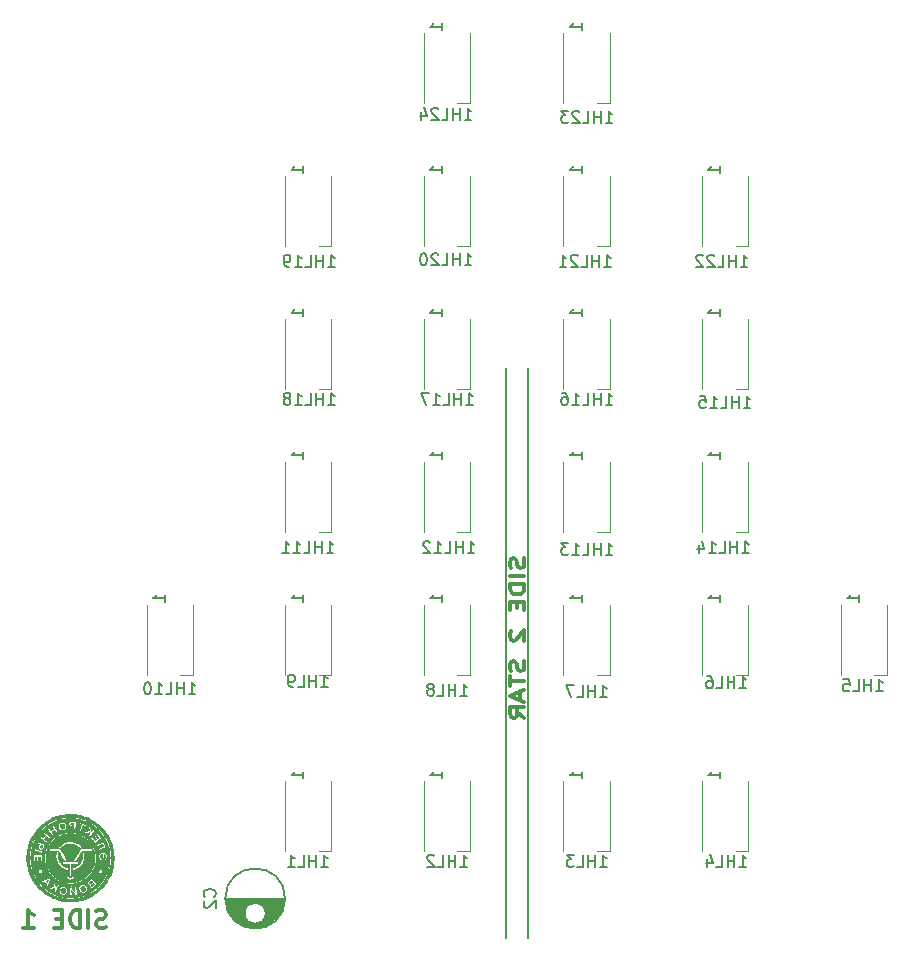
<source format=gbr>
G04 #@! TF.GenerationSoftware,KiCad,Pcbnew,(5.0.0)*
G04 #@! TF.CreationDate,2018-10-26T16:05:58+03:00*
G04 #@! TF.ProjectId,side_1,736964655F312E6B696361645F706362,rev?*
G04 #@! TF.SameCoordinates,Original*
G04 #@! TF.FileFunction,Legend,Bot*
G04 #@! TF.FilePolarity,Positive*
%FSLAX46Y46*%
G04 Gerber Fmt 4.6, Leading zero omitted, Abs format (unit mm)*
G04 Created by KiCad (PCBNEW (5.0.0)) date 10/26/18 16:05:58*
%MOMM*%
%LPD*%
G01*
G04 APERTURE LIST*
%ADD10C,0.300000*%
%ADD11C,0.200000*%
%ADD12C,0.120000*%
%ADD13C,0.150000*%
%ADD14C,0.010000*%
G04 APERTURE END LIST*
D10*
X140566714Y-101200000D02*
X140623857Y-101414285D01*
X140623857Y-101771428D01*
X140566714Y-101914285D01*
X140509571Y-101985714D01*
X140395285Y-102057142D01*
X140281000Y-102057142D01*
X140166714Y-101985714D01*
X140109571Y-101914285D01*
X140052428Y-101771428D01*
X139995285Y-101485714D01*
X139938142Y-101342857D01*
X139881000Y-101271428D01*
X139766714Y-101200000D01*
X139652428Y-101200000D01*
X139538142Y-101271428D01*
X139481000Y-101342857D01*
X139423857Y-101485714D01*
X139423857Y-101842857D01*
X139481000Y-102057142D01*
X140623857Y-102700000D02*
X139423857Y-102700000D01*
X140623857Y-103414285D02*
X139423857Y-103414285D01*
X139423857Y-103771428D01*
X139481000Y-103985714D01*
X139595285Y-104128571D01*
X139709571Y-104200000D01*
X139938142Y-104271428D01*
X140109571Y-104271428D01*
X140338142Y-104200000D01*
X140452428Y-104128571D01*
X140566714Y-103985714D01*
X140623857Y-103771428D01*
X140623857Y-103414285D01*
X139995285Y-104914285D02*
X139995285Y-105414285D01*
X140623857Y-105628571D02*
X140623857Y-104914285D01*
X139423857Y-104914285D01*
X139423857Y-105628571D01*
X139538142Y-107342857D02*
X139481000Y-107414285D01*
X139423857Y-107557142D01*
X139423857Y-107914285D01*
X139481000Y-108057142D01*
X139538142Y-108128571D01*
X139652428Y-108200000D01*
X139766714Y-108200000D01*
X139938142Y-108128571D01*
X140623857Y-107271428D01*
X140623857Y-108200000D01*
X140566714Y-109914285D02*
X140623857Y-110128571D01*
X140623857Y-110485714D01*
X140566714Y-110628571D01*
X140509571Y-110700000D01*
X140395285Y-110771428D01*
X140281000Y-110771428D01*
X140166714Y-110700000D01*
X140109571Y-110628571D01*
X140052428Y-110485714D01*
X139995285Y-110200000D01*
X139938142Y-110057142D01*
X139881000Y-109985714D01*
X139766714Y-109914285D01*
X139652428Y-109914285D01*
X139538142Y-109985714D01*
X139481000Y-110057142D01*
X139423857Y-110200000D01*
X139423857Y-110557142D01*
X139481000Y-110771428D01*
X139423857Y-111200000D02*
X139423857Y-112057142D01*
X140623857Y-111628571D02*
X139423857Y-111628571D01*
X140281000Y-112485714D02*
X140281000Y-113200000D01*
X140623857Y-112342857D02*
X139423857Y-112842857D01*
X140623857Y-113342857D01*
X140623857Y-114700000D02*
X140052428Y-114200000D01*
X140623857Y-113842857D02*
X139423857Y-113842857D01*
X139423857Y-114414285D01*
X139481000Y-114557142D01*
X139538142Y-114628571D01*
X139652428Y-114700000D01*
X139823857Y-114700000D01*
X139938142Y-114628571D01*
X139995285Y-114557142D01*
X140052428Y-114414285D01*
X140052428Y-113842857D01*
D11*
X140970000Y-85090000D02*
X140970000Y-133350000D01*
X139065000Y-85090000D02*
X139065000Y-133350000D01*
D10*
X105227000Y-132433142D02*
X105012714Y-132504571D01*
X104655571Y-132504571D01*
X104512714Y-132433142D01*
X104441285Y-132361714D01*
X104369857Y-132218857D01*
X104369857Y-132076000D01*
X104441285Y-131933142D01*
X104512714Y-131861714D01*
X104655571Y-131790285D01*
X104941285Y-131718857D01*
X105084142Y-131647428D01*
X105155571Y-131576000D01*
X105227000Y-131433142D01*
X105227000Y-131290285D01*
X105155571Y-131147428D01*
X105084142Y-131076000D01*
X104941285Y-131004571D01*
X104584142Y-131004571D01*
X104369857Y-131076000D01*
X103727000Y-132504571D02*
X103727000Y-131004571D01*
X103012714Y-132504571D02*
X103012714Y-131004571D01*
X102655571Y-131004571D01*
X102441285Y-131076000D01*
X102298428Y-131218857D01*
X102227000Y-131361714D01*
X102155571Y-131647428D01*
X102155571Y-131861714D01*
X102227000Y-132147428D01*
X102298428Y-132290285D01*
X102441285Y-132433142D01*
X102655571Y-132504571D01*
X103012714Y-132504571D01*
X101512714Y-131718857D02*
X101012714Y-131718857D01*
X100798428Y-132504571D02*
X101512714Y-132504571D01*
X101512714Y-131004571D01*
X100798428Y-131004571D01*
X98227000Y-132504571D02*
X99084142Y-132504571D01*
X98655571Y-132504571D02*
X98655571Y-131004571D01*
X98798428Y-131218857D01*
X98941285Y-131361714D01*
X99084142Y-131433142D01*
D12*
G04 #@! TO.C,1HL5*
X171350000Y-111050000D02*
X170275000Y-111050000D01*
X171350000Y-105150000D02*
X171350000Y-111050000D01*
X167450000Y-105150000D02*
X167450000Y-111050000D01*
G04 #@! TO.C,1HL6*
X155700000Y-105150000D02*
X155700000Y-111050000D01*
X159600000Y-105150000D02*
X159600000Y-111050000D01*
X159600000Y-111050000D02*
X158525000Y-111050000D01*
G04 #@! TO.C,1HL7*
X147850000Y-111050000D02*
X146775000Y-111050000D01*
X147850000Y-105150000D02*
X147850000Y-111050000D01*
X143950000Y-105150000D02*
X143950000Y-111050000D01*
G04 #@! TO.C,1HL8*
X132150000Y-105150000D02*
X132150000Y-111050000D01*
X136050000Y-105150000D02*
X136050000Y-111050000D01*
X136050000Y-111050000D02*
X134975000Y-111050000D01*
G04 #@! TO.C,1HL9*
X124300000Y-111050000D02*
X123225000Y-111050000D01*
X124300000Y-105150000D02*
X124300000Y-111050000D01*
X120400000Y-105150000D02*
X120400000Y-111050000D01*
G04 #@! TO.C,1HL10*
X108650000Y-105150000D02*
X108650000Y-111050000D01*
X112550000Y-105150000D02*
X112550000Y-111050000D01*
X112550000Y-111050000D02*
X111475000Y-111050000D01*
G04 #@! TO.C,1HL11*
X120400000Y-93050000D02*
X120400000Y-98950000D01*
X124300000Y-93050000D02*
X124300000Y-98950000D01*
X124300000Y-98950000D02*
X123225000Y-98950000D01*
G04 #@! TO.C,1HL12*
X136050000Y-98950000D02*
X134975000Y-98950000D01*
X136050000Y-93050000D02*
X136050000Y-98950000D01*
X132150000Y-93050000D02*
X132150000Y-98950000D01*
G04 #@! TO.C,1HL13*
X147850000Y-98950000D02*
X146775000Y-98950000D01*
X147850000Y-93050000D02*
X147850000Y-98950000D01*
X143950000Y-93050000D02*
X143950000Y-98950000D01*
G04 #@! TO.C,1HL14*
X155700000Y-93050000D02*
X155700000Y-98950000D01*
X159600000Y-93050000D02*
X159600000Y-98950000D01*
X159600000Y-98950000D02*
X158525000Y-98950000D01*
G04 #@! TO.C,1HL15*
X159600000Y-86850000D02*
X158525000Y-86850000D01*
X159600000Y-80950000D02*
X159600000Y-86850000D01*
X155700000Y-80950000D02*
X155700000Y-86850000D01*
G04 #@! TO.C,1HL16*
X143950000Y-80950000D02*
X143950000Y-86850000D01*
X147850000Y-80950000D02*
X147850000Y-86850000D01*
X147850000Y-86850000D02*
X146775000Y-86850000D01*
G04 #@! TO.C,1HL17*
X136050000Y-86850000D02*
X134975000Y-86850000D01*
X136050000Y-80950000D02*
X136050000Y-86850000D01*
X132150000Y-80950000D02*
X132150000Y-86850000D01*
G04 #@! TO.C,1HL18*
X120400000Y-80950000D02*
X120400000Y-86850000D01*
X124300000Y-80950000D02*
X124300000Y-86850000D01*
X124300000Y-86850000D02*
X123225000Y-86850000D01*
G04 #@! TO.C,1HL19*
X120400000Y-68850000D02*
X120400000Y-74750000D01*
X124300000Y-68850000D02*
X124300000Y-74750000D01*
X124300000Y-74750000D02*
X123225000Y-74750000D01*
G04 #@! TO.C,1HL20*
X132150000Y-68850000D02*
X132150000Y-74750000D01*
X136050000Y-68850000D02*
X136050000Y-74750000D01*
X136050000Y-74750000D02*
X134975000Y-74750000D01*
G04 #@! TO.C,1HL21*
X147850000Y-74750000D02*
X146775000Y-74750000D01*
X147850000Y-68850000D02*
X147850000Y-74750000D01*
X143950000Y-68850000D02*
X143950000Y-74750000D01*
G04 #@! TO.C,1HL22*
X155700000Y-68850000D02*
X155700000Y-74750000D01*
X159600000Y-68850000D02*
X159600000Y-74750000D01*
X159600000Y-74750000D02*
X158525000Y-74750000D01*
G04 #@! TO.C,1HL23*
X147850000Y-62650000D02*
X146775000Y-62650000D01*
X147850000Y-56750000D02*
X147850000Y-62650000D01*
X143950000Y-56750000D02*
X143950000Y-62650000D01*
G04 #@! TO.C,1HL24*
X132150000Y-56750000D02*
X132150000Y-62650000D01*
X136050000Y-56750000D02*
X136050000Y-62650000D01*
X136050000Y-62650000D02*
X134975000Y-62650000D01*
G04 #@! TO.C,1HL1*
X124300000Y-126000000D02*
X123225000Y-126000000D01*
X124300000Y-120100000D02*
X124300000Y-126000000D01*
X120400000Y-120100000D02*
X120400000Y-126000000D01*
G04 #@! TO.C,1HL2*
X132150000Y-120100000D02*
X132150000Y-126000000D01*
X136050000Y-120100000D02*
X136050000Y-126000000D01*
X136050000Y-126000000D02*
X134975000Y-126000000D01*
G04 #@! TO.C,1HL3*
X147850000Y-126000000D02*
X146775000Y-126000000D01*
X147850000Y-120100000D02*
X147850000Y-126000000D01*
X143950000Y-120100000D02*
X143950000Y-126000000D01*
G04 #@! TO.C,1HL4*
X155700000Y-120100000D02*
X155700000Y-126000000D01*
X159600000Y-120100000D02*
X159600000Y-126000000D01*
X159600000Y-126000000D02*
X158525000Y-126000000D01*
D13*
G04 #@! TO.C,C2*
X120380800Y-130015300D02*
G75*
G03X120380800Y-130015300I-2537500J0D01*
G01*
X118743300Y-131265300D02*
G75*
G03X118743300Y-131265300I-900000J0D01*
G01*
X117371300Y-132470300D02*
X118315300Y-132470300D01*
X116899300Y-132330300D02*
X118787300Y-132330300D01*
X116610300Y-132190300D02*
X119076300Y-132190300D01*
X118283300Y-132050300D02*
X119295300Y-132050300D01*
X116391300Y-132050300D02*
X117403300Y-132050300D01*
X118471300Y-131910300D02*
X119474300Y-131910300D01*
X116212300Y-131910300D02*
X117215300Y-131910300D01*
X118588300Y-131770300D02*
X119623300Y-131770300D01*
X116063300Y-131770300D02*
X117098300Y-131770300D01*
X118666300Y-131630300D02*
X119751300Y-131630300D01*
X115935300Y-131630300D02*
X117020300Y-131630300D01*
X118714300Y-131490300D02*
X119862300Y-131490300D01*
X115824300Y-131490300D02*
X116972300Y-131490300D01*
X118739300Y-131350300D02*
X119957300Y-131350300D01*
X115729300Y-131350300D02*
X116947300Y-131350300D01*
X118741300Y-131210300D02*
X120039300Y-131210300D01*
X115647300Y-131210300D02*
X116945300Y-131210300D01*
X118722300Y-131070300D02*
X120109300Y-131070300D01*
X115577300Y-131070300D02*
X116964300Y-131070300D01*
X118678300Y-130930300D02*
X120170300Y-130930300D01*
X115516300Y-130930300D02*
X117008300Y-130930300D01*
X118607300Y-130790300D02*
X120220300Y-130790300D01*
X115466300Y-130790300D02*
X117079300Y-130790300D01*
X118500300Y-130650300D02*
X120261300Y-130650300D01*
X115425300Y-130650300D02*
X117186300Y-130650300D01*
X118333300Y-130510300D02*
X120294300Y-130510300D01*
X115392300Y-130510300D02*
X117353300Y-130510300D01*
X117938300Y-130370300D02*
X120318300Y-130370300D01*
X115368300Y-130370300D02*
X117748300Y-130370300D01*
X115352300Y-130230300D02*
X120334300Y-130230300D01*
X115344300Y-130090300D02*
X120342300Y-130090300D01*
D14*
G04 #@! TO.C,G\002A\002A\002A*
G36*
X102276156Y-123610334D02*
X102261877Y-123612616D01*
X102250399Y-123616377D01*
X102246207Y-123618252D01*
X102224941Y-123634329D01*
X102212953Y-123655952D01*
X102210091Y-123680164D01*
X102216200Y-123704007D01*
X102231127Y-123724524D01*
X102252417Y-123737880D01*
X102269188Y-123742416D01*
X102294585Y-123746730D01*
X102324540Y-123750204D01*
X102343148Y-123751638D01*
X102373224Y-123753647D01*
X102400575Y-123755786D01*
X102421423Y-123757744D01*
X102429559Y-123758751D01*
X102449492Y-123761811D01*
X102454088Y-123691463D01*
X102455640Y-123662886D01*
X102456332Y-123639233D01*
X102456124Y-123623219D01*
X102455205Y-123617637D01*
X102447942Y-123616172D01*
X102430341Y-123614507D01*
X102404758Y-123612815D01*
X102373551Y-123611266D01*
X102360478Y-123610743D01*
X102322988Y-123609560D01*
X102295703Y-123609370D01*
X102276156Y-123610334D01*
X102276156Y-123610334D01*
G37*
X102276156Y-123610334D02*
X102261877Y-123612616D01*
X102250399Y-123616377D01*
X102246207Y-123618252D01*
X102224941Y-123634329D01*
X102212953Y-123655952D01*
X102210091Y-123680164D01*
X102216200Y-123704007D01*
X102231127Y-123724524D01*
X102252417Y-123737880D01*
X102269188Y-123742416D01*
X102294585Y-123746730D01*
X102324540Y-123750204D01*
X102343148Y-123751638D01*
X102373224Y-123753647D01*
X102400575Y-123755786D01*
X102421423Y-123757744D01*
X102429559Y-123758751D01*
X102449492Y-123761811D01*
X102454088Y-123691463D01*
X102455640Y-123662886D01*
X102456332Y-123639233D01*
X102456124Y-123623219D01*
X102455205Y-123617637D01*
X102447942Y-123616172D01*
X102430341Y-123614507D01*
X102404758Y-123612815D01*
X102373551Y-123611266D01*
X102360478Y-123610743D01*
X102322988Y-123609560D01*
X102295703Y-123609370D01*
X102276156Y-123610334D01*
G36*
X101430073Y-123685191D02*
X101398946Y-123698033D01*
X101361938Y-123720980D01*
X101335282Y-123749003D01*
X101318107Y-123783603D01*
X101309542Y-123826284D01*
X101308179Y-123854493D01*
X101312589Y-123908590D01*
X101325876Y-123958429D01*
X101347095Y-124002439D01*
X101375305Y-124039050D01*
X101409564Y-124066692D01*
X101445148Y-124082710D01*
X101472964Y-124089385D01*
X101497981Y-124090718D01*
X101524886Y-124086456D01*
X101557427Y-124076667D01*
X101600995Y-124056159D01*
X101635015Y-124027417D01*
X101659935Y-123990039D01*
X101663899Y-123981417D01*
X101670736Y-123963457D01*
X101674542Y-123946385D01*
X101675825Y-123925978D01*
X101675091Y-123898011D01*
X101674750Y-123891193D01*
X101667044Y-123834573D01*
X101650861Y-123785414D01*
X101627171Y-123744396D01*
X101596945Y-123712198D01*
X101561152Y-123689499D01*
X101520763Y-123676979D01*
X101476746Y-123675317D01*
X101430073Y-123685191D01*
X101430073Y-123685191D01*
G37*
X101430073Y-123685191D02*
X101398946Y-123698033D01*
X101361938Y-123720980D01*
X101335282Y-123749003D01*
X101318107Y-123783603D01*
X101309542Y-123826284D01*
X101308179Y-123854493D01*
X101312589Y-123908590D01*
X101325876Y-123958429D01*
X101347095Y-124002439D01*
X101375305Y-124039050D01*
X101409564Y-124066692D01*
X101445148Y-124082710D01*
X101472964Y-124089385D01*
X101497981Y-124090718D01*
X101524886Y-124086456D01*
X101557427Y-124076667D01*
X101600995Y-124056159D01*
X101635015Y-124027417D01*
X101659935Y-123990039D01*
X101663899Y-123981417D01*
X101670736Y-123963457D01*
X101674542Y-123946385D01*
X101675825Y-123925978D01*
X101675091Y-123898011D01*
X101674750Y-123891193D01*
X101667044Y-123834573D01*
X101650861Y-123785414D01*
X101627171Y-123744396D01*
X101596945Y-123712198D01*
X101561152Y-123689499D01*
X101520763Y-123676979D01*
X101476746Y-123675317D01*
X101430073Y-123685191D01*
G36*
X99651167Y-125537616D02*
X99636738Y-125581352D01*
X99628449Y-125615571D01*
X99626430Y-125641943D01*
X99630810Y-125662137D01*
X99641718Y-125677825D01*
X99659283Y-125690675D01*
X99663151Y-125692810D01*
X99690604Y-125703283D01*
X99714081Y-125702397D01*
X99735748Y-125689909D01*
X99742121Y-125683962D01*
X99753793Y-125669205D01*
X99765272Y-125647941D01*
X99777614Y-125617989D01*
X99787464Y-125590300D01*
X99796855Y-125561940D01*
X99804203Y-125538176D01*
X99808794Y-125521437D01*
X99809912Y-125514156D01*
X99809877Y-125514100D01*
X99803235Y-125510802D01*
X99787162Y-125504325D01*
X99764219Y-125495667D01*
X99742291Y-125487719D01*
X99677184Y-125464514D01*
X99651167Y-125537616D01*
X99651167Y-125537616D01*
G37*
X99651167Y-125537616D02*
X99636738Y-125581352D01*
X99628449Y-125615571D01*
X99626430Y-125641943D01*
X99630810Y-125662137D01*
X99641718Y-125677825D01*
X99659283Y-125690675D01*
X99663151Y-125692810D01*
X99690604Y-125703283D01*
X99714081Y-125702397D01*
X99735748Y-125689909D01*
X99742121Y-125683962D01*
X99753793Y-125669205D01*
X99765272Y-125647941D01*
X99777614Y-125617989D01*
X99787464Y-125590300D01*
X99796855Y-125561940D01*
X99804203Y-125538176D01*
X99808794Y-125521437D01*
X99809912Y-125514156D01*
X99809877Y-125514100D01*
X99803235Y-125510802D01*
X99787162Y-125504325D01*
X99764219Y-125495667D01*
X99742291Y-125487719D01*
X99677184Y-125464514D01*
X99651167Y-125537616D01*
G36*
X102096703Y-124496008D02*
X102034696Y-124497586D01*
X101979249Y-124500593D01*
X101927304Y-124505325D01*
X101875807Y-124512079D01*
X101821700Y-124521150D01*
X101761926Y-124532834D01*
X101743418Y-124536685D01*
X101588206Y-124575706D01*
X101437663Y-124626263D01*
X101292320Y-124687887D01*
X101152711Y-124760104D01*
X101019366Y-124842446D01*
X100892819Y-124934439D01*
X100773603Y-125035614D01*
X100662250Y-125145499D01*
X100559292Y-125263623D01*
X100465261Y-125389515D01*
X100380691Y-125522704D01*
X100306114Y-125662719D01*
X100242062Y-125809088D01*
X100211583Y-125891925D01*
X100165901Y-126044131D01*
X100132253Y-126199543D01*
X100110667Y-126357220D01*
X100101173Y-126516224D01*
X100103800Y-126675613D01*
X100118577Y-126834448D01*
X100145533Y-126991790D01*
X100173889Y-127108718D01*
X100221201Y-127257911D01*
X100280296Y-127404084D01*
X100350434Y-127545850D01*
X100430880Y-127681822D01*
X100520895Y-127810612D01*
X100597004Y-127904875D01*
X100625470Y-127936638D01*
X100660453Y-127973596D01*
X100699625Y-128013466D01*
X100740657Y-128053962D01*
X100781219Y-128092801D01*
X100818984Y-128127699D01*
X100851621Y-128156372D01*
X100863400Y-128166139D01*
X100994705Y-128264374D01*
X101131804Y-128351334D01*
X101274451Y-128426913D01*
X101422397Y-128491003D01*
X101575393Y-128543500D01*
X101733190Y-128584297D01*
X101895540Y-128613288D01*
X101917955Y-128616312D01*
X101954927Y-128620100D01*
X102001387Y-128623307D01*
X102054401Y-128625869D01*
X102111034Y-128627722D01*
X102168352Y-128628802D01*
X102223420Y-128629044D01*
X102273306Y-128628383D01*
X102315075Y-128626756D01*
X102333425Y-128625435D01*
X102496847Y-128604649D01*
X102656313Y-128572027D01*
X102811335Y-128527835D01*
X102961427Y-128472339D01*
X103106102Y-128405806D01*
X103244874Y-128328503D01*
X103290006Y-128298567D01*
X102533450Y-128298567D01*
X102527586Y-128299608D01*
X102511904Y-128301008D01*
X102489275Y-128302529D01*
X102477888Y-128303174D01*
X102428109Y-128308958D01*
X102381555Y-128321405D01*
X102336065Y-128341540D01*
X102289478Y-128370384D01*
X102239633Y-128408962D01*
X102221442Y-128424580D01*
X102168325Y-128471176D01*
X102127050Y-128433348D01*
X102102174Y-128411679D01*
X102074787Y-128389563D01*
X102050349Y-128371387D01*
X102047796Y-128369626D01*
X101995426Y-128338189D01*
X101945011Y-128317284D01*
X101893448Y-128305794D01*
X101862704Y-128303046D01*
X101804733Y-128300302D01*
X101832167Y-128248638D01*
X101852902Y-128206448D01*
X101868118Y-128167085D01*
X101878552Y-128127238D01*
X101884943Y-128083595D01*
X101888029Y-128032843D01*
X101888610Y-127995387D01*
X101888925Y-127895399D01*
X101950838Y-127895374D01*
X102012750Y-127895350D01*
X102012750Y-127980276D01*
X102013552Y-128026589D01*
X102016014Y-128061344D01*
X102020225Y-128085585D01*
X102022030Y-128091502D01*
X102041301Y-128129199D01*
X102068392Y-128158751D01*
X102101263Y-128179684D01*
X102137874Y-128191523D01*
X102176185Y-128193796D01*
X102214156Y-128186027D01*
X102249747Y-128167744D01*
X102271219Y-128149404D01*
X102286713Y-128132188D01*
X102298066Y-128115482D01*
X102305978Y-128096805D01*
X102311147Y-128073675D01*
X102314275Y-128043613D01*
X102316060Y-128004138D01*
X102316465Y-127989012D01*
X102318715Y-127895350D01*
X102448174Y-127895350D01*
X102445651Y-127958185D01*
X102446822Y-128032904D01*
X102456016Y-128105176D01*
X102472696Y-128172534D01*
X102496328Y-128232512D01*
X102511000Y-128259656D01*
X102522207Y-128278485D01*
X102530253Y-128292423D01*
X102533447Y-128298535D01*
X102533450Y-128298567D01*
X103290006Y-128298567D01*
X103377256Y-128240696D01*
X103502760Y-128142653D01*
X103620902Y-128034639D01*
X103731192Y-127916921D01*
X103815187Y-127813659D01*
X103907102Y-127682737D01*
X103988546Y-127545019D01*
X104059181Y-127401373D01*
X104118663Y-127252664D01*
X104166653Y-127099759D01*
X104202809Y-126943526D01*
X104226790Y-126784829D01*
X104229215Y-126761875D01*
X104232510Y-126718306D01*
X104234802Y-126665753D01*
X104236092Y-126607520D01*
X104236379Y-126546909D01*
X104235661Y-126487224D01*
X104233940Y-126431769D01*
X104231213Y-126383847D01*
X104229278Y-126361825D01*
X104226131Y-126339600D01*
X103395070Y-126339600D01*
X103394642Y-126453884D01*
X103384926Y-126561901D01*
X103365541Y-126666436D01*
X103336105Y-126770275D01*
X103336034Y-126770489D01*
X103291372Y-126885469D01*
X103235948Y-126994360D01*
X103170456Y-127096558D01*
X103095590Y-127191460D01*
X103012042Y-127278460D01*
X102920505Y-127356955D01*
X102821674Y-127426340D01*
X102716240Y-127486013D01*
X102604898Y-127535368D01*
X102488340Y-127573801D01*
X102387400Y-127597111D01*
X102360987Y-127602024D01*
X102339350Y-127605990D01*
X102325476Y-127608464D01*
X102322163Y-127609001D01*
X102320654Y-127603198D01*
X102319535Y-127586736D01*
X102318864Y-127561653D01*
X102318702Y-127529985D01*
X102318988Y-127500732D01*
X102320725Y-127391864D01*
X102374700Y-127380889D01*
X102477813Y-127353555D01*
X102577869Y-127314535D01*
X102673771Y-127264691D01*
X102764421Y-127204884D01*
X102848720Y-127135976D01*
X102925571Y-127058829D01*
X102993876Y-126974305D01*
X103006667Y-126954453D01*
X102895508Y-126954453D01*
X102892411Y-126986312D01*
X102879265Y-127016292D01*
X102862666Y-127035903D01*
X102854896Y-127042318D01*
X102846011Y-127047657D01*
X102834837Y-127052020D01*
X102820202Y-127055502D01*
X102800933Y-127058203D01*
X102775857Y-127060220D01*
X102743801Y-127061651D01*
X102703592Y-127062593D01*
X102654057Y-127063144D01*
X102594023Y-127063402D01*
X102531863Y-127063464D01*
X102266750Y-127063500D01*
X102266750Y-127557254D01*
X102266669Y-127650911D01*
X102266431Y-127736779D01*
X102266043Y-127814271D01*
X102265511Y-127882800D01*
X102264843Y-127941776D01*
X102264047Y-127990613D01*
X102263128Y-128028721D01*
X102262095Y-128055515D01*
X102260954Y-128070404D01*
X102260526Y-128072713D01*
X102250044Y-128094819D01*
X102233208Y-128116468D01*
X102214109Y-128132807D01*
X102206425Y-128136907D01*
X102182790Y-128141997D01*
X102154171Y-128141673D01*
X102126879Y-128136325D01*
X102114410Y-128131218D01*
X102095431Y-128116051D01*
X102079216Y-128094348D01*
X102077996Y-128092119D01*
X102063550Y-128064802D01*
X102063550Y-127609342D01*
X102013049Y-127609342D01*
X101992262Y-127605638D01*
X101976962Y-127602798D01*
X101953172Y-127598253D01*
X101924861Y-127592766D01*
X101909555Y-127589770D01*
X101819233Y-127567409D01*
X101726088Y-127535640D01*
X101634053Y-127495805D01*
X101633103Y-127495347D01*
X101522164Y-127434963D01*
X101419385Y-127365030D01*
X101325149Y-127286042D01*
X101239839Y-127198492D01*
X101163836Y-127102870D01*
X101097524Y-126999670D01*
X101041286Y-126889384D01*
X100995503Y-126772505D01*
X100960559Y-126649523D01*
X100954465Y-126622175D01*
X100948849Y-126594917D01*
X100944574Y-126571349D01*
X100941457Y-126549028D01*
X100939315Y-126525512D01*
X100937964Y-126498357D01*
X100937221Y-126465122D01*
X100936903Y-126423363D01*
X100936835Y-126387225D01*
X100937075Y-126329787D01*
X100938090Y-126282258D01*
X100940180Y-126241857D01*
X100943642Y-126205800D01*
X100948777Y-126171305D01*
X100955882Y-126135591D01*
X100965257Y-126095876D01*
X100970266Y-126076075D01*
X100981668Y-126031625D01*
X101066997Y-126029907D01*
X101152325Y-126028190D01*
X101187665Y-126091384D01*
X101175235Y-126140879D01*
X101154393Y-126249650D01*
X101145843Y-126359967D01*
X101149470Y-126470659D01*
X101165160Y-126580558D01*
X101192797Y-126688492D01*
X101232268Y-126793293D01*
X101241058Y-126812675D01*
X101279038Y-126887021D01*
X101320980Y-126954462D01*
X101369424Y-127018649D01*
X101426905Y-127083236D01*
X101434529Y-127091185D01*
X101516529Y-127167530D01*
X101605170Y-127234004D01*
X101699378Y-127290007D01*
X101798077Y-127334939D01*
X101900191Y-127368197D01*
X101951447Y-127380110D01*
X102009575Y-127391848D01*
X102013049Y-127609342D01*
X102063550Y-127609342D01*
X102063550Y-127063500D01*
X101798438Y-127063348D01*
X101740635Y-127063179D01*
X101685984Y-127062760D01*
X101635969Y-127062121D01*
X101592076Y-127061293D01*
X101555790Y-127060305D01*
X101528596Y-127059189D01*
X101511980Y-127057974D01*
X101508463Y-127057430D01*
X101485806Y-127047895D01*
X101463634Y-127031609D01*
X101461153Y-127029215D01*
X101448377Y-127015069D01*
X101441216Y-127001787D01*
X101437664Y-126984354D01*
X101436246Y-126966870D01*
X101435599Y-126942676D01*
X101437980Y-126926021D01*
X101444398Y-126911905D01*
X101448632Y-126905395D01*
X101464364Y-126887841D01*
X101483270Y-126873367D01*
X101485601Y-126872057D01*
X101489601Y-126870163D01*
X101494547Y-126868484D01*
X101501183Y-126867008D01*
X101510255Y-126865720D01*
X101522505Y-126864609D01*
X101538679Y-126863662D01*
X101559519Y-126862866D01*
X101585772Y-126862209D01*
X101618179Y-126861677D01*
X101657487Y-126861257D01*
X101704438Y-126860938D01*
X101759777Y-126860706D01*
X101824248Y-126860548D01*
X101898596Y-126860453D01*
X101983564Y-126860406D01*
X102079896Y-126860395D01*
X102165051Y-126860404D01*
X102822375Y-126860508D01*
X102847114Y-126874691D01*
X102872598Y-126895934D01*
X102888816Y-126923424D01*
X102895508Y-126954453D01*
X103006667Y-126954453D01*
X103052536Y-126883266D01*
X103083173Y-126824780D01*
X103125442Y-126723605D01*
X103155749Y-126620613D01*
X103174425Y-126514328D01*
X103181802Y-126403273D01*
X103181956Y-126384050D01*
X103180756Y-126333908D01*
X103177387Y-126282441D01*
X103172199Y-126232483D01*
X103165538Y-126186867D01*
X103157754Y-126148429D01*
X103149671Y-126121236D01*
X103146675Y-126108955D01*
X103148692Y-126096408D01*
X103156692Y-126079185D01*
X103160459Y-126072350D01*
X103177975Y-126041162D01*
X103264604Y-126041156D01*
X103351232Y-126041150D01*
X103361596Y-126084012D01*
X103374894Y-126144563D01*
X103384400Y-126202040D01*
X103390760Y-126261384D01*
X103394623Y-126327539D01*
X103395070Y-126339600D01*
X104226131Y-126339600D01*
X104206209Y-126198934D01*
X104171300Y-126040322D01*
X104128217Y-125897683D01*
X104029186Y-125897683D01*
X104020834Y-125928149D01*
X104002045Y-125958639D01*
X103976039Y-125979987D01*
X103941402Y-125993153D01*
X103919554Y-125997081D01*
X103905150Y-125998125D01*
X103879369Y-125999114D01*
X103843538Y-126000026D01*
X103798981Y-126000844D01*
X103747021Y-126001547D01*
X103688984Y-126002118D01*
X103626195Y-126002537D01*
X103559976Y-126002784D01*
X103519885Y-126002842D01*
X103163295Y-126003050D01*
X102701725Y-126809390D01*
X102399565Y-126809500D01*
X102402350Y-126804737D01*
X101834899Y-126804737D01*
X101829116Y-126807097D01*
X101813864Y-126808801D01*
X101792369Y-126809497D01*
X101791048Y-126809500D01*
X101747145Y-126809500D01*
X101493006Y-126551478D01*
X101439047Y-126496673D01*
X101393355Y-126450175D01*
X101355274Y-126411255D01*
X101324149Y-126379182D01*
X101299325Y-126353226D01*
X101280146Y-126332657D01*
X101265956Y-126316744D01*
X101256100Y-126304759D01*
X101249923Y-126295970D01*
X101246768Y-126289647D01*
X101245981Y-126285061D01*
X101246906Y-126281480D01*
X101248354Y-126278977D01*
X101256794Y-126269366D01*
X101267337Y-126267792D01*
X101278066Y-126270299D01*
X101296345Y-126274173D01*
X101314375Y-126275916D01*
X101328058Y-126275365D01*
X101333300Y-126272479D01*
X101330236Y-126266226D01*
X101321612Y-126250519D01*
X101308283Y-126226865D01*
X101291103Y-126196770D01*
X101270928Y-126161743D01*
X101252338Y-126129691D01*
X101171375Y-125990525D01*
X100799900Y-125990298D01*
X100721576Y-125990231D01*
X100654926Y-125990112D01*
X100598922Y-125989911D01*
X100552538Y-125989595D01*
X100514749Y-125989135D01*
X100484526Y-125988498D01*
X100460844Y-125987653D01*
X100442676Y-125986570D01*
X100428995Y-125985216D01*
X100418775Y-125983561D01*
X100410989Y-125981573D01*
X100404611Y-125979222D01*
X100402288Y-125978201D01*
X100372472Y-125958470D01*
X100351629Y-125931984D01*
X100339939Y-125901148D01*
X100337583Y-125868371D01*
X100344739Y-125836058D01*
X100361587Y-125806617D01*
X100387709Y-125782848D01*
X100414789Y-125764925D01*
X101317159Y-125764925D01*
X101430200Y-125955425D01*
X101456838Y-126000314D01*
X101481566Y-126041979D01*
X101503600Y-126079099D01*
X101522154Y-126110351D01*
X101536443Y-126134414D01*
X101545684Y-126149966D01*
X101548949Y-126155450D01*
X101554626Y-126158121D01*
X101560831Y-126148698D01*
X101567347Y-126127763D01*
X101573958Y-126095900D01*
X101576429Y-126081180D01*
X101580739Y-126057095D01*
X101585020Y-126042749D01*
X101590585Y-126035251D01*
X101598751Y-126031709D01*
X101598952Y-126031658D01*
X101611636Y-126029778D01*
X101617125Y-126030757D01*
X101619249Y-126037144D01*
X101624424Y-126054501D01*
X101632294Y-126081566D01*
X101642505Y-126117074D01*
X101654700Y-126159764D01*
X101668525Y-126208370D01*
X101683623Y-126261630D01*
X101699639Y-126318280D01*
X101716218Y-126377057D01*
X101733004Y-126436696D01*
X101749642Y-126495935D01*
X101765776Y-126553510D01*
X101781050Y-126608158D01*
X101795110Y-126658614D01*
X101807599Y-126703616D01*
X101818162Y-126741900D01*
X101826443Y-126772203D01*
X101832088Y-126793260D01*
X101834740Y-126803809D01*
X101834899Y-126804737D01*
X102402350Y-126804737D01*
X102417203Y-126779337D01*
X102423005Y-126769460D01*
X102434765Y-126749479D01*
X102451991Y-126720232D01*
X102474188Y-126682554D01*
X102500865Y-126637283D01*
X102531529Y-126585253D01*
X102565686Y-126527303D01*
X102602844Y-126464267D01*
X102642509Y-126396983D01*
X102684189Y-126326287D01*
X102725012Y-126257050D01*
X103015183Y-125764925D01*
X103477579Y-125764925D01*
X103565276Y-125764931D01*
X103641179Y-125764967D01*
X103706196Y-125765057D01*
X103761236Y-125765225D01*
X103807204Y-125765497D01*
X103845008Y-125765897D01*
X103875555Y-125766449D01*
X103899752Y-125767179D01*
X103918507Y-125768111D01*
X103932727Y-125769270D01*
X103943318Y-125770680D01*
X103951189Y-125772366D01*
X103957246Y-125774352D01*
X103962397Y-125776664D01*
X103965375Y-125778190D01*
X103995013Y-125800124D01*
X104016181Y-125829118D01*
X104027899Y-125862522D01*
X104029186Y-125897683D01*
X104128217Y-125897683D01*
X104124814Y-125886419D01*
X104067015Y-125737655D01*
X104061640Y-125726476D01*
X103206550Y-125726476D01*
X103200546Y-125727636D01*
X103183910Y-125728636D01*
X103158714Y-125729406D01*
X103127025Y-125729880D01*
X103099375Y-125730000D01*
X103060122Y-125730068D01*
X103031623Y-125730429D01*
X103011932Y-125731321D01*
X102999101Y-125732977D01*
X102991185Y-125735634D01*
X102986238Y-125739528D01*
X102982824Y-125744119D01*
X102979004Y-125749140D01*
X102974777Y-125751130D01*
X102968688Y-125749019D01*
X102959285Y-125741731D01*
X102945112Y-125728195D01*
X102924716Y-125707337D01*
X102904613Y-125686403D01*
X102827276Y-125612338D01*
X102747675Y-125549566D01*
X102663934Y-125496685D01*
X102619175Y-125473146D01*
X102513639Y-125427289D01*
X102408024Y-125393986D01*
X102301519Y-125373110D01*
X102193312Y-125364536D01*
X102082591Y-125368139D01*
X102003225Y-125377828D01*
X101893393Y-125401424D01*
X101787848Y-125436862D01*
X101687105Y-125483856D01*
X101591680Y-125542119D01*
X101502088Y-125611368D01*
X101418843Y-125691315D01*
X101399563Y-125712403D01*
X101355812Y-125761482D01*
X101346260Y-125745741D01*
X101336709Y-125730000D01*
X101229701Y-125730000D01*
X101188250Y-125729645D01*
X101156440Y-125728615D01*
X101135173Y-125726965D01*
X101125355Y-125724748D01*
X101124809Y-125723780D01*
X101131813Y-125710466D01*
X101145693Y-125689717D01*
X101164859Y-125663564D01*
X101187720Y-125634035D01*
X101212685Y-125603162D01*
X101238163Y-125572975D01*
X101262563Y-125545504D01*
X101274420Y-125532839D01*
X101366428Y-125445621D01*
X101464830Y-125369295D01*
X101569374Y-125304011D01*
X101679804Y-125249917D01*
X101795867Y-125207161D01*
X101865795Y-125187584D01*
X101908784Y-125177247D01*
X101946010Y-125169348D01*
X101980414Y-125163571D01*
X102014936Y-125159599D01*
X102052515Y-125157115D01*
X102096090Y-125155802D01*
X102148603Y-125155343D01*
X102165150Y-125155325D01*
X102225821Y-125155826D01*
X102277650Y-125157295D01*
X102319456Y-125159678D01*
X102350055Y-125162923D01*
X102355650Y-125163833D01*
X102482908Y-125192581D01*
X102603900Y-125232153D01*
X102718324Y-125282379D01*
X102825879Y-125343085D01*
X102926261Y-125414102D01*
X103019168Y-125495256D01*
X103104297Y-125586376D01*
X103108730Y-125591652D01*
X103129654Y-125617375D01*
X103150698Y-125644418D01*
X103170355Y-125670707D01*
X103187120Y-125694167D01*
X103199489Y-125712722D01*
X103205954Y-125724298D01*
X103206550Y-125726476D01*
X104061640Y-125726476D01*
X103998165Y-125594461D01*
X103918528Y-125457268D01*
X103828367Y-125326507D01*
X103727946Y-125202608D01*
X103617527Y-125086002D01*
X103497374Y-124977120D01*
X103367750Y-124876392D01*
X103288065Y-124821702D01*
X103201494Y-124769036D01*
X103105698Y-124717953D01*
X103004155Y-124670031D01*
X102900340Y-124626852D01*
X102797729Y-124589993D01*
X102736650Y-124571126D01*
X102643834Y-124546412D01*
X102554788Y-124527110D01*
X102466329Y-124512798D01*
X102375275Y-124503053D01*
X102278441Y-124497451D01*
X102172645Y-124495569D01*
X102168325Y-124495565D01*
X102096703Y-124496008D01*
X102096703Y-124496008D01*
G37*
X102096703Y-124496008D02*
X102034696Y-124497586D01*
X101979249Y-124500593D01*
X101927304Y-124505325D01*
X101875807Y-124512079D01*
X101821700Y-124521150D01*
X101761926Y-124532834D01*
X101743418Y-124536685D01*
X101588206Y-124575706D01*
X101437663Y-124626263D01*
X101292320Y-124687887D01*
X101152711Y-124760104D01*
X101019366Y-124842446D01*
X100892819Y-124934439D01*
X100773603Y-125035614D01*
X100662250Y-125145499D01*
X100559292Y-125263623D01*
X100465261Y-125389515D01*
X100380691Y-125522704D01*
X100306114Y-125662719D01*
X100242062Y-125809088D01*
X100211583Y-125891925D01*
X100165901Y-126044131D01*
X100132253Y-126199543D01*
X100110667Y-126357220D01*
X100101173Y-126516224D01*
X100103800Y-126675613D01*
X100118577Y-126834448D01*
X100145533Y-126991790D01*
X100173889Y-127108718D01*
X100221201Y-127257911D01*
X100280296Y-127404084D01*
X100350434Y-127545850D01*
X100430880Y-127681822D01*
X100520895Y-127810612D01*
X100597004Y-127904875D01*
X100625470Y-127936638D01*
X100660453Y-127973596D01*
X100699625Y-128013466D01*
X100740657Y-128053962D01*
X100781219Y-128092801D01*
X100818984Y-128127699D01*
X100851621Y-128156372D01*
X100863400Y-128166139D01*
X100994705Y-128264374D01*
X101131804Y-128351334D01*
X101274451Y-128426913D01*
X101422397Y-128491003D01*
X101575393Y-128543500D01*
X101733190Y-128584297D01*
X101895540Y-128613288D01*
X101917955Y-128616312D01*
X101954927Y-128620100D01*
X102001387Y-128623307D01*
X102054401Y-128625869D01*
X102111034Y-128627722D01*
X102168352Y-128628802D01*
X102223420Y-128629044D01*
X102273306Y-128628383D01*
X102315075Y-128626756D01*
X102333425Y-128625435D01*
X102496847Y-128604649D01*
X102656313Y-128572027D01*
X102811335Y-128527835D01*
X102961427Y-128472339D01*
X103106102Y-128405806D01*
X103244874Y-128328503D01*
X103290006Y-128298567D01*
X102533450Y-128298567D01*
X102527586Y-128299608D01*
X102511904Y-128301008D01*
X102489275Y-128302529D01*
X102477888Y-128303174D01*
X102428109Y-128308958D01*
X102381555Y-128321405D01*
X102336065Y-128341540D01*
X102289478Y-128370384D01*
X102239633Y-128408962D01*
X102221442Y-128424580D01*
X102168325Y-128471176D01*
X102127050Y-128433348D01*
X102102174Y-128411679D01*
X102074787Y-128389563D01*
X102050349Y-128371387D01*
X102047796Y-128369626D01*
X101995426Y-128338189D01*
X101945011Y-128317284D01*
X101893448Y-128305794D01*
X101862704Y-128303046D01*
X101804733Y-128300302D01*
X101832167Y-128248638D01*
X101852902Y-128206448D01*
X101868118Y-128167085D01*
X101878552Y-128127238D01*
X101884943Y-128083595D01*
X101888029Y-128032843D01*
X101888610Y-127995387D01*
X101888925Y-127895399D01*
X101950838Y-127895374D01*
X102012750Y-127895350D01*
X102012750Y-127980276D01*
X102013552Y-128026589D01*
X102016014Y-128061344D01*
X102020225Y-128085585D01*
X102022030Y-128091502D01*
X102041301Y-128129199D01*
X102068392Y-128158751D01*
X102101263Y-128179684D01*
X102137874Y-128191523D01*
X102176185Y-128193796D01*
X102214156Y-128186027D01*
X102249747Y-128167744D01*
X102271219Y-128149404D01*
X102286713Y-128132188D01*
X102298066Y-128115482D01*
X102305978Y-128096805D01*
X102311147Y-128073675D01*
X102314275Y-128043613D01*
X102316060Y-128004138D01*
X102316465Y-127989012D01*
X102318715Y-127895350D01*
X102448174Y-127895350D01*
X102445651Y-127958185D01*
X102446822Y-128032904D01*
X102456016Y-128105176D01*
X102472696Y-128172534D01*
X102496328Y-128232512D01*
X102511000Y-128259656D01*
X102522207Y-128278485D01*
X102530253Y-128292423D01*
X102533447Y-128298535D01*
X102533450Y-128298567D01*
X103290006Y-128298567D01*
X103377256Y-128240696D01*
X103502760Y-128142653D01*
X103620902Y-128034639D01*
X103731192Y-127916921D01*
X103815187Y-127813659D01*
X103907102Y-127682737D01*
X103988546Y-127545019D01*
X104059181Y-127401373D01*
X104118663Y-127252664D01*
X104166653Y-127099759D01*
X104202809Y-126943526D01*
X104226790Y-126784829D01*
X104229215Y-126761875D01*
X104232510Y-126718306D01*
X104234802Y-126665753D01*
X104236092Y-126607520D01*
X104236379Y-126546909D01*
X104235661Y-126487224D01*
X104233940Y-126431769D01*
X104231213Y-126383847D01*
X104229278Y-126361825D01*
X104226131Y-126339600D01*
X103395070Y-126339600D01*
X103394642Y-126453884D01*
X103384926Y-126561901D01*
X103365541Y-126666436D01*
X103336105Y-126770275D01*
X103336034Y-126770489D01*
X103291372Y-126885469D01*
X103235948Y-126994360D01*
X103170456Y-127096558D01*
X103095590Y-127191460D01*
X103012042Y-127278460D01*
X102920505Y-127356955D01*
X102821674Y-127426340D01*
X102716240Y-127486013D01*
X102604898Y-127535368D01*
X102488340Y-127573801D01*
X102387400Y-127597111D01*
X102360987Y-127602024D01*
X102339350Y-127605990D01*
X102325476Y-127608464D01*
X102322163Y-127609001D01*
X102320654Y-127603198D01*
X102319535Y-127586736D01*
X102318864Y-127561653D01*
X102318702Y-127529985D01*
X102318988Y-127500732D01*
X102320725Y-127391864D01*
X102374700Y-127380889D01*
X102477813Y-127353555D01*
X102577869Y-127314535D01*
X102673771Y-127264691D01*
X102764421Y-127204884D01*
X102848720Y-127135976D01*
X102925571Y-127058829D01*
X102993876Y-126974305D01*
X103006667Y-126954453D01*
X102895508Y-126954453D01*
X102892411Y-126986312D01*
X102879265Y-127016292D01*
X102862666Y-127035903D01*
X102854896Y-127042318D01*
X102846011Y-127047657D01*
X102834837Y-127052020D01*
X102820202Y-127055502D01*
X102800933Y-127058203D01*
X102775857Y-127060220D01*
X102743801Y-127061651D01*
X102703592Y-127062593D01*
X102654057Y-127063144D01*
X102594023Y-127063402D01*
X102531863Y-127063464D01*
X102266750Y-127063500D01*
X102266750Y-127557254D01*
X102266669Y-127650911D01*
X102266431Y-127736779D01*
X102266043Y-127814271D01*
X102265511Y-127882800D01*
X102264843Y-127941776D01*
X102264047Y-127990613D01*
X102263128Y-128028721D01*
X102262095Y-128055515D01*
X102260954Y-128070404D01*
X102260526Y-128072713D01*
X102250044Y-128094819D01*
X102233208Y-128116468D01*
X102214109Y-128132807D01*
X102206425Y-128136907D01*
X102182790Y-128141997D01*
X102154171Y-128141673D01*
X102126879Y-128136325D01*
X102114410Y-128131218D01*
X102095431Y-128116051D01*
X102079216Y-128094348D01*
X102077996Y-128092119D01*
X102063550Y-128064802D01*
X102063550Y-127609342D01*
X102013049Y-127609342D01*
X101992262Y-127605638D01*
X101976962Y-127602798D01*
X101953172Y-127598253D01*
X101924861Y-127592766D01*
X101909555Y-127589770D01*
X101819233Y-127567409D01*
X101726088Y-127535640D01*
X101634053Y-127495805D01*
X101633103Y-127495347D01*
X101522164Y-127434963D01*
X101419385Y-127365030D01*
X101325149Y-127286042D01*
X101239839Y-127198492D01*
X101163836Y-127102870D01*
X101097524Y-126999670D01*
X101041286Y-126889384D01*
X100995503Y-126772505D01*
X100960559Y-126649523D01*
X100954465Y-126622175D01*
X100948849Y-126594917D01*
X100944574Y-126571349D01*
X100941457Y-126549028D01*
X100939315Y-126525512D01*
X100937964Y-126498357D01*
X100937221Y-126465122D01*
X100936903Y-126423363D01*
X100936835Y-126387225D01*
X100937075Y-126329787D01*
X100938090Y-126282258D01*
X100940180Y-126241857D01*
X100943642Y-126205800D01*
X100948777Y-126171305D01*
X100955882Y-126135591D01*
X100965257Y-126095876D01*
X100970266Y-126076075D01*
X100981668Y-126031625D01*
X101066997Y-126029907D01*
X101152325Y-126028190D01*
X101187665Y-126091384D01*
X101175235Y-126140879D01*
X101154393Y-126249650D01*
X101145843Y-126359967D01*
X101149470Y-126470659D01*
X101165160Y-126580558D01*
X101192797Y-126688492D01*
X101232268Y-126793293D01*
X101241058Y-126812675D01*
X101279038Y-126887021D01*
X101320980Y-126954462D01*
X101369424Y-127018649D01*
X101426905Y-127083236D01*
X101434529Y-127091185D01*
X101516529Y-127167530D01*
X101605170Y-127234004D01*
X101699378Y-127290007D01*
X101798077Y-127334939D01*
X101900191Y-127368197D01*
X101951447Y-127380110D01*
X102009575Y-127391848D01*
X102013049Y-127609342D01*
X102063550Y-127609342D01*
X102063550Y-127063500D01*
X101798438Y-127063348D01*
X101740635Y-127063179D01*
X101685984Y-127062760D01*
X101635969Y-127062121D01*
X101592076Y-127061293D01*
X101555790Y-127060305D01*
X101528596Y-127059189D01*
X101511980Y-127057974D01*
X101508463Y-127057430D01*
X101485806Y-127047895D01*
X101463634Y-127031609D01*
X101461153Y-127029215D01*
X101448377Y-127015069D01*
X101441216Y-127001787D01*
X101437664Y-126984354D01*
X101436246Y-126966870D01*
X101435599Y-126942676D01*
X101437980Y-126926021D01*
X101444398Y-126911905D01*
X101448632Y-126905395D01*
X101464364Y-126887841D01*
X101483270Y-126873367D01*
X101485601Y-126872057D01*
X101489601Y-126870163D01*
X101494547Y-126868484D01*
X101501183Y-126867008D01*
X101510255Y-126865720D01*
X101522505Y-126864609D01*
X101538679Y-126863662D01*
X101559519Y-126862866D01*
X101585772Y-126862209D01*
X101618179Y-126861677D01*
X101657487Y-126861257D01*
X101704438Y-126860938D01*
X101759777Y-126860706D01*
X101824248Y-126860548D01*
X101898596Y-126860453D01*
X101983564Y-126860406D01*
X102079896Y-126860395D01*
X102165051Y-126860404D01*
X102822375Y-126860508D01*
X102847114Y-126874691D01*
X102872598Y-126895934D01*
X102888816Y-126923424D01*
X102895508Y-126954453D01*
X103006667Y-126954453D01*
X103052536Y-126883266D01*
X103083173Y-126824780D01*
X103125442Y-126723605D01*
X103155749Y-126620613D01*
X103174425Y-126514328D01*
X103181802Y-126403273D01*
X103181956Y-126384050D01*
X103180756Y-126333908D01*
X103177387Y-126282441D01*
X103172199Y-126232483D01*
X103165538Y-126186867D01*
X103157754Y-126148429D01*
X103149671Y-126121236D01*
X103146675Y-126108955D01*
X103148692Y-126096408D01*
X103156692Y-126079185D01*
X103160459Y-126072350D01*
X103177975Y-126041162D01*
X103264604Y-126041156D01*
X103351232Y-126041150D01*
X103361596Y-126084012D01*
X103374894Y-126144563D01*
X103384400Y-126202040D01*
X103390760Y-126261384D01*
X103394623Y-126327539D01*
X103395070Y-126339600D01*
X104226131Y-126339600D01*
X104206209Y-126198934D01*
X104171300Y-126040322D01*
X104128217Y-125897683D01*
X104029186Y-125897683D01*
X104020834Y-125928149D01*
X104002045Y-125958639D01*
X103976039Y-125979987D01*
X103941402Y-125993153D01*
X103919554Y-125997081D01*
X103905150Y-125998125D01*
X103879369Y-125999114D01*
X103843538Y-126000026D01*
X103798981Y-126000844D01*
X103747021Y-126001547D01*
X103688984Y-126002118D01*
X103626195Y-126002537D01*
X103559976Y-126002784D01*
X103519885Y-126002842D01*
X103163295Y-126003050D01*
X102701725Y-126809390D01*
X102399565Y-126809500D01*
X102402350Y-126804737D01*
X101834899Y-126804737D01*
X101829116Y-126807097D01*
X101813864Y-126808801D01*
X101792369Y-126809497D01*
X101791048Y-126809500D01*
X101747145Y-126809500D01*
X101493006Y-126551478D01*
X101439047Y-126496673D01*
X101393355Y-126450175D01*
X101355274Y-126411255D01*
X101324149Y-126379182D01*
X101299325Y-126353226D01*
X101280146Y-126332657D01*
X101265956Y-126316744D01*
X101256100Y-126304759D01*
X101249923Y-126295970D01*
X101246768Y-126289647D01*
X101245981Y-126285061D01*
X101246906Y-126281480D01*
X101248354Y-126278977D01*
X101256794Y-126269366D01*
X101267337Y-126267792D01*
X101278066Y-126270299D01*
X101296345Y-126274173D01*
X101314375Y-126275916D01*
X101328058Y-126275365D01*
X101333300Y-126272479D01*
X101330236Y-126266226D01*
X101321612Y-126250519D01*
X101308283Y-126226865D01*
X101291103Y-126196770D01*
X101270928Y-126161743D01*
X101252338Y-126129691D01*
X101171375Y-125990525D01*
X100799900Y-125990298D01*
X100721576Y-125990231D01*
X100654926Y-125990112D01*
X100598922Y-125989911D01*
X100552538Y-125989595D01*
X100514749Y-125989135D01*
X100484526Y-125988498D01*
X100460844Y-125987653D01*
X100442676Y-125986570D01*
X100428995Y-125985216D01*
X100418775Y-125983561D01*
X100410989Y-125981573D01*
X100404611Y-125979222D01*
X100402288Y-125978201D01*
X100372472Y-125958470D01*
X100351629Y-125931984D01*
X100339939Y-125901148D01*
X100337583Y-125868371D01*
X100344739Y-125836058D01*
X100361587Y-125806617D01*
X100387709Y-125782848D01*
X100414789Y-125764925D01*
X101317159Y-125764925D01*
X101430200Y-125955425D01*
X101456838Y-126000314D01*
X101481566Y-126041979D01*
X101503600Y-126079099D01*
X101522154Y-126110351D01*
X101536443Y-126134414D01*
X101545684Y-126149966D01*
X101548949Y-126155450D01*
X101554626Y-126158121D01*
X101560831Y-126148698D01*
X101567347Y-126127763D01*
X101573958Y-126095900D01*
X101576429Y-126081180D01*
X101580739Y-126057095D01*
X101585020Y-126042749D01*
X101590585Y-126035251D01*
X101598751Y-126031709D01*
X101598952Y-126031658D01*
X101611636Y-126029778D01*
X101617125Y-126030757D01*
X101619249Y-126037144D01*
X101624424Y-126054501D01*
X101632294Y-126081566D01*
X101642505Y-126117074D01*
X101654700Y-126159764D01*
X101668525Y-126208370D01*
X101683623Y-126261630D01*
X101699639Y-126318280D01*
X101716218Y-126377057D01*
X101733004Y-126436696D01*
X101749642Y-126495935D01*
X101765776Y-126553510D01*
X101781050Y-126608158D01*
X101795110Y-126658614D01*
X101807599Y-126703616D01*
X101818162Y-126741900D01*
X101826443Y-126772203D01*
X101832088Y-126793260D01*
X101834740Y-126803809D01*
X101834899Y-126804737D01*
X102402350Y-126804737D01*
X102417203Y-126779337D01*
X102423005Y-126769460D01*
X102434765Y-126749479D01*
X102451991Y-126720232D01*
X102474188Y-126682554D01*
X102500865Y-126637283D01*
X102531529Y-126585253D01*
X102565686Y-126527303D01*
X102602844Y-126464267D01*
X102642509Y-126396983D01*
X102684189Y-126326287D01*
X102725012Y-126257050D01*
X103015183Y-125764925D01*
X103477579Y-125764925D01*
X103565276Y-125764931D01*
X103641179Y-125764967D01*
X103706196Y-125765057D01*
X103761236Y-125765225D01*
X103807204Y-125765497D01*
X103845008Y-125765897D01*
X103875555Y-125766449D01*
X103899752Y-125767179D01*
X103918507Y-125768111D01*
X103932727Y-125769270D01*
X103943318Y-125770680D01*
X103951189Y-125772366D01*
X103957246Y-125774352D01*
X103962397Y-125776664D01*
X103965375Y-125778190D01*
X103995013Y-125800124D01*
X104016181Y-125829118D01*
X104027899Y-125862522D01*
X104029186Y-125897683D01*
X104128217Y-125897683D01*
X104124814Y-125886419D01*
X104067015Y-125737655D01*
X104061640Y-125726476D01*
X103206550Y-125726476D01*
X103200546Y-125727636D01*
X103183910Y-125728636D01*
X103158714Y-125729406D01*
X103127025Y-125729880D01*
X103099375Y-125730000D01*
X103060122Y-125730068D01*
X103031623Y-125730429D01*
X103011932Y-125731321D01*
X102999101Y-125732977D01*
X102991185Y-125735634D01*
X102986238Y-125739528D01*
X102982824Y-125744119D01*
X102979004Y-125749140D01*
X102974777Y-125751130D01*
X102968688Y-125749019D01*
X102959285Y-125741731D01*
X102945112Y-125728195D01*
X102924716Y-125707337D01*
X102904613Y-125686403D01*
X102827276Y-125612338D01*
X102747675Y-125549566D01*
X102663934Y-125496685D01*
X102619175Y-125473146D01*
X102513639Y-125427289D01*
X102408024Y-125393986D01*
X102301519Y-125373110D01*
X102193312Y-125364536D01*
X102082591Y-125368139D01*
X102003225Y-125377828D01*
X101893393Y-125401424D01*
X101787848Y-125436862D01*
X101687105Y-125483856D01*
X101591680Y-125542119D01*
X101502088Y-125611368D01*
X101418843Y-125691315D01*
X101399563Y-125712403D01*
X101355812Y-125761482D01*
X101346260Y-125745741D01*
X101336709Y-125730000D01*
X101229701Y-125730000D01*
X101188250Y-125729645D01*
X101156440Y-125728615D01*
X101135173Y-125726965D01*
X101125355Y-125724748D01*
X101124809Y-125723780D01*
X101131813Y-125710466D01*
X101145693Y-125689717D01*
X101164859Y-125663564D01*
X101187720Y-125634035D01*
X101212685Y-125603162D01*
X101238163Y-125572975D01*
X101262563Y-125545504D01*
X101274420Y-125532839D01*
X101366428Y-125445621D01*
X101464830Y-125369295D01*
X101569374Y-125304011D01*
X101679804Y-125249917D01*
X101795867Y-125207161D01*
X101865795Y-125187584D01*
X101908784Y-125177247D01*
X101946010Y-125169348D01*
X101980414Y-125163571D01*
X102014936Y-125159599D01*
X102052515Y-125157115D01*
X102096090Y-125155802D01*
X102148603Y-125155343D01*
X102165150Y-125155325D01*
X102225821Y-125155826D01*
X102277650Y-125157295D01*
X102319456Y-125159678D01*
X102350055Y-125162923D01*
X102355650Y-125163833D01*
X102482908Y-125192581D01*
X102603900Y-125232153D01*
X102718324Y-125282379D01*
X102825879Y-125343085D01*
X102926261Y-125414102D01*
X103019168Y-125495256D01*
X103104297Y-125586376D01*
X103108730Y-125591652D01*
X103129654Y-125617375D01*
X103150698Y-125644418D01*
X103170355Y-125670707D01*
X103187120Y-125694167D01*
X103199489Y-125712722D01*
X103205954Y-125724298D01*
X103206550Y-125726476D01*
X104061640Y-125726476D01*
X103998165Y-125594461D01*
X103918528Y-125457268D01*
X103828367Y-125326507D01*
X103727946Y-125202608D01*
X103617527Y-125086002D01*
X103497374Y-124977120D01*
X103367750Y-124876392D01*
X103288065Y-124821702D01*
X103201494Y-124769036D01*
X103105698Y-124717953D01*
X103004155Y-124670031D01*
X102900340Y-124626852D01*
X102797729Y-124589993D01*
X102736650Y-124571126D01*
X102643834Y-124546412D01*
X102554788Y-124527110D01*
X102466329Y-124512798D01*
X102375275Y-124503053D01*
X102278441Y-124497451D01*
X102172645Y-124495569D01*
X102168325Y-124495565D01*
X102096703Y-124496008D01*
G36*
X100258755Y-128464664D02*
X100243846Y-128470087D01*
X100223020Y-128478206D01*
X100199146Y-128487846D01*
X100175093Y-128497830D01*
X100153731Y-128506985D01*
X100137927Y-128514134D01*
X100130552Y-128518103D01*
X100130484Y-128518167D01*
X100132789Y-128524024D01*
X100141665Y-128536269D01*
X100154773Y-128552241D01*
X100169770Y-128569280D01*
X100184316Y-128584726D01*
X100196070Y-128595919D01*
X100202670Y-128600200D01*
X100206995Y-128594726D01*
X100215050Y-128579843D01*
X100225665Y-128557856D01*
X100237063Y-128532466D01*
X100248476Y-128505776D01*
X100257539Y-128483750D01*
X100263310Y-128468739D01*
X100264879Y-128463111D01*
X100258755Y-128464664D01*
X100258755Y-128464664D01*
G37*
X100258755Y-128464664D02*
X100243846Y-128470087D01*
X100223020Y-128478206D01*
X100199146Y-128487846D01*
X100175093Y-128497830D01*
X100153731Y-128506985D01*
X100137927Y-128514134D01*
X100130552Y-128518103D01*
X100130484Y-128518167D01*
X100132789Y-128524024D01*
X100141665Y-128536269D01*
X100154773Y-128552241D01*
X100169770Y-128569280D01*
X100184316Y-128584726D01*
X100196070Y-128595919D01*
X100202670Y-128600200D01*
X100206995Y-128594726D01*
X100215050Y-128579843D01*
X100225665Y-128557856D01*
X100237063Y-128532466D01*
X100248476Y-128505776D01*
X100257539Y-128483750D01*
X100263310Y-128468739D01*
X100264879Y-128463111D01*
X100258755Y-128464664D01*
G36*
X103927125Y-128512366D02*
X103908682Y-128527506D01*
X103886110Y-128547139D01*
X103861679Y-128569180D01*
X103837660Y-128591546D01*
X103816325Y-128612150D01*
X103799944Y-128628910D01*
X103790790Y-128639739D01*
X103790404Y-128640343D01*
X103780872Y-128658313D01*
X103779508Y-128671519D01*
X103786705Y-128685242D01*
X103794490Y-128694962D01*
X103812325Y-128709900D01*
X103832592Y-128713794D01*
X103857245Y-128706835D01*
X103866950Y-128702042D01*
X103879857Y-128693690D01*
X103898422Y-128679860D01*
X103920514Y-128662356D01*
X103943998Y-128642980D01*
X103966743Y-128623535D01*
X103986614Y-128605824D01*
X104001478Y-128591649D01*
X104009203Y-128582814D01*
X104009825Y-128581297D01*
X104005890Y-128572279D01*
X103995738Y-128558118D01*
X103981847Y-128541534D01*
X103966696Y-128525246D01*
X103952765Y-128511971D01*
X103942532Y-128504429D01*
X103939166Y-128503804D01*
X103927125Y-128512366D01*
X103927125Y-128512366D01*
G37*
X103927125Y-128512366D02*
X103908682Y-128527506D01*
X103886110Y-128547139D01*
X103861679Y-128569180D01*
X103837660Y-128591546D01*
X103816325Y-128612150D01*
X103799944Y-128628910D01*
X103790790Y-128639739D01*
X103790404Y-128640343D01*
X103780872Y-128658313D01*
X103779508Y-128671519D01*
X103786705Y-128685242D01*
X103794490Y-128694962D01*
X103812325Y-128709900D01*
X103832592Y-128713794D01*
X103857245Y-128706835D01*
X103866950Y-128702042D01*
X103879857Y-128693690D01*
X103898422Y-128679860D01*
X103920514Y-128662356D01*
X103943998Y-128642980D01*
X103966743Y-128623535D01*
X103986614Y-128605824D01*
X104001478Y-128591649D01*
X104009203Y-128582814D01*
X104009825Y-128581297D01*
X104005890Y-128572279D01*
X103995738Y-128558118D01*
X103981847Y-128541534D01*
X103966696Y-128525246D01*
X103952765Y-128511971D01*
X103942532Y-128504429D01*
X103939166Y-128503804D01*
X103927125Y-128512366D01*
G36*
X104044090Y-128750736D02*
X104002596Y-128787336D01*
X103970977Y-128817793D01*
X103948651Y-128843173D01*
X103935035Y-128864539D01*
X103929549Y-128882955D01*
X103931608Y-128899487D01*
X103940632Y-128915198D01*
X103949012Y-128924538D01*
X103971709Y-128939505D01*
X103997821Y-128942320D01*
X104027518Y-128932996D01*
X104032050Y-128930681D01*
X104044849Y-128922288D01*
X104064768Y-128907365D01*
X104089411Y-128887787D01*
X104116377Y-128865428D01*
X104125811Y-128857386D01*
X104197346Y-128795949D01*
X104178550Y-128772687D01*
X104163069Y-128753965D01*
X104144637Y-128732264D01*
X104135266Y-128721456D01*
X104110779Y-128693487D01*
X104044090Y-128750736D01*
X104044090Y-128750736D01*
G37*
X104044090Y-128750736D02*
X104002596Y-128787336D01*
X103970977Y-128817793D01*
X103948651Y-128843173D01*
X103935035Y-128864539D01*
X103929549Y-128882955D01*
X103931608Y-128899487D01*
X103940632Y-128915198D01*
X103949012Y-128924538D01*
X103971709Y-128939505D01*
X103997821Y-128942320D01*
X104027518Y-128932996D01*
X104032050Y-128930681D01*
X104044849Y-128922288D01*
X104064768Y-128907365D01*
X104089411Y-128887787D01*
X104116377Y-128865428D01*
X104125811Y-128857386D01*
X104197346Y-128795949D01*
X104178550Y-128772687D01*
X104163069Y-128753965D01*
X104144637Y-128732264D01*
X104135266Y-128721456D01*
X104110779Y-128693487D01*
X104044090Y-128750736D01*
G36*
X103214645Y-128959508D02*
X103194778Y-128961961D01*
X103177150Y-128967608D01*
X103156538Y-128977727D01*
X103149400Y-128981601D01*
X103109766Y-129009548D01*
X103081169Y-129043674D01*
X103063796Y-129083562D01*
X103057830Y-129128800D01*
X103062902Y-129176384D01*
X103078197Y-129227856D01*
X103100895Y-129274091D01*
X103129631Y-129313081D01*
X103163041Y-129342820D01*
X103184546Y-129355286D01*
X103219593Y-129365733D01*
X103260165Y-129368057D01*
X103302040Y-129362276D01*
X103326587Y-129354711D01*
X103361924Y-129335600D01*
X103393270Y-129308290D01*
X103417169Y-129276139D01*
X103425495Y-129258651D01*
X103432571Y-129227863D01*
X103434224Y-129190048D01*
X103430682Y-129149554D01*
X103422171Y-129110728D01*
X103416989Y-129095500D01*
X103395913Y-129053491D01*
X103367760Y-129015676D01*
X103335412Y-128985708D01*
X103324409Y-128978225D01*
X103307054Y-128968338D01*
X103291709Y-128962547D01*
X103273805Y-128959788D01*
X103248775Y-128958992D01*
X103241973Y-128958975D01*
X103214645Y-128959508D01*
X103214645Y-128959508D01*
G37*
X103214645Y-128959508D02*
X103194778Y-128961961D01*
X103177150Y-128967608D01*
X103156538Y-128977727D01*
X103149400Y-128981601D01*
X103109766Y-129009548D01*
X103081169Y-129043674D01*
X103063796Y-129083562D01*
X103057830Y-129128800D01*
X103062902Y-129176384D01*
X103078197Y-129227856D01*
X103100895Y-129274091D01*
X103129631Y-129313081D01*
X103163041Y-129342820D01*
X103184546Y-129355286D01*
X103219593Y-129365733D01*
X103260165Y-129368057D01*
X103302040Y-129362276D01*
X103326587Y-129354711D01*
X103361924Y-129335600D01*
X103393270Y-129308290D01*
X103417169Y-129276139D01*
X103425495Y-129258651D01*
X103432571Y-129227863D01*
X103434224Y-129190048D01*
X103430682Y-129149554D01*
X103422171Y-129110728D01*
X103416989Y-129095500D01*
X103395913Y-129053491D01*
X103367760Y-129015676D01*
X103335412Y-128985708D01*
X103324409Y-128978225D01*
X103307054Y-128968338D01*
X103291709Y-128962547D01*
X103273805Y-128959788D01*
X103248775Y-128958992D01*
X103241973Y-128958975D01*
X103214645Y-128959508D01*
G36*
X102497782Y-129002842D02*
X102489713Y-129009130D01*
X102467782Y-129022939D01*
X102436745Y-129034617D01*
X102400103Y-129043545D01*
X102361361Y-129049103D01*
X102324020Y-129050673D01*
X102291583Y-129047637D01*
X102282983Y-129045639D01*
X102267099Y-129041624D01*
X102257617Y-129039971D01*
X102256616Y-129040109D01*
X102260182Y-129045088D01*
X102270652Y-129058617D01*
X102286956Y-129079359D01*
X102308024Y-129105979D01*
X102332789Y-129137139D01*
X102360180Y-129171505D01*
X102389129Y-129207740D01*
X102418566Y-129244508D01*
X102447421Y-129280472D01*
X102474627Y-129314298D01*
X102499112Y-129344648D01*
X102519809Y-129370187D01*
X102535648Y-129389578D01*
X102545560Y-129401486D01*
X102548202Y-129404468D01*
X102550338Y-129402371D01*
X102549483Y-129391251D01*
X102549321Y-129390311D01*
X102547895Y-129380401D01*
X102545235Y-129360150D01*
X102541577Y-129331470D01*
X102537154Y-129296275D01*
X102532202Y-129256480D01*
X102526955Y-129213998D01*
X102521649Y-129170742D01*
X102516517Y-129128626D01*
X102511795Y-129089565D01*
X102507718Y-129055471D01*
X102504520Y-129028258D01*
X102502436Y-129009840D01*
X102501700Y-129002151D01*
X102497782Y-129002842D01*
X102497782Y-129002842D01*
G37*
X102497782Y-129002842D02*
X102489713Y-129009130D01*
X102467782Y-129022939D01*
X102436745Y-129034617D01*
X102400103Y-129043545D01*
X102361361Y-129049103D01*
X102324020Y-129050673D01*
X102291583Y-129047637D01*
X102282983Y-129045639D01*
X102267099Y-129041624D01*
X102257617Y-129039971D01*
X102256616Y-129040109D01*
X102260182Y-129045088D01*
X102270652Y-129058617D01*
X102286956Y-129079359D01*
X102308024Y-129105979D01*
X102332789Y-129137139D01*
X102360180Y-129171505D01*
X102389129Y-129207740D01*
X102418566Y-129244508D01*
X102447421Y-129280472D01*
X102474627Y-129314298D01*
X102499112Y-129344648D01*
X102519809Y-129370187D01*
X102535648Y-129389578D01*
X102545560Y-129401486D01*
X102548202Y-129404468D01*
X102550338Y-129402371D01*
X102549483Y-129391251D01*
X102549321Y-129390311D01*
X102547895Y-129380401D01*
X102545235Y-129360150D01*
X102541577Y-129331470D01*
X102537154Y-129296275D01*
X102532202Y-129256480D01*
X102526955Y-129213998D01*
X102521649Y-129170742D01*
X102516517Y-129128626D01*
X102511795Y-129089565D01*
X102507718Y-129055471D01*
X102504520Y-129028258D01*
X102502436Y-129009840D01*
X102501700Y-129002151D01*
X102497782Y-129002842D01*
G36*
X101882834Y-123224562D02*
X101679327Y-123248135D01*
X101477610Y-123283995D01*
X101320600Y-123320845D01*
X101139941Y-123373887D01*
X100959915Y-123438501D01*
X100782193Y-123513857D01*
X100608445Y-123599126D01*
X100440341Y-123693477D01*
X100279552Y-123796083D01*
X100127748Y-123906113D01*
X100103139Y-123925351D01*
X99951264Y-124052831D01*
X99806317Y-124189451D01*
X99669552Y-124333873D01*
X99542222Y-124484757D01*
X99425580Y-124640763D01*
X99402089Y-124674742D01*
X99291890Y-124847513D01*
X99193149Y-125025295D01*
X99105901Y-125207549D01*
X99030183Y-125393739D01*
X98966031Y-125583326D01*
X98913480Y-125775773D01*
X98872568Y-125970543D01*
X98843329Y-126167097D01*
X98825801Y-126364899D01*
X98820019Y-126563411D01*
X98826019Y-126762094D01*
X98843837Y-126960413D01*
X98873510Y-127157828D01*
X98915074Y-127353804D01*
X98968564Y-127547801D01*
X99034016Y-127739282D01*
X99111468Y-127927711D01*
X99174746Y-128061312D01*
X99271714Y-128240894D01*
X99379137Y-128413608D01*
X99496549Y-128579041D01*
X99623488Y-128736782D01*
X99759489Y-128886417D01*
X99904088Y-129027535D01*
X100056820Y-129159724D01*
X100217222Y-129282572D01*
X100384830Y-129395666D01*
X100559179Y-129498594D01*
X100739806Y-129590945D01*
X100926246Y-129672305D01*
X101035452Y-129713789D01*
X101228067Y-129776527D01*
X101423998Y-129827302D01*
X101623865Y-129866247D01*
X101828288Y-129893498D01*
X101883584Y-129898802D01*
X101931453Y-129902112D01*
X101989167Y-129904623D01*
X102054056Y-129906337D01*
X102123449Y-129907255D01*
X102194677Y-129907380D01*
X102265068Y-129906713D01*
X102331954Y-129905256D01*
X102392662Y-129903011D01*
X102444524Y-129899979D01*
X102463600Y-129898419D01*
X102668909Y-129873433D01*
X102870887Y-129836349D01*
X103069089Y-129787416D01*
X103263067Y-129726881D01*
X103391570Y-129678084D01*
X102772095Y-129678084D01*
X102772065Y-129678152D01*
X102765031Y-129679934D01*
X102747663Y-129682840D01*
X102722243Y-129686529D01*
X102691053Y-129690660D01*
X102675071Y-129692654D01*
X102581075Y-129704158D01*
X102566023Y-129685189D01*
X102536362Y-129647946D01*
X102504602Y-129608304D01*
X102471695Y-129567429D01*
X102438588Y-129526483D01*
X102406232Y-129486629D01*
X102375576Y-129449029D01*
X102347570Y-129414849D01*
X102323164Y-129385250D01*
X102303306Y-129361395D01*
X102288948Y-129344448D01*
X102281038Y-129335572D01*
X102279779Y-129334578D01*
X102280622Y-129342002D01*
X102282853Y-129360449D01*
X102286278Y-129388339D01*
X102290701Y-129424095D01*
X102295927Y-129466139D01*
X102301762Y-129512891D01*
X102304359Y-129533650D01*
X102310253Y-129581841D01*
X102315376Y-129625938D01*
X102319569Y-129664375D01*
X102322670Y-129695587D01*
X102324518Y-129718007D01*
X102324953Y-129730069D01*
X102324669Y-129731679D01*
X102317380Y-129733925D01*
X102300332Y-129737179D01*
X102276387Y-129741037D01*
X102248408Y-129745098D01*
X102219256Y-129748956D01*
X102191795Y-129752210D01*
X102168886Y-129754455D01*
X102157920Y-129755177D01*
X102145866Y-129753640D01*
X102139874Y-129745208D01*
X102137642Y-129735262D01*
X102135250Y-129719309D01*
X102131757Y-129693330D01*
X102127329Y-129658734D01*
X102122128Y-129616933D01*
X102116320Y-129569338D01*
X102110068Y-129517359D01*
X102103537Y-129462409D01*
X102096891Y-129405897D01*
X102090294Y-129349235D01*
X102085998Y-129311950D01*
X101922848Y-129311950D01*
X101922201Y-129335696D01*
X101916543Y-129397085D01*
X101904561Y-129450507D01*
X101885170Y-129499562D01*
X101859338Y-129544729D01*
X101818432Y-129596708D01*
X101770597Y-129638299D01*
X101716591Y-129669226D01*
X101657171Y-129689212D01*
X101593096Y-129697978D01*
X101525124Y-129695248D01*
X101473715Y-129685893D01*
X101409224Y-129665036D01*
X101351720Y-129635488D01*
X101302250Y-129598140D01*
X101261865Y-129553883D01*
X101231614Y-129503610D01*
X101218046Y-129468658D01*
X101210922Y-129435591D01*
X101206990Y-129395369D01*
X101206498Y-129353187D01*
X101209696Y-129314245D01*
X101210451Y-129309351D01*
X101211648Y-129300254D01*
X101212968Y-129293751D01*
X101216142Y-129289893D01*
X101222907Y-129288733D01*
X101234995Y-129290322D01*
X101254141Y-129294713D01*
X101282079Y-129301957D01*
X101320542Y-129312107D01*
X101322874Y-129312718D01*
X101398172Y-129332443D01*
X101394202Y-129362373D01*
X101393778Y-129407230D01*
X101404384Y-129446856D01*
X101425071Y-129480247D01*
X101454895Y-129506401D01*
X101492907Y-129524314D01*
X101538163Y-129532984D01*
X101555858Y-129533650D01*
X101598813Y-129528541D01*
X101635988Y-129512894D01*
X101668049Y-129486228D01*
X101695666Y-129448062D01*
X101708292Y-129423936D01*
X101725801Y-129376361D01*
X101734945Y-129327149D01*
X101735602Y-129279230D01*
X101727647Y-129235534D01*
X101717293Y-129209800D01*
X101699544Y-129185570D01*
X101673305Y-129162021D01*
X101642492Y-129142526D01*
X101634925Y-129138859D01*
X101604262Y-129129064D01*
X101569404Y-129124376D01*
X101534836Y-129124898D01*
X101505043Y-129130734D01*
X101493513Y-129135582D01*
X101478372Y-129146973D01*
X101461050Y-129164505D01*
X101445317Y-129183871D01*
X101434941Y-129200767D01*
X101433675Y-129203950D01*
X101427442Y-129204039D01*
X101411561Y-129201539D01*
X101388679Y-129197058D01*
X101361437Y-129191204D01*
X101332482Y-129184582D01*
X101304458Y-129177801D01*
X101280009Y-129171468D01*
X101261779Y-129166190D01*
X101252413Y-129162573D01*
X101251947Y-129162223D01*
X101253553Y-129156052D01*
X101259615Y-129141506D01*
X101268885Y-129121555D01*
X101270338Y-129118559D01*
X101301722Y-129067764D01*
X101341418Y-129026184D01*
X101388576Y-128994237D01*
X101442346Y-128972344D01*
X101501878Y-128960924D01*
X101566323Y-128960396D01*
X101586683Y-128962448D01*
X101659335Y-128976961D01*
X101724652Y-129001194D01*
X101782103Y-129034826D01*
X101831161Y-129077541D01*
X101871296Y-129129018D01*
X101876094Y-129136775D01*
X101898273Y-129178601D01*
X101912866Y-129219187D01*
X101920762Y-129262360D01*
X101922848Y-129311950D01*
X102085998Y-129311950D01*
X102083910Y-129293834D01*
X102077904Y-129241104D01*
X102072440Y-129192457D01*
X102067682Y-129149304D01*
X102063795Y-129113056D01*
X102060942Y-129085123D01*
X102059288Y-129066917D01*
X102058998Y-129059848D01*
X102059017Y-129059816D01*
X102066227Y-129057908D01*
X102083695Y-129054998D01*
X102109053Y-129051433D01*
X102139930Y-129047564D01*
X102151285Y-129046239D01*
X102240157Y-129036056D01*
X102213035Y-129009697D01*
X102193982Y-128986436D01*
X102177185Y-128957497D01*
X102164800Y-128927398D01*
X102158985Y-128900659D01*
X102158800Y-128896057D01*
X102159774Y-128888312D01*
X102164485Y-128883431D01*
X102175622Y-128880295D01*
X102195871Y-128877789D01*
X102204838Y-128876927D01*
X102229132Y-128874359D01*
X102249404Y-128871695D01*
X102261442Y-128869491D01*
X102261755Y-128869402D01*
X102271392Y-128871159D01*
X102279926Y-128883795D01*
X102281409Y-128887183D01*
X102293304Y-128908749D01*
X102308739Y-128920995D01*
X102331067Y-128925944D01*
X102346327Y-128926308D01*
X102381856Y-128921816D01*
X102407541Y-128909428D01*
X102423584Y-128889018D01*
X102428167Y-128875264D01*
X102430319Y-128867183D01*
X101249581Y-128867183D01*
X101084494Y-129157554D01*
X101046191Y-129224914D01*
X101013671Y-129282068D01*
X100986444Y-129329852D01*
X100964022Y-129369104D01*
X100945916Y-129400659D01*
X100931637Y-129425356D01*
X100920695Y-129444030D01*
X100912602Y-129457519D01*
X100906869Y-129466660D01*
X100903007Y-129472290D01*
X100900527Y-129475245D01*
X100898940Y-129476362D01*
X100898146Y-129476500D01*
X100891830Y-129473522D01*
X100876549Y-129465337D01*
X100854346Y-129453067D01*
X100827266Y-129437832D01*
X100815886Y-129431365D01*
X100784894Y-129413553D01*
X100763492Y-129400658D01*
X100750160Y-129391441D01*
X100743377Y-129384663D01*
X100741625Y-129379087D01*
X100743383Y-129373473D01*
X100743815Y-129372627D01*
X100749348Y-129362571D01*
X100759936Y-129343752D01*
X100774305Y-129318419D01*
X100791182Y-129288818D01*
X100801204Y-129271304D01*
X100851464Y-129183584D01*
X100837723Y-129142290D01*
X100829272Y-129120279D01*
X100821745Y-129106970D01*
X100816703Y-129104008D01*
X100809132Y-129107208D01*
X100791471Y-129114704D01*
X100765315Y-129125819D01*
X100732258Y-129139875D01*
X100693897Y-129156194D01*
X100651825Y-129174097D01*
X100650905Y-129174489D01*
X100608794Y-129192231D01*
X100570321Y-129208096D01*
X100537080Y-129221453D01*
X100510666Y-129231672D01*
X100492675Y-129238124D01*
X100484701Y-129240178D01*
X100484640Y-129240166D01*
X100476225Y-129236454D01*
X100459524Y-129227778D01*
X100436687Y-129215366D01*
X100409865Y-129200443D01*
X100381210Y-129184235D01*
X100352872Y-129167968D01*
X100327003Y-129152868D01*
X100305755Y-129140161D01*
X100291277Y-129131073D01*
X100285722Y-129126830D01*
X100285715Y-129126791D01*
X100291365Y-129123702D01*
X100307564Y-129116399D01*
X100333076Y-129105402D01*
X100366666Y-129091230D01*
X100407098Y-129074403D01*
X100453137Y-129055440D01*
X100503545Y-129034862D01*
X100525263Y-129026049D01*
X100577164Y-129005007D01*
X100625273Y-128985471D01*
X100668345Y-128967950D01*
X100705134Y-128952951D01*
X100734395Y-128940982D01*
X100754882Y-128932551D01*
X100765352Y-128928167D01*
X100766459Y-128927657D01*
X100764880Y-128921556D01*
X100759715Y-128904828D01*
X100751422Y-128878884D01*
X100740459Y-128845136D01*
X100727284Y-128804996D01*
X100712354Y-128759876D01*
X100701353Y-128726831D01*
X100685461Y-128678930D01*
X100671024Y-128634869D01*
X100658501Y-128596092D01*
X100648350Y-128564044D01*
X100641031Y-128540168D01*
X100637002Y-128525910D01*
X100636374Y-128522453D01*
X100642084Y-128523973D01*
X100657055Y-128531047D01*
X100679599Y-128542794D01*
X100708031Y-128558330D01*
X100740663Y-128576773D01*
X100745487Y-128579546D01*
X100852988Y-128641475D01*
X100905979Y-128809750D01*
X100919865Y-128853850D01*
X100932520Y-128894052D01*
X100943437Y-128928746D01*
X100952111Y-128956320D01*
X100958033Y-128975164D01*
X100960697Y-128983667D01*
X100960765Y-128983888D01*
X100964259Y-128980491D01*
X100972931Y-128967564D01*
X100985811Y-128946686D01*
X101001926Y-128919437D01*
X101020303Y-128887398D01*
X101022294Y-128883875D01*
X101041164Y-128850942D01*
X101058196Y-128822185D01*
X101072333Y-128799310D01*
X101082519Y-128784022D01*
X101087698Y-128778027D01*
X101087846Y-128778000D01*
X101095188Y-128781002D01*
X101111359Y-128789245D01*
X101134211Y-128801587D01*
X101161594Y-128816882D01*
X101171623Y-128822591D01*
X101249581Y-128867183D01*
X102430319Y-128867183D01*
X102432272Y-128859852D01*
X102438168Y-128851628D01*
X102449684Y-128847574D01*
X102466267Y-128845210D01*
X102491915Y-128841948D01*
X102517750Y-128838528D01*
X102525513Y-128837464D01*
X102552500Y-128833707D01*
X102552500Y-128868344D01*
X102549016Y-128907595D01*
X102539380Y-128944215D01*
X102524819Y-128973886D01*
X102521016Y-128979129D01*
X102513552Y-128991168D01*
X102512819Y-128998396D01*
X102513662Y-128998945D01*
X102522096Y-128999018D01*
X102540564Y-128997679D01*
X102566506Y-128995156D01*
X102597361Y-128991679D01*
X102603816Y-128990899D01*
X102634821Y-128987257D01*
X102660906Y-128984472D01*
X102679688Y-128982777D01*
X102688786Y-128982405D01*
X102689254Y-128982527D01*
X102690557Y-128989213D01*
X102693133Y-129007092D01*
X102696816Y-129034772D01*
X102701441Y-129070858D01*
X102706840Y-129113955D01*
X102712850Y-129162671D01*
X102719302Y-129215611D01*
X102726033Y-129271382D01*
X102732875Y-129328588D01*
X102739662Y-129385838D01*
X102746230Y-129441735D01*
X102752411Y-129494887D01*
X102758040Y-129543900D01*
X102762951Y-129587379D01*
X102766978Y-129623931D01*
X102769955Y-129652162D01*
X102771716Y-129670678D01*
X102772095Y-129678084D01*
X103391570Y-129678084D01*
X103452377Y-129654994D01*
X103636571Y-129572002D01*
X103815205Y-129478154D01*
X103987832Y-129373699D01*
X104154005Y-129258884D01*
X104236685Y-129194034D01*
X103623490Y-129194034D01*
X103614498Y-129255957D01*
X103594414Y-129314105D01*
X103563639Y-129367647D01*
X103522573Y-129415755D01*
X103471615Y-129457599D01*
X103411167Y-129492350D01*
X103341628Y-129519180D01*
X103324025Y-129524241D01*
X103288582Y-129530576D01*
X103246212Y-129533250D01*
X103201829Y-129532344D01*
X103160345Y-129527939D01*
X103129432Y-129521016D01*
X103067888Y-129495365D01*
X103013535Y-129459422D01*
X102966840Y-129413667D01*
X102928268Y-129358580D01*
X102898287Y-129294643D01*
X102891761Y-129276034D01*
X102883071Y-129247804D01*
X102877626Y-129224246D01*
X102874750Y-129200577D01*
X102873762Y-129172014D01*
X102873803Y-129149475D01*
X102874805Y-129112579D01*
X102877400Y-129084378D01*
X102882120Y-129060911D01*
X102888273Y-129041525D01*
X102915963Y-128983425D01*
X102953990Y-128931317D01*
X103001058Y-128886100D01*
X103055870Y-128848671D01*
X103117128Y-128819929D01*
X103183538Y-128800772D01*
X103247825Y-128792400D01*
X103311670Y-128793558D01*
X103369381Y-128805133D01*
X103422570Y-128827747D01*
X103472851Y-128862022D01*
X103505689Y-128891793D01*
X103532954Y-128920602D01*
X103553369Y-128946753D01*
X103570392Y-128975003D01*
X103579919Y-128993900D01*
X103606601Y-129062176D01*
X103620991Y-129129164D01*
X103623490Y-129194034D01*
X104236685Y-129194034D01*
X104313279Y-129133959D01*
X104465207Y-128999171D01*
X104609344Y-128854769D01*
X104665238Y-128791525D01*
X104439818Y-128791525D01*
X104435641Y-128796463D01*
X104423034Y-128808387D01*
X104403331Y-128826159D01*
X104377864Y-128848639D01*
X104347965Y-128874691D01*
X104314966Y-128903176D01*
X104280201Y-128932955D01*
X104245001Y-128962891D01*
X104210699Y-128991844D01*
X104178628Y-129018678D01*
X104150119Y-129042254D01*
X104126507Y-129061432D01*
X104109122Y-129075076D01*
X104100877Y-129081055D01*
X104058469Y-129102613D01*
X104010547Y-129116124D01*
X103960911Y-129121054D01*
X103913356Y-129116870D01*
X103890081Y-129110701D01*
X103860514Y-129095817D01*
X103829906Y-129072341D01*
X103801766Y-129043541D01*
X103779601Y-129012681D01*
X103774348Y-129002915D01*
X103765571Y-128983358D01*
X103760820Y-128966607D01*
X103759267Y-128947692D01*
X103760085Y-128921646D01*
X103760273Y-128918336D01*
X103763162Y-128868431D01*
X103729185Y-128860827D01*
X103691228Y-128846223D01*
X103656707Y-128821527D01*
X103627947Y-128789301D01*
X103607273Y-128752105D01*
X103597391Y-128715685D01*
X103597898Y-128673507D01*
X103609620Y-128628709D01*
X103631850Y-128583058D01*
X103663886Y-128538322D01*
X103671609Y-128529415D01*
X103681949Y-128519167D01*
X103700512Y-128502111D01*
X103725781Y-128479586D01*
X103756239Y-128452932D01*
X103790366Y-128423488D01*
X103825675Y-128393417D01*
X103861360Y-128363201D01*
X103894426Y-128335163D01*
X103923464Y-128310502D01*
X103947066Y-128290416D01*
X103963821Y-128276102D01*
X103972320Y-128268760D01*
X103972412Y-128268678D01*
X103975414Y-128266238D01*
X103978617Y-128264960D01*
X103982699Y-128265564D01*
X103988341Y-128268769D01*
X103996222Y-128275294D01*
X104007023Y-128285859D01*
X104021422Y-128301184D01*
X104040100Y-128321988D01*
X104063737Y-128348990D01*
X104093012Y-128382910D01*
X104128605Y-128424467D01*
X104171195Y-128474381D01*
X104211904Y-128522152D01*
X104254286Y-128571928D01*
X104294146Y-128618806D01*
X104330731Y-128661896D01*
X104363287Y-128700308D01*
X104391061Y-128733151D01*
X104413301Y-128759537D01*
X104429253Y-128778574D01*
X104438165Y-128789372D01*
X104439818Y-128791525D01*
X104665238Y-128791525D01*
X104745244Y-128701000D01*
X104848227Y-128570752D01*
X104966856Y-128402498D01*
X105074315Y-128228271D01*
X105170510Y-128048316D01*
X105255346Y-127862877D01*
X105325002Y-127681874D01*
X104920851Y-127681874D01*
X104916959Y-127728960D01*
X104911301Y-127749975D01*
X104895908Y-127781319D01*
X104872148Y-127812256D01*
X104843320Y-127839439D01*
X104812728Y-127859519D01*
X104796626Y-127866235D01*
X104759106Y-127873453D01*
X104718234Y-127873548D01*
X104679247Y-127866841D01*
X104654350Y-127857516D01*
X104613251Y-127830300D01*
X104581460Y-127795432D01*
X104559712Y-127754593D01*
X104548743Y-127709462D01*
X104549290Y-127661721D01*
X104555604Y-127631989D01*
X104571577Y-127596744D01*
X104597001Y-127563301D01*
X104628712Y-127534917D01*
X104663544Y-127514852D01*
X104672725Y-127511399D01*
X104719404Y-127502180D01*
X104766306Y-127504536D01*
X104810969Y-127517905D01*
X104850932Y-127541721D01*
X104866864Y-127555836D01*
X104895240Y-127592851D01*
X104913423Y-127635684D01*
X104920851Y-127681874D01*
X105325002Y-127681874D01*
X105328726Y-127672199D01*
X105390557Y-127476526D01*
X105440742Y-127276103D01*
X105479187Y-127071174D01*
X105503066Y-126888875D01*
X105507522Y-126835769D01*
X105510950Y-126772657D01*
X105513350Y-126702147D01*
X105514721Y-126626850D01*
X105515065Y-126549374D01*
X105514381Y-126472330D01*
X105513667Y-126441453D01*
X105295607Y-126441453D01*
X105290619Y-126509715D01*
X105275774Y-126571653D01*
X105251580Y-126626528D01*
X105218548Y-126673599D01*
X105177184Y-126712129D01*
X105127999Y-126741375D01*
X105076950Y-126759280D01*
X105059279Y-126763140D01*
X105047501Y-126764605D01*
X105045088Y-126764204D01*
X105043936Y-126757318D01*
X105042441Y-126740054D01*
X105040765Y-126714723D01*
X105039074Y-126683637D01*
X105038412Y-126669726D01*
X105034211Y-126577725D01*
X105065844Y-126564152D01*
X105095524Y-126545170D01*
X105117090Y-126518556D01*
X105130695Y-126486319D01*
X105136495Y-126450465D01*
X105134643Y-126413004D01*
X105125295Y-126375942D01*
X105108605Y-126341288D01*
X105084727Y-126311049D01*
X105053816Y-126287232D01*
X105044140Y-126282094D01*
X105027234Y-126274734D01*
X105015506Y-126271162D01*
X105012587Y-126271346D01*
X105011946Y-126278381D01*
X105012092Y-126295947D01*
X105012957Y-126321902D01*
X105014474Y-126354106D01*
X105016032Y-126381610D01*
X105018251Y-126420311D01*
X105020151Y-126457435D01*
X105021592Y-126489900D01*
X105022432Y-126514623D01*
X105022589Y-126524451D01*
X105022650Y-126560078D01*
X104948038Y-126563450D01*
X104918734Y-126564624D01*
X104894493Y-126565309D01*
X104877877Y-126565453D01*
X104871466Y-126565023D01*
X104870606Y-126558443D01*
X104869279Y-126541001D01*
X104867596Y-126514524D01*
X104865672Y-126480838D01*
X104863618Y-126441766D01*
X104862600Y-126421249D01*
X104860438Y-126380011D01*
X104858206Y-126343084D01*
X104856041Y-126312337D01*
X104854081Y-126289644D01*
X104852463Y-126276874D01*
X104851851Y-126274822D01*
X104843762Y-126274219D01*
X104828577Y-126279345D01*
X104809591Y-126288628D01*
X104790102Y-126300496D01*
X104776310Y-126310841D01*
X104749892Y-126341368D01*
X104732870Y-126380326D01*
X104725635Y-126422839D01*
X104727250Y-126469892D01*
X104739001Y-126510012D01*
X104760416Y-126542531D01*
X104791020Y-126566781D01*
X104830342Y-126582097D01*
X104840092Y-126584196D01*
X104849447Y-126586262D01*
X104856438Y-126589610D01*
X104861521Y-126595990D01*
X104865154Y-126607147D01*
X104867794Y-126624828D01*
X104869899Y-126650781D01*
X104871927Y-126686753D01*
X104873118Y-126710306D01*
X104876580Y-126779388D01*
X104837405Y-126774955D01*
X104809776Y-126770374D01*
X104781600Y-126763457D01*
X104767368Y-126758796D01*
X104712066Y-126731273D01*
X104664599Y-126693954D01*
X104625437Y-126647394D01*
X104595056Y-126592148D01*
X104592839Y-126585629D01*
X104365158Y-126585629D01*
X104364517Y-126647591D01*
X104362838Y-126704858D01*
X104360099Y-126754596D01*
X104357105Y-126787275D01*
X104332292Y-126954206D01*
X104297342Y-127113959D01*
X104251946Y-127267401D01*
X104195797Y-127415396D01*
X104128586Y-127558811D01*
X104050005Y-127698510D01*
X104009799Y-127762000D01*
X103912835Y-127898930D01*
X103807711Y-128026338D01*
X103694046Y-128144589D01*
X103571455Y-128254044D01*
X103439557Y-128355067D01*
X103297968Y-128448021D01*
X103267819Y-128466049D01*
X103137416Y-128536082D01*
X102998927Y-128597808D01*
X102854402Y-128650571D01*
X102705892Y-128693717D01*
X102555446Y-128726590D01*
X102405117Y-128748534D01*
X102374700Y-128751604D01*
X102337405Y-128754197D01*
X102290531Y-128756108D01*
X102237169Y-128757332D01*
X102180410Y-128757863D01*
X102123345Y-128757694D01*
X102069065Y-128756819D01*
X102020660Y-128755233D01*
X101981223Y-128752929D01*
X101974650Y-128752379D01*
X101810385Y-128731423D01*
X101649395Y-128698417D01*
X101492237Y-128653713D01*
X101339467Y-128597667D01*
X101191640Y-128530633D01*
X101049314Y-128452965D01*
X100913044Y-128365018D01*
X100904157Y-128358309D01*
X100501786Y-128358309D01*
X100362607Y-128687217D01*
X100336480Y-128748969D01*
X100311582Y-128807830D01*
X100288401Y-128862649D01*
X100267423Y-128912272D01*
X100249136Y-128955546D01*
X100234027Y-128991321D01*
X100222583Y-129018442D01*
X100215290Y-129035758D01*
X100213027Y-129041161D01*
X100206227Y-129056470D01*
X100201350Y-129061636D01*
X100195593Y-129058307D01*
X100191410Y-129053861D01*
X100182880Y-129044742D01*
X100167589Y-129028644D01*
X100147594Y-129007725D01*
X100124954Y-128984141D01*
X100121540Y-128980594D01*
X100062886Y-128919663D01*
X100098018Y-128841392D01*
X100110975Y-128811935D01*
X100121777Y-128786250D01*
X100129448Y-128766744D01*
X100133014Y-128755822D01*
X100133150Y-128754781D01*
X100128895Y-128747769D01*
X100117074Y-128733372D01*
X100099102Y-128713185D01*
X100076396Y-128688801D01*
X100052188Y-128663669D01*
X99971225Y-128580896D01*
X99803269Y-128650172D01*
X99732814Y-128575973D01*
X99662360Y-128501775D01*
X99682893Y-128493395D01*
X99696956Y-128487844D01*
X99720724Y-128478681D01*
X99752922Y-128466383D01*
X99792273Y-128451432D01*
X99837499Y-128434306D01*
X99887325Y-128415485D01*
X99940473Y-128395448D01*
X99995667Y-128374674D01*
X100051630Y-128353644D01*
X100107086Y-128332836D01*
X100160757Y-128312731D01*
X100211367Y-128293806D01*
X100257640Y-128276543D01*
X100298298Y-128261420D01*
X100332065Y-128248916D01*
X100357664Y-128239512D01*
X100373819Y-128233687D01*
X100379233Y-128231900D01*
X100385213Y-128236309D01*
X100398013Y-128248395D01*
X100415903Y-128266445D01*
X100437152Y-128288745D01*
X100443084Y-128295104D01*
X100501786Y-128358309D01*
X100904157Y-128358309D01*
X100783386Y-128267146D01*
X100660897Y-128159703D01*
X100546132Y-128043043D01*
X100439648Y-127917522D01*
X100342001Y-127783493D01*
X100293229Y-127705945D01*
X99819689Y-127705945D01*
X99809300Y-127748324D01*
X99789499Y-127788310D01*
X99761669Y-127822897D01*
X99737135Y-127842969D01*
X99694249Y-127865418D01*
X99650524Y-127875488D01*
X99604469Y-127873400D01*
X99576470Y-127866816D01*
X99534096Y-127847933D01*
X99498604Y-127819470D01*
X99471388Y-127783296D01*
X99453842Y-127741283D01*
X99447360Y-127695303D01*
X99447350Y-127693459D01*
X99449790Y-127653130D01*
X99458061Y-127620159D01*
X99473589Y-127589992D01*
X99484686Y-127574321D01*
X99517222Y-127541419D01*
X99555875Y-127518253D01*
X99598465Y-127505046D01*
X99642810Y-127502023D01*
X99686730Y-127509406D01*
X99728043Y-127527420D01*
X99754464Y-127546668D01*
X99781684Y-127577327D01*
X99803618Y-127614948D01*
X99817398Y-127654332D01*
X99819286Y-127664179D01*
X99819689Y-127705945D01*
X100293229Y-127705945D01*
X100267113Y-127664422D01*
X100190356Y-127521046D01*
X100124886Y-127372448D01*
X100070814Y-127219433D01*
X100028250Y-127062809D01*
X99997304Y-126903383D01*
X99978086Y-126741961D01*
X99970707Y-126579350D01*
X99975276Y-126416357D01*
X99989621Y-126276100D01*
X99758500Y-126276100D01*
X99758500Y-126860300D01*
X99593400Y-126860300D01*
X99593400Y-126466600D01*
X99472750Y-126466600D01*
X99472750Y-126644025D01*
X99472587Y-126690133D01*
X99472125Y-126731921D01*
X99471408Y-126767757D01*
X99470479Y-126796008D01*
X99469382Y-126815042D01*
X99468159Y-126823228D01*
X99467988Y-126823412D01*
X99460104Y-126824023D01*
X99442220Y-126824219D01*
X99417029Y-126823999D01*
X99388613Y-126823403D01*
X99314000Y-126821431D01*
X99314000Y-126466600D01*
X99212587Y-126466600D01*
X99210906Y-126658687D01*
X99209225Y-126850775D01*
X99131438Y-126852557D01*
X99053650Y-126854340D01*
X99053650Y-126276100D01*
X99758500Y-126276100D01*
X99989621Y-126276100D01*
X99991904Y-126253789D01*
X100020702Y-126092452D01*
X100040876Y-126007947D01*
X100051987Y-125971012D01*
X99820143Y-125971012D01*
X99819289Y-125974857D01*
X99815518Y-125986675D01*
X99808566Y-126007230D01*
X99798171Y-126037287D01*
X99784070Y-126077611D01*
X99766001Y-126128966D01*
X99761700Y-126141162D01*
X99757031Y-126148508D01*
X99755562Y-126149100D01*
X99749113Y-126147060D01*
X99731778Y-126141196D01*
X99704655Y-126131888D01*
X99668842Y-126119515D01*
X99625437Y-126104460D01*
X99575538Y-126087102D01*
X99520242Y-126067821D01*
X99460648Y-126046999D01*
X99423575Y-126034026D01*
X99362010Y-126012459D01*
X99304152Y-125992170D01*
X99251093Y-125973543D01*
X99203920Y-125956962D01*
X99163725Y-125942810D01*
X99131596Y-125931470D01*
X99108622Y-125923325D01*
X99095894Y-125918761D01*
X99093628Y-125917899D01*
X99095034Y-125911864D01*
X99099888Y-125896500D01*
X99107279Y-125874407D01*
X99116296Y-125848186D01*
X99126026Y-125820436D01*
X99135560Y-125793756D01*
X99143985Y-125770748D01*
X99150390Y-125754010D01*
X99153791Y-125746259D01*
X99158968Y-125745901D01*
X99172459Y-125748786D01*
X99194751Y-125755070D01*
X99226327Y-125764911D01*
X99267674Y-125778466D01*
X99319278Y-125795892D01*
X99381623Y-125817346D01*
X99455195Y-125842986D01*
X99488625Y-125854713D01*
X99550325Y-125876387D01*
X99608321Y-125896754D01*
X99661528Y-125915434D01*
X99708859Y-125932044D01*
X99749229Y-125946205D01*
X99781552Y-125957535D01*
X99804741Y-125965652D01*
X99817710Y-125970177D01*
X99820143Y-125971012D01*
X100051987Y-125971012D01*
X100088395Y-125849986D01*
X100147135Y-125697380D01*
X100216595Y-125550592D01*
X100296277Y-125410085D01*
X100312515Y-125385789D01*
X100020053Y-125385789D01*
X100019311Y-125392840D01*
X100014713Y-125410019D01*
X100006878Y-125435570D01*
X99996422Y-125467734D01*
X99983963Y-125504756D01*
X99970120Y-125544878D01*
X99955510Y-125586342D01*
X99940751Y-125627391D01*
X99926461Y-125666267D01*
X99913257Y-125701215D01*
X99901757Y-125730476D01*
X99892579Y-125752292D01*
X99887461Y-125762954D01*
X99865378Y-125796446D01*
X99837415Y-125828321D01*
X99807173Y-125854866D01*
X99783888Y-125869706D01*
X99742938Y-125885333D01*
X99699464Y-125891059D01*
X99651302Y-125886999D01*
X99614838Y-125878727D01*
X99573916Y-125862059D01*
X99535033Y-125836370D01*
X99503131Y-125805005D01*
X99500004Y-125801015D01*
X99478215Y-125764888D01*
X99464990Y-125724543D01*
X99460315Y-125678928D01*
X99464178Y-125626988D01*
X99476564Y-125567670D01*
X99496324Y-125503207D01*
X99527418Y-125412940D01*
X99454047Y-125387112D01*
X99420850Y-125375422D01*
X99387593Y-125363702D01*
X99358553Y-125353462D01*
X99340988Y-125347261D01*
X99320848Y-125339219D01*
X99306564Y-125331748D01*
X99301300Y-125326590D01*
X99303269Y-125319007D01*
X99308557Y-125302273D01*
X99316241Y-125279066D01*
X99325397Y-125252066D01*
X99335101Y-125223953D01*
X99344428Y-125197406D01*
X99352455Y-125175104D01*
X99358256Y-125159727D01*
X99360829Y-125154004D01*
X99366993Y-125155657D01*
X99383796Y-125161110D01*
X99409915Y-125169899D01*
X99444027Y-125181559D01*
X99484809Y-125195625D01*
X99530939Y-125211631D01*
X99581092Y-125229112D01*
X99633946Y-125247604D01*
X99688179Y-125266641D01*
X99742467Y-125285757D01*
X99795487Y-125304488D01*
X99845917Y-125322369D01*
X99892432Y-125338934D01*
X99933711Y-125353719D01*
X99968430Y-125366257D01*
X99995267Y-125376084D01*
X100012898Y-125382735D01*
X100020000Y-125385745D01*
X100020053Y-125385789D01*
X100312515Y-125385789D01*
X100385680Y-125276323D01*
X100484304Y-125149769D01*
X100591650Y-125030887D01*
X100707218Y-124920141D01*
X100830508Y-124817992D01*
X100869216Y-124790384D01*
X100500091Y-124790384D01*
X100495041Y-124798016D01*
X100483744Y-124812600D01*
X100468009Y-124831999D01*
X100449647Y-124854076D01*
X100430469Y-124876692D01*
X100412284Y-124897712D01*
X100396902Y-124914997D01*
X100386135Y-124926410D01*
X100381931Y-124929900D01*
X100375024Y-124926129D01*
X100361024Y-124916093D01*
X100342549Y-124901703D01*
X100335999Y-124896391D01*
X100314772Y-124879011D01*
X100287282Y-124856501D01*
X100257090Y-124831781D01*
X100227935Y-124807908D01*
X100160794Y-124752933D01*
X100083277Y-124847756D01*
X100059010Y-124877672D01*
X100037566Y-124904547D01*
X100020240Y-124926723D01*
X100008328Y-124942538D01*
X100003125Y-124950334D01*
X100003049Y-124950527D01*
X100006948Y-124956777D01*
X100019455Y-124969613D01*
X100039193Y-124987778D01*
X100064782Y-125010012D01*
X100094844Y-125035057D01*
X100102174Y-125041025D01*
X100133209Y-125066298D01*
X100161061Y-125089200D01*
X100184146Y-125108411D01*
X100200881Y-125122610D01*
X100209680Y-125130475D01*
X100210425Y-125131262D01*
X100210548Y-125137899D01*
X100204054Y-125150712D01*
X100190333Y-125170653D01*
X100168775Y-125198674D01*
X100160708Y-125208773D01*
X100140001Y-125233798D01*
X100121612Y-125254661D01*
X100107178Y-125269605D01*
X100098333Y-125276875D01*
X100096878Y-125277285D01*
X100090637Y-125273128D01*
X100075502Y-125261654D01*
X100052399Y-125243603D01*
X100022253Y-125219712D01*
X99985990Y-125190720D01*
X99944535Y-125157366D01*
X99898813Y-125120389D01*
X99849750Y-125080527D01*
X99821926Y-125057844D01*
X99771685Y-125016722D01*
X99724592Y-124977954D01*
X99681534Y-124942286D01*
X99643401Y-124910465D01*
X99611081Y-124883237D01*
X99585463Y-124861350D01*
X99567435Y-124845550D01*
X99557886Y-124836584D01*
X99556573Y-124834827D01*
X99561873Y-124826492D01*
X99573307Y-124811300D01*
X99589065Y-124791426D01*
X99607336Y-124769044D01*
X99626310Y-124746329D01*
X99644175Y-124725454D01*
X99659121Y-124708595D01*
X99669336Y-124697925D01*
X99672778Y-124695294D01*
X99679455Y-124699035D01*
X99694279Y-124709657D01*
X99715628Y-124725924D01*
X99741882Y-124746599D01*
X99771421Y-124770445D01*
X99773810Y-124772397D01*
X99868490Y-124849845D01*
X99890173Y-124824785D01*
X99902011Y-124810777D01*
X99919719Y-124789417D01*
X99941205Y-124763244D01*
X99964378Y-124734800D01*
X99972732Y-124724491D01*
X100033609Y-124649258D01*
X100015117Y-124634545D01*
X99978364Y-124604985D01*
X99943516Y-124576366D01*
X99911899Y-124549832D01*
X99884838Y-124526524D01*
X99863659Y-124507586D01*
X99849689Y-124494162D01*
X99844252Y-124487394D01*
X99844225Y-124487190D01*
X99848067Y-124479058D01*
X99858385Y-124463983D01*
X99873372Y-124444152D01*
X99891221Y-124421752D01*
X99910125Y-124398969D01*
X99928275Y-124377990D01*
X99943864Y-124361001D01*
X99955085Y-124350189D01*
X99959738Y-124347462D01*
X99966271Y-124351684D01*
X99981355Y-124363049D01*
X100003906Y-124380668D01*
X100032838Y-124403652D01*
X100067066Y-124431109D01*
X100105505Y-124462151D01*
X100147068Y-124495887D01*
X100190671Y-124531429D01*
X100235228Y-124567886D01*
X100279654Y-124604369D01*
X100322863Y-124639988D01*
X100363770Y-124673854D01*
X100401289Y-124705076D01*
X100434336Y-124732764D01*
X100461824Y-124756030D01*
X100482669Y-124773984D01*
X100495785Y-124785735D01*
X100500091Y-124790384D01*
X100869216Y-124790384D01*
X100961020Y-124724906D01*
X101098255Y-124641346D01*
X101241712Y-124567774D01*
X101390893Y-124504655D01*
X101545297Y-124452452D01*
X101704424Y-124411629D01*
X101778145Y-124396966D01*
X101904611Y-124378630D01*
X102037938Y-124367773D01*
X102174720Y-124364394D01*
X102311553Y-124368495D01*
X102445031Y-124380077D01*
X102558850Y-124396785D01*
X102719011Y-124431792D01*
X102875712Y-124478788D01*
X103028278Y-124537369D01*
X103176034Y-124607133D01*
X103318307Y-124687677D01*
X103454421Y-124778599D01*
X103583703Y-124879495D01*
X103705477Y-124989963D01*
X103819070Y-125109601D01*
X103885561Y-125188790D01*
X103985499Y-125323653D01*
X104074148Y-125464305D01*
X104151446Y-125610596D01*
X104217329Y-125762374D01*
X104271734Y-125919491D01*
X104314598Y-126081794D01*
X104345858Y-126249133D01*
X104353520Y-126304675D01*
X104357757Y-126347564D01*
X104361060Y-126399941D01*
X104363408Y-126458968D01*
X104364782Y-126521809D01*
X104365158Y-126585629D01*
X104592839Y-126585629D01*
X104575113Y-126533528D01*
X104569445Y-126500974D01*
X104566312Y-126460658D01*
X104565714Y-126417088D01*
X104567649Y-126374773D01*
X104572116Y-126338221D01*
X104575174Y-126323988D01*
X104596983Y-126264722D01*
X104629424Y-126210957D01*
X104671119Y-126164060D01*
X104720690Y-126125401D01*
X104776760Y-126096347D01*
X104818000Y-126082750D01*
X104890336Y-126069984D01*
X104961371Y-126069073D01*
X105010229Y-126075689D01*
X105067896Y-126091218D01*
X105117411Y-126113680D01*
X105162257Y-126144917D01*
X105191003Y-126171247D01*
X105232073Y-126219267D01*
X105262447Y-126271104D01*
X105282709Y-126328273D01*
X105293446Y-126392286D01*
X105295607Y-126441453D01*
X105513667Y-126441453D01*
X105512669Y-126398327D01*
X105509931Y-126329974D01*
X105506166Y-126269883D01*
X105502993Y-126234825D01*
X105474654Y-126024819D01*
X105434669Y-125819824D01*
X105397662Y-125676454D01*
X105160863Y-125676454D01*
X105154468Y-125679537D01*
X105137723Y-125686879D01*
X105112015Y-125697893D01*
X105078732Y-125711989D01*
X105039262Y-125728579D01*
X104994993Y-125747074D01*
X104961631Y-125760948D01*
X104913517Y-125780993D01*
X104868091Y-125800059D01*
X104826966Y-125817459D01*
X104791753Y-125832505D01*
X104764065Y-125844510D01*
X104745515Y-125852786D01*
X104739336Y-125855729D01*
X104712900Y-125871481D01*
X104689227Y-125889575D01*
X104671898Y-125907102D01*
X104666762Y-125914689D01*
X104664849Y-125930120D01*
X104670546Y-125950874D01*
X104682434Y-125973341D01*
X104697087Y-125991871D01*
X104706679Y-126004083D01*
X104709710Y-126012702D01*
X104709141Y-126013875D01*
X104701433Y-126018042D01*
X104684860Y-126025262D01*
X104662525Y-126034339D01*
X104637531Y-126044076D01*
X104612981Y-126053277D01*
X104591977Y-126060745D01*
X104577624Y-126065284D01*
X104573711Y-126066097D01*
X104565395Y-126061735D01*
X104553895Y-126050289D01*
X104550151Y-126045644D01*
X104522424Y-126000609D01*
X104505084Y-125952916D01*
X104498430Y-125904590D01*
X104502761Y-125857658D01*
X104516564Y-125817735D01*
X104539266Y-125782469D01*
X104571690Y-125747563D01*
X104611056Y-125715626D01*
X104651635Y-125690790D01*
X104671241Y-125681181D01*
X104699965Y-125667903D01*
X104735181Y-125652130D01*
X104774267Y-125635035D01*
X104814600Y-125617791D01*
X104819450Y-125615746D01*
X104856271Y-125600195D01*
X104888936Y-125586302D01*
X104915701Y-125574817D01*
X104934821Y-125566491D01*
X104944552Y-125562072D01*
X104945407Y-125561598D01*
X104944186Y-125555304D01*
X104939402Y-125540093D01*
X104932115Y-125518880D01*
X104923388Y-125494578D01*
X104914279Y-125470098D01*
X104905851Y-125448355D01*
X104899163Y-125432260D01*
X104895867Y-125425549D01*
X104891286Y-125424697D01*
X104879858Y-125426836D01*
X104860848Y-125432210D01*
X104833525Y-125441066D01*
X104797156Y-125453647D01*
X104751008Y-125470198D01*
X104694349Y-125490965D01*
X104642206Y-125510314D01*
X104588900Y-125530136D01*
X104539293Y-125548507D01*
X104494646Y-125564966D01*
X104456219Y-125579052D01*
X104425274Y-125590303D01*
X104403072Y-125598258D01*
X104390874Y-125602454D01*
X104388922Y-125603000D01*
X104384776Y-125597474D01*
X104377868Y-125582837D01*
X104369539Y-125561995D01*
X104367684Y-125556962D01*
X104356590Y-125526707D01*
X104344382Y-125493858D01*
X104335005Y-125468961D01*
X104319047Y-125426998D01*
X104637511Y-125308437D01*
X104698314Y-125285826D01*
X104755781Y-125264506D01*
X104808767Y-125244898D01*
X104856122Y-125227425D01*
X104896700Y-125212509D01*
X104929353Y-125200572D01*
X104952934Y-125192036D01*
X104966296Y-125187324D01*
X104968704Y-125186555D01*
X104972182Y-125186599D01*
X104976003Y-125189226D01*
X104980613Y-125195474D01*
X104986459Y-125206379D01*
X104993986Y-125222979D01*
X105003641Y-125246310D01*
X105015870Y-125277411D01*
X105031118Y-125317317D01*
X105049832Y-125367068D01*
X105072459Y-125427698D01*
X105072685Y-125428306D01*
X105092251Y-125481120D01*
X105110234Y-125530174D01*
X105126185Y-125574210D01*
X105139657Y-125611966D01*
X105150203Y-125642183D01*
X105157374Y-125663601D01*
X105160722Y-125674959D01*
X105160863Y-125676454D01*
X105397662Y-125676454D01*
X105383064Y-125619901D01*
X105319862Y-125425111D01*
X105245089Y-125235514D01*
X105158770Y-125051170D01*
X105072282Y-124892912D01*
X104808103Y-124892912D01*
X104802332Y-124897494D01*
X104787388Y-124909047D01*
X104764208Y-124926853D01*
X104733729Y-124950196D01*
X104696888Y-124978360D01*
X104654621Y-125010629D01*
X104607866Y-125046285D01*
X104557560Y-125084613D01*
X104528072Y-125107063D01*
X104252569Y-125316760D01*
X104241672Y-125302717D01*
X104235598Y-125294792D01*
X104222690Y-125277879D01*
X104203800Y-125253097D01*
X104179781Y-125221567D01*
X104151488Y-125184410D01*
X104119774Y-125142745D01*
X104085490Y-125097693D01*
X104064817Y-125070520D01*
X103898858Y-124852366D01*
X103960531Y-124805408D01*
X103984602Y-124787338D01*
X104005025Y-124772492D01*
X104019697Y-124762366D01*
X104026512Y-124758455D01*
X104026590Y-124758450D01*
X104031384Y-124763315D01*
X104042842Y-124777086D01*
X104059988Y-124798524D01*
X104081845Y-124826389D01*
X104107436Y-124859443D01*
X104135785Y-124896448D01*
X104146745Y-124910850D01*
X104175901Y-124949010D01*
X104202710Y-124983674D01*
X104226187Y-125013603D01*
X104245346Y-125037556D01*
X104259205Y-125054294D01*
X104266776Y-125062576D01*
X104267783Y-125063250D01*
X104274761Y-125059705D01*
X104288649Y-125050488D01*
X104306590Y-125037720D01*
X104325728Y-125023522D01*
X104343207Y-125010017D01*
X104356170Y-124999328D01*
X104361761Y-124993576D01*
X104361803Y-124993400D01*
X104358168Y-124987728D01*
X104347777Y-124973290D01*
X104331604Y-124951393D01*
X104310624Y-124923347D01*
X104285811Y-124890460D01*
X104258140Y-124854042D01*
X104253740Y-124848272D01*
X104222003Y-124806573D01*
X104197305Y-124773764D01*
X104178905Y-124748697D01*
X104166064Y-124730222D01*
X104158042Y-124717191D01*
X104154100Y-124708454D01*
X104153496Y-124702862D01*
X104155493Y-124699267D01*
X104156999Y-124698025D01*
X104166910Y-124690726D01*
X104184101Y-124677876D01*
X104205735Y-124661601D01*
X104219375Y-124651298D01*
X104244083Y-124633241D01*
X104260811Y-124622722D01*
X104271129Y-124618906D01*
X104276525Y-124620854D01*
X104281323Y-124627101D01*
X104292573Y-124641844D01*
X104309047Y-124663468D01*
X104329516Y-124690355D01*
X104352750Y-124720890D01*
X104377520Y-124753455D01*
X104402596Y-124786436D01*
X104426750Y-124818214D01*
X104448752Y-124847175D01*
X104467373Y-124871701D01*
X104481383Y-124890177D01*
X104486652Y-124897139D01*
X104492071Y-124894597D01*
X104505073Y-124885937D01*
X104523205Y-124872826D01*
X104530010Y-124867719D01*
X104571733Y-124836135D01*
X104457415Y-124686011D01*
X104428510Y-124647942D01*
X104402189Y-124613061D01*
X104379417Y-124582666D01*
X104361161Y-124558054D01*
X104348387Y-124540524D01*
X104342063Y-124531373D01*
X104341561Y-124530435D01*
X104345625Y-124524499D01*
X104357673Y-124513136D01*
X104375296Y-124498218D01*
X104396082Y-124481613D01*
X104417620Y-124465191D01*
X104437499Y-124450822D01*
X104453310Y-124440375D01*
X104462640Y-124435720D01*
X104463728Y-124435696D01*
X104469282Y-124441223D01*
X104481311Y-124455586D01*
X104498883Y-124477551D01*
X104521066Y-124505881D01*
X104546930Y-124539339D01*
X104575544Y-124576689D01*
X104605976Y-124616696D01*
X104637295Y-124658121D01*
X104668569Y-124699731D01*
X104698869Y-124740287D01*
X104727262Y-124778554D01*
X104752817Y-124813295D01*
X104774603Y-124843275D01*
X104791690Y-124867256D01*
X104803145Y-124884003D01*
X104808038Y-124892279D01*
X104808103Y-124892912D01*
X105072282Y-124892912D01*
X105060929Y-124872140D01*
X104951591Y-124698485D01*
X104830781Y-124530265D01*
X104780724Y-124466350D01*
X104647407Y-124310129D01*
X104561487Y-124221069D01*
X104237732Y-124221069D01*
X104233988Y-124227611D01*
X104223595Y-124243163D01*
X104207382Y-124266579D01*
X104186178Y-124296718D01*
X104160812Y-124332433D01*
X104132115Y-124372583D01*
X104100914Y-124416022D01*
X104068039Y-124461607D01*
X104034320Y-124508194D01*
X104000586Y-124554638D01*
X103967665Y-124599797D01*
X103936389Y-124642526D01*
X103907585Y-124681681D01*
X103882083Y-124716118D01*
X103860712Y-124744693D01*
X103844302Y-124766263D01*
X103833682Y-124779684D01*
X103829744Y-124783850D01*
X103823235Y-124780295D01*
X103808538Y-124770552D01*
X103787664Y-124756002D01*
X103762622Y-124738026D01*
X103755605Y-124732910D01*
X103729947Y-124713846D01*
X103708260Y-124697179D01*
X103692493Y-124684448D01*
X103684594Y-124677191D01*
X103684072Y-124676399D01*
X103687018Y-124669709D01*
X103696367Y-124654562D01*
X103710958Y-124632701D01*
X103729629Y-124605872D01*
X103748774Y-124579179D01*
X103815380Y-124487531D01*
X103805805Y-124445557D01*
X103799274Y-124421851D01*
X103793033Y-124408511D01*
X103788728Y-124406121D01*
X103771507Y-124411667D01*
X103745837Y-124419573D01*
X103713657Y-124429273D01*
X103676906Y-124440203D01*
X103637524Y-124451799D01*
X103597448Y-124463497D01*
X103558619Y-124474731D01*
X103522975Y-124484937D01*
X103492455Y-124493552D01*
X103468999Y-124500009D01*
X103454545Y-124503746D01*
X103450931Y-124504450D01*
X103443392Y-124500920D01*
X103427725Y-124491306D01*
X103406020Y-124477070D01*
X103380364Y-124459673D01*
X103352845Y-124440577D01*
X103325551Y-124421243D01*
X103300571Y-124403133D01*
X103279992Y-124387709D01*
X103265903Y-124376433D01*
X103260592Y-124371207D01*
X103265894Y-124368593D01*
X103282154Y-124362959D01*
X103306431Y-124355225D01*
X101131131Y-124355225D01*
X101126493Y-124360269D01*
X101113420Y-124370437D01*
X101094174Y-124384228D01*
X101071015Y-124400141D01*
X101046204Y-124416678D01*
X101022002Y-124432336D01*
X101000670Y-124445618D01*
X100984469Y-124455021D01*
X100975661Y-124459046D01*
X100974782Y-124458964D01*
X100970965Y-124453215D01*
X100961345Y-124438318D01*
X100946927Y-124415841D01*
X100928717Y-124387355D01*
X100907722Y-124354430D01*
X100898122Y-124339350D01*
X100876310Y-124305074D01*
X100856928Y-124274623D01*
X100840968Y-124249549D01*
X100829417Y-124231407D01*
X100823264Y-124221751D01*
X100822524Y-124220594D01*
X100817187Y-124223465D01*
X100802766Y-124232219D01*
X100780855Y-124245862D01*
X100753048Y-124263399D01*
X100720938Y-124283836D01*
X100712065Y-124289512D01*
X100675258Y-124313160D01*
X100647928Y-124331052D01*
X100628825Y-124344227D01*
X100616697Y-124353727D01*
X100610294Y-124360592D01*
X100608365Y-124365863D01*
X100609659Y-124370580D01*
X100611310Y-124373343D01*
X100648247Y-124430358D01*
X100678597Y-124477661D01*
X100702850Y-124516089D01*
X100721498Y-124546474D01*
X100735030Y-124569651D01*
X100743937Y-124586455D01*
X100748709Y-124597719D01*
X100749838Y-124604278D01*
X100748505Y-124606664D01*
X100739982Y-124612112D01*
X100723245Y-124623031D01*
X100700661Y-124637870D01*
X100674598Y-124655077D01*
X100672900Y-124656200D01*
X100647071Y-124672994D01*
X100624845Y-124686879D01*
X100608460Y-124696497D01*
X100600155Y-124700490D01*
X100599875Y-124700527D01*
X100595358Y-124695362D01*
X100584696Y-124680444D01*
X100568534Y-124656751D01*
X100547519Y-124625262D01*
X100522297Y-124586956D01*
X100493514Y-124542809D01*
X100461815Y-124493802D01*
X100427848Y-124440913D01*
X100409375Y-124412001D01*
X100374543Y-124357225D01*
X100341864Y-124305516D01*
X100311964Y-124257887D01*
X100285470Y-124215354D01*
X100263011Y-124178931D01*
X100245213Y-124149631D01*
X100232703Y-124128471D01*
X100226109Y-124116462D01*
X100225225Y-124114187D01*
X100230178Y-124108742D01*
X100243497Y-124098013D01*
X100262875Y-124083598D01*
X100286005Y-124067095D01*
X100310578Y-124050101D01*
X100334287Y-124034214D01*
X100354824Y-124021030D01*
X100369882Y-124012149D01*
X100376955Y-124009150D01*
X100380697Y-124014253D01*
X100390143Y-124028475D01*
X100404235Y-124050184D01*
X100421917Y-124077751D01*
X100442129Y-124109542D01*
X100444799Y-124113762D01*
X100465421Y-124146022D01*
X100483881Y-124174263D01*
X100499074Y-124196842D01*
X100509892Y-124212120D01*
X100515231Y-124218455D01*
X100515448Y-124218537D01*
X100521744Y-124215339D01*
X100536669Y-124206504D01*
X100558204Y-124193311D01*
X100584328Y-124177043D01*
X100613020Y-124158978D01*
X100642259Y-124140397D01*
X100670026Y-124122581D01*
X100694298Y-124106810D01*
X100713057Y-124094365D01*
X100724280Y-124086525D01*
X100726149Y-124085020D01*
X100724637Y-124078285D01*
X100717005Y-124062569D01*
X100704149Y-124039472D01*
X100686966Y-124010600D01*
X100666352Y-123977555D01*
X100663861Y-123973652D01*
X100643418Y-123941085D01*
X100626013Y-123912179D01*
X100612589Y-123888599D01*
X100604088Y-123872012D01*
X100601451Y-123864081D01*
X100601665Y-123863706D01*
X100639631Y-123839043D01*
X100674897Y-123817001D01*
X100705998Y-123798422D01*
X100731468Y-123784147D01*
X100749842Y-123775020D01*
X100759653Y-123771881D01*
X100760773Y-123772319D01*
X100764910Y-123778781D01*
X100775249Y-123794927D01*
X100791143Y-123819744D01*
X100811945Y-123852223D01*
X100837007Y-123891352D01*
X100865681Y-123936120D01*
X100897321Y-123985517D01*
X100931277Y-124038530D01*
X100947520Y-124063888D01*
X100982247Y-124118190D01*
X101014852Y-124169338D01*
X101044697Y-124216322D01*
X101071148Y-124258135D01*
X101093570Y-124293768D01*
X101111326Y-124322213D01*
X101123781Y-124342462D01*
X101130299Y-124353505D01*
X101131131Y-124355225D01*
X103306431Y-124355225D01*
X103308098Y-124354694D01*
X103342448Y-124344186D01*
X103383930Y-124331823D01*
X103431268Y-124317993D01*
X103483186Y-124303085D01*
X103502705Y-124297541D01*
X103556334Y-124282310D01*
X103606182Y-124268065D01*
X103650917Y-124255192D01*
X103689206Y-124244081D01*
X103719714Y-124235118D01*
X103741109Y-124228691D01*
X103752057Y-124225187D01*
X103753156Y-124224735D01*
X103753219Y-124217920D01*
X103750800Y-124200180D01*
X103746171Y-124172986D01*
X103739604Y-124137810D01*
X103731370Y-124096125D01*
X103721742Y-124049403D01*
X103714468Y-124015185D01*
X103703914Y-123965802D01*
X103694352Y-123920420D01*
X103686084Y-123880520D01*
X103679410Y-123847580D01*
X103674631Y-123823082D01*
X103672050Y-123808505D01*
X103671703Y-123805013D01*
X103677041Y-123807042D01*
X103690566Y-123815444D01*
X103710403Y-123828846D01*
X103734673Y-123845879D01*
X103761498Y-123865170D01*
X103789001Y-123885348D01*
X103815304Y-123905043D01*
X103838530Y-123922882D01*
X103856801Y-123937495D01*
X103868239Y-123947510D01*
X103870890Y-123950485D01*
X103873963Y-123959459D01*
X103879022Y-123979166D01*
X103885676Y-124007865D01*
X103893534Y-124043814D01*
X103902206Y-124085270D01*
X103911300Y-124130492D01*
X103911476Y-124131387D01*
X103920392Y-124175933D01*
X103928695Y-124216088D01*
X103936032Y-124250257D01*
X103942053Y-124276845D01*
X103946405Y-124294255D01*
X103948738Y-124300893D01*
X103948812Y-124300913D01*
X103953578Y-124295898D01*
X103964453Y-124282174D01*
X103980190Y-124261386D01*
X103999543Y-124235179D01*
X104019427Y-124207755D01*
X104041197Y-124177842D01*
X104060720Y-124151697D01*
X104076693Y-124131009D01*
X104087813Y-124117469D01*
X104092603Y-124112790D01*
X104100284Y-124115471D01*
X104115427Y-124124497D01*
X104135736Y-124138155D01*
X104158916Y-124154732D01*
X104182672Y-124172517D01*
X104204709Y-124189798D01*
X104222733Y-124204861D01*
X104234447Y-124215995D01*
X104237732Y-124221069D01*
X104561487Y-124221069D01*
X104505520Y-124163057D01*
X104355549Y-124025416D01*
X104197981Y-123897491D01*
X104033304Y-123779565D01*
X103968146Y-123738619D01*
X103522337Y-123738619D01*
X103521599Y-123745485D01*
X103517133Y-123761285D01*
X103509959Y-123783219D01*
X103501096Y-123808491D01*
X103491566Y-123834302D01*
X103482389Y-123857855D01*
X103474585Y-123876352D01*
X103469175Y-123886996D01*
X103467668Y-123888500D01*
X103460600Y-123886435D01*
X103443637Y-123880713D01*
X103418811Y-123872042D01*
X103388154Y-123861129D01*
X103360937Y-123851312D01*
X103258402Y-123814125D01*
X103195128Y-123989425D01*
X103177293Y-124038870D01*
X103159318Y-124088757D01*
X103142101Y-124136597D01*
X103126535Y-124179903D01*
X103113516Y-124216184D01*
X103104115Y-124242459D01*
X103093246Y-124271469D01*
X103083234Y-124295569D01*
X103075084Y-124312514D01*
X103069803Y-124320059D01*
X103069247Y-124320246D01*
X103060926Y-124318217D01*
X103043092Y-124312617D01*
X103018160Y-124304242D01*
X102988541Y-124293887D01*
X102980347Y-124290960D01*
X102950452Y-124280176D01*
X102925206Y-124270958D01*
X102906835Y-124264129D01*
X102897563Y-124260508D01*
X102896897Y-124260177D01*
X102898625Y-124254100D01*
X102904250Y-124237320D01*
X102913337Y-124211074D01*
X102925451Y-124176597D01*
X102940155Y-124135126D01*
X102957015Y-124087896D01*
X102975594Y-124036144D01*
X102986694Y-124005354D01*
X103012051Y-123934599D01*
X103032831Y-123875480D01*
X103049094Y-123827812D01*
X103060900Y-123791408D01*
X103068311Y-123766084D01*
X103071388Y-123751652D01*
X103070922Y-123747883D01*
X103062665Y-123744413D01*
X103044697Y-123737555D01*
X103019283Y-123728150D01*
X102988687Y-123717041D01*
X102971600Y-123710915D01*
X102939344Y-123699176D01*
X102911256Y-123688540D01*
X102889560Y-123679880D01*
X102876476Y-123674069D01*
X102873811Y-123672461D01*
X102873920Y-123665100D01*
X102877507Y-123648740D01*
X102883652Y-123626297D01*
X102891435Y-123600684D01*
X102899935Y-123574817D01*
X102908234Y-123551612D01*
X102915410Y-123533984D01*
X102920323Y-123525088D01*
X102926682Y-123526461D01*
X102943592Y-123531686D01*
X102969668Y-123540271D01*
X103003525Y-123551725D01*
X103043780Y-123565557D01*
X103089047Y-123581277D01*
X103137943Y-123598392D01*
X103189083Y-123616413D01*
X103241083Y-123634848D01*
X103292558Y-123653205D01*
X103342125Y-123670995D01*
X103388398Y-123687726D01*
X103429993Y-123702906D01*
X103465527Y-123716046D01*
X103493614Y-123726653D01*
X103512870Y-123734238D01*
X103521911Y-123738308D01*
X103522337Y-123738619D01*
X103968146Y-123738619D01*
X103862006Y-123671921D01*
X103684572Y-123574845D01*
X103501492Y-123488618D01*
X103457606Y-123471111D01*
X102657663Y-123471111D01*
X102657487Y-123477535D01*
X102656550Y-123495487D01*
X102654920Y-123523820D01*
X102652669Y-123561389D01*
X102649866Y-123607047D01*
X102646581Y-123659649D01*
X102642884Y-123718050D01*
X102638846Y-123781104D01*
X102636086Y-123823823D01*
X102613310Y-124175071D01*
X102584493Y-124171700D01*
X102565446Y-124169826D01*
X102538184Y-124167588D01*
X102507171Y-124165339D01*
X102490588Y-124164254D01*
X102461366Y-124162323D01*
X102442537Y-124160452D01*
X102431816Y-124157915D01*
X102426919Y-124153986D01*
X102425564Y-124147940D01*
X102425500Y-124143572D01*
X102425921Y-124131731D01*
X102427083Y-124109788D01*
X102428835Y-124080310D01*
X102431028Y-124045865D01*
X102432537Y-124023235D01*
X102434760Y-123988389D01*
X102436416Y-123958255D01*
X102437407Y-123934988D01*
X102437637Y-123920743D01*
X102437299Y-123917300D01*
X102430520Y-123916146D01*
X102413236Y-123914370D01*
X102387613Y-123912162D01*
X102355820Y-123909713D01*
X102332137Y-123908033D01*
X102275548Y-123903207D01*
X102229424Y-123896959D01*
X102191561Y-123888751D01*
X102159753Y-123878044D01*
X102131798Y-123864302D01*
X102124211Y-123859599D01*
X101865820Y-123859599D01*
X101865446Y-123925901D01*
X101853640Y-123988721D01*
X101830988Y-124047105D01*
X101798076Y-124100101D01*
X101755488Y-124146755D01*
X101703810Y-124186113D01*
X101643628Y-124217222D01*
X101579535Y-124238163D01*
X101536303Y-124245795D01*
X101488163Y-124249442D01*
X101440546Y-124248946D01*
X101398884Y-124244149D01*
X101395526Y-124243484D01*
X101336758Y-124225169D01*
X101283614Y-124196541D01*
X101236712Y-124158957D01*
X101196669Y-124113774D01*
X101164103Y-124062350D01*
X101139630Y-124006043D01*
X101123868Y-123946210D01*
X101117435Y-123884208D01*
X101120947Y-123821395D01*
X101135022Y-123759130D01*
X101153745Y-123711785D01*
X101172363Y-123681368D01*
X101199302Y-123648397D01*
X101231478Y-123615912D01*
X101265807Y-123586949D01*
X101299208Y-123564547D01*
X101307900Y-123559900D01*
X101362622Y-123537660D01*
X101422160Y-123522370D01*
X101483233Y-123514388D01*
X101542560Y-123514076D01*
X101596861Y-123521794D01*
X101613619Y-123526319D01*
X101673860Y-123551367D01*
X101727446Y-123586823D01*
X101773606Y-123631839D01*
X101811569Y-123685568D01*
X101840567Y-123747165D01*
X101854178Y-123790770D01*
X101865820Y-123859599D01*
X102124211Y-123859599D01*
X102118126Y-123855828D01*
X102079288Y-123823079D01*
X102051027Y-123783322D01*
X102033374Y-123736628D01*
X102026364Y-123683069D01*
X102026696Y-123656617D01*
X102034846Y-123602997D01*
X102053274Y-123556837D01*
X102081975Y-123518141D01*
X102120947Y-123486914D01*
X102149224Y-123471781D01*
X102168795Y-123463725D01*
X102189277Y-123457475D01*
X102212186Y-123452960D01*
X102239035Y-123450112D01*
X102271338Y-123448860D01*
X102310611Y-123449135D01*
X102358367Y-123450866D01*
X102416122Y-123453983D01*
X102466370Y-123457154D01*
X102514062Y-123460333D01*
X102557452Y-123463310D01*
X102594977Y-123465971D01*
X102625076Y-123468203D01*
X102646186Y-123469892D01*
X102656745Y-123470923D01*
X102657663Y-123471111D01*
X103457606Y-123471111D01*
X103313251Y-123413525D01*
X103120337Y-123349850D01*
X102923237Y-123297876D01*
X102722439Y-123257887D01*
X102698336Y-123253942D01*
X102495883Y-123227967D01*
X102291933Y-123214438D01*
X102087310Y-123213317D01*
X101882834Y-123224562D01*
X101882834Y-123224562D01*
G37*
X101882834Y-123224562D02*
X101679327Y-123248135D01*
X101477610Y-123283995D01*
X101320600Y-123320845D01*
X101139941Y-123373887D01*
X100959915Y-123438501D01*
X100782193Y-123513857D01*
X100608445Y-123599126D01*
X100440341Y-123693477D01*
X100279552Y-123796083D01*
X100127748Y-123906113D01*
X100103139Y-123925351D01*
X99951264Y-124052831D01*
X99806317Y-124189451D01*
X99669552Y-124333873D01*
X99542222Y-124484757D01*
X99425580Y-124640763D01*
X99402089Y-124674742D01*
X99291890Y-124847513D01*
X99193149Y-125025295D01*
X99105901Y-125207549D01*
X99030183Y-125393739D01*
X98966031Y-125583326D01*
X98913480Y-125775773D01*
X98872568Y-125970543D01*
X98843329Y-126167097D01*
X98825801Y-126364899D01*
X98820019Y-126563411D01*
X98826019Y-126762094D01*
X98843837Y-126960413D01*
X98873510Y-127157828D01*
X98915074Y-127353804D01*
X98968564Y-127547801D01*
X99034016Y-127739282D01*
X99111468Y-127927711D01*
X99174746Y-128061312D01*
X99271714Y-128240894D01*
X99379137Y-128413608D01*
X99496549Y-128579041D01*
X99623488Y-128736782D01*
X99759489Y-128886417D01*
X99904088Y-129027535D01*
X100056820Y-129159724D01*
X100217222Y-129282572D01*
X100384830Y-129395666D01*
X100559179Y-129498594D01*
X100739806Y-129590945D01*
X100926246Y-129672305D01*
X101035452Y-129713789D01*
X101228067Y-129776527D01*
X101423998Y-129827302D01*
X101623865Y-129866247D01*
X101828288Y-129893498D01*
X101883584Y-129898802D01*
X101931453Y-129902112D01*
X101989167Y-129904623D01*
X102054056Y-129906337D01*
X102123449Y-129907255D01*
X102194677Y-129907380D01*
X102265068Y-129906713D01*
X102331954Y-129905256D01*
X102392662Y-129903011D01*
X102444524Y-129899979D01*
X102463600Y-129898419D01*
X102668909Y-129873433D01*
X102870887Y-129836349D01*
X103069089Y-129787416D01*
X103263067Y-129726881D01*
X103391570Y-129678084D01*
X102772095Y-129678084D01*
X102772065Y-129678152D01*
X102765031Y-129679934D01*
X102747663Y-129682840D01*
X102722243Y-129686529D01*
X102691053Y-129690660D01*
X102675071Y-129692654D01*
X102581075Y-129704158D01*
X102566023Y-129685189D01*
X102536362Y-129647946D01*
X102504602Y-129608304D01*
X102471695Y-129567429D01*
X102438588Y-129526483D01*
X102406232Y-129486629D01*
X102375576Y-129449029D01*
X102347570Y-129414849D01*
X102323164Y-129385250D01*
X102303306Y-129361395D01*
X102288948Y-129344448D01*
X102281038Y-129335572D01*
X102279779Y-129334578D01*
X102280622Y-129342002D01*
X102282853Y-129360449D01*
X102286278Y-129388339D01*
X102290701Y-129424095D01*
X102295927Y-129466139D01*
X102301762Y-129512891D01*
X102304359Y-129533650D01*
X102310253Y-129581841D01*
X102315376Y-129625938D01*
X102319569Y-129664375D01*
X102322670Y-129695587D01*
X102324518Y-129718007D01*
X102324953Y-129730069D01*
X102324669Y-129731679D01*
X102317380Y-129733925D01*
X102300332Y-129737179D01*
X102276387Y-129741037D01*
X102248408Y-129745098D01*
X102219256Y-129748956D01*
X102191795Y-129752210D01*
X102168886Y-129754455D01*
X102157920Y-129755177D01*
X102145866Y-129753640D01*
X102139874Y-129745208D01*
X102137642Y-129735262D01*
X102135250Y-129719309D01*
X102131757Y-129693330D01*
X102127329Y-129658734D01*
X102122128Y-129616933D01*
X102116320Y-129569338D01*
X102110068Y-129517359D01*
X102103537Y-129462409D01*
X102096891Y-129405897D01*
X102090294Y-129349235D01*
X102085998Y-129311950D01*
X101922848Y-129311950D01*
X101922201Y-129335696D01*
X101916543Y-129397085D01*
X101904561Y-129450507D01*
X101885170Y-129499562D01*
X101859338Y-129544729D01*
X101818432Y-129596708D01*
X101770597Y-129638299D01*
X101716591Y-129669226D01*
X101657171Y-129689212D01*
X101593096Y-129697978D01*
X101525124Y-129695248D01*
X101473715Y-129685893D01*
X101409224Y-129665036D01*
X101351720Y-129635488D01*
X101302250Y-129598140D01*
X101261865Y-129553883D01*
X101231614Y-129503610D01*
X101218046Y-129468658D01*
X101210922Y-129435591D01*
X101206990Y-129395369D01*
X101206498Y-129353187D01*
X101209696Y-129314245D01*
X101210451Y-129309351D01*
X101211648Y-129300254D01*
X101212968Y-129293751D01*
X101216142Y-129289893D01*
X101222907Y-129288733D01*
X101234995Y-129290322D01*
X101254141Y-129294713D01*
X101282079Y-129301957D01*
X101320542Y-129312107D01*
X101322874Y-129312718D01*
X101398172Y-129332443D01*
X101394202Y-129362373D01*
X101393778Y-129407230D01*
X101404384Y-129446856D01*
X101425071Y-129480247D01*
X101454895Y-129506401D01*
X101492907Y-129524314D01*
X101538163Y-129532984D01*
X101555858Y-129533650D01*
X101598813Y-129528541D01*
X101635988Y-129512894D01*
X101668049Y-129486228D01*
X101695666Y-129448062D01*
X101708292Y-129423936D01*
X101725801Y-129376361D01*
X101734945Y-129327149D01*
X101735602Y-129279230D01*
X101727647Y-129235534D01*
X101717293Y-129209800D01*
X101699544Y-129185570D01*
X101673305Y-129162021D01*
X101642492Y-129142526D01*
X101634925Y-129138859D01*
X101604262Y-129129064D01*
X101569404Y-129124376D01*
X101534836Y-129124898D01*
X101505043Y-129130734D01*
X101493513Y-129135582D01*
X101478372Y-129146973D01*
X101461050Y-129164505D01*
X101445317Y-129183871D01*
X101434941Y-129200767D01*
X101433675Y-129203950D01*
X101427442Y-129204039D01*
X101411561Y-129201539D01*
X101388679Y-129197058D01*
X101361437Y-129191204D01*
X101332482Y-129184582D01*
X101304458Y-129177801D01*
X101280009Y-129171468D01*
X101261779Y-129166190D01*
X101252413Y-129162573D01*
X101251947Y-129162223D01*
X101253553Y-129156052D01*
X101259615Y-129141506D01*
X101268885Y-129121555D01*
X101270338Y-129118559D01*
X101301722Y-129067764D01*
X101341418Y-129026184D01*
X101388576Y-128994237D01*
X101442346Y-128972344D01*
X101501878Y-128960924D01*
X101566323Y-128960396D01*
X101586683Y-128962448D01*
X101659335Y-128976961D01*
X101724652Y-129001194D01*
X101782103Y-129034826D01*
X101831161Y-129077541D01*
X101871296Y-129129018D01*
X101876094Y-129136775D01*
X101898273Y-129178601D01*
X101912866Y-129219187D01*
X101920762Y-129262360D01*
X101922848Y-129311950D01*
X102085998Y-129311950D01*
X102083910Y-129293834D01*
X102077904Y-129241104D01*
X102072440Y-129192457D01*
X102067682Y-129149304D01*
X102063795Y-129113056D01*
X102060942Y-129085123D01*
X102059288Y-129066917D01*
X102058998Y-129059848D01*
X102059017Y-129059816D01*
X102066227Y-129057908D01*
X102083695Y-129054998D01*
X102109053Y-129051433D01*
X102139930Y-129047564D01*
X102151285Y-129046239D01*
X102240157Y-129036056D01*
X102213035Y-129009697D01*
X102193982Y-128986436D01*
X102177185Y-128957497D01*
X102164800Y-128927398D01*
X102158985Y-128900659D01*
X102158800Y-128896057D01*
X102159774Y-128888312D01*
X102164485Y-128883431D01*
X102175622Y-128880295D01*
X102195871Y-128877789D01*
X102204838Y-128876927D01*
X102229132Y-128874359D01*
X102249404Y-128871695D01*
X102261442Y-128869491D01*
X102261755Y-128869402D01*
X102271392Y-128871159D01*
X102279926Y-128883795D01*
X102281409Y-128887183D01*
X102293304Y-128908749D01*
X102308739Y-128920995D01*
X102331067Y-128925944D01*
X102346327Y-128926308D01*
X102381856Y-128921816D01*
X102407541Y-128909428D01*
X102423584Y-128889018D01*
X102428167Y-128875264D01*
X102430319Y-128867183D01*
X101249581Y-128867183D01*
X101084494Y-129157554D01*
X101046191Y-129224914D01*
X101013671Y-129282068D01*
X100986444Y-129329852D01*
X100964022Y-129369104D01*
X100945916Y-129400659D01*
X100931637Y-129425356D01*
X100920695Y-129444030D01*
X100912602Y-129457519D01*
X100906869Y-129466660D01*
X100903007Y-129472290D01*
X100900527Y-129475245D01*
X100898940Y-129476362D01*
X100898146Y-129476500D01*
X100891830Y-129473522D01*
X100876549Y-129465337D01*
X100854346Y-129453067D01*
X100827266Y-129437832D01*
X100815886Y-129431365D01*
X100784894Y-129413553D01*
X100763492Y-129400658D01*
X100750160Y-129391441D01*
X100743377Y-129384663D01*
X100741625Y-129379087D01*
X100743383Y-129373473D01*
X100743815Y-129372627D01*
X100749348Y-129362571D01*
X100759936Y-129343752D01*
X100774305Y-129318419D01*
X100791182Y-129288818D01*
X100801204Y-129271304D01*
X100851464Y-129183584D01*
X100837723Y-129142290D01*
X100829272Y-129120279D01*
X100821745Y-129106970D01*
X100816703Y-129104008D01*
X100809132Y-129107208D01*
X100791471Y-129114704D01*
X100765315Y-129125819D01*
X100732258Y-129139875D01*
X100693897Y-129156194D01*
X100651825Y-129174097D01*
X100650905Y-129174489D01*
X100608794Y-129192231D01*
X100570321Y-129208096D01*
X100537080Y-129221453D01*
X100510666Y-129231672D01*
X100492675Y-129238124D01*
X100484701Y-129240178D01*
X100484640Y-129240166D01*
X100476225Y-129236454D01*
X100459524Y-129227778D01*
X100436687Y-129215366D01*
X100409865Y-129200443D01*
X100381210Y-129184235D01*
X100352872Y-129167968D01*
X100327003Y-129152868D01*
X100305755Y-129140161D01*
X100291277Y-129131073D01*
X100285722Y-129126830D01*
X100285715Y-129126791D01*
X100291365Y-129123702D01*
X100307564Y-129116399D01*
X100333076Y-129105402D01*
X100366666Y-129091230D01*
X100407098Y-129074403D01*
X100453137Y-129055440D01*
X100503545Y-129034862D01*
X100525263Y-129026049D01*
X100577164Y-129005007D01*
X100625273Y-128985471D01*
X100668345Y-128967950D01*
X100705134Y-128952951D01*
X100734395Y-128940982D01*
X100754882Y-128932551D01*
X100765352Y-128928167D01*
X100766459Y-128927657D01*
X100764880Y-128921556D01*
X100759715Y-128904828D01*
X100751422Y-128878884D01*
X100740459Y-128845136D01*
X100727284Y-128804996D01*
X100712354Y-128759876D01*
X100701353Y-128726831D01*
X100685461Y-128678930D01*
X100671024Y-128634869D01*
X100658501Y-128596092D01*
X100648350Y-128564044D01*
X100641031Y-128540168D01*
X100637002Y-128525910D01*
X100636374Y-128522453D01*
X100642084Y-128523973D01*
X100657055Y-128531047D01*
X100679599Y-128542794D01*
X100708031Y-128558330D01*
X100740663Y-128576773D01*
X100745487Y-128579546D01*
X100852988Y-128641475D01*
X100905979Y-128809750D01*
X100919865Y-128853850D01*
X100932520Y-128894052D01*
X100943437Y-128928746D01*
X100952111Y-128956320D01*
X100958033Y-128975164D01*
X100960697Y-128983667D01*
X100960765Y-128983888D01*
X100964259Y-128980491D01*
X100972931Y-128967564D01*
X100985811Y-128946686D01*
X101001926Y-128919437D01*
X101020303Y-128887398D01*
X101022294Y-128883875D01*
X101041164Y-128850942D01*
X101058196Y-128822185D01*
X101072333Y-128799310D01*
X101082519Y-128784022D01*
X101087698Y-128778027D01*
X101087846Y-128778000D01*
X101095188Y-128781002D01*
X101111359Y-128789245D01*
X101134211Y-128801587D01*
X101161594Y-128816882D01*
X101171623Y-128822591D01*
X101249581Y-128867183D01*
X102430319Y-128867183D01*
X102432272Y-128859852D01*
X102438168Y-128851628D01*
X102449684Y-128847574D01*
X102466267Y-128845210D01*
X102491915Y-128841948D01*
X102517750Y-128838528D01*
X102525513Y-128837464D01*
X102552500Y-128833707D01*
X102552500Y-128868344D01*
X102549016Y-128907595D01*
X102539380Y-128944215D01*
X102524819Y-128973886D01*
X102521016Y-128979129D01*
X102513552Y-128991168D01*
X102512819Y-128998396D01*
X102513662Y-128998945D01*
X102522096Y-128999018D01*
X102540564Y-128997679D01*
X102566506Y-128995156D01*
X102597361Y-128991679D01*
X102603816Y-128990899D01*
X102634821Y-128987257D01*
X102660906Y-128984472D01*
X102679688Y-128982777D01*
X102688786Y-128982405D01*
X102689254Y-128982527D01*
X102690557Y-128989213D01*
X102693133Y-129007092D01*
X102696816Y-129034772D01*
X102701441Y-129070858D01*
X102706840Y-129113955D01*
X102712850Y-129162671D01*
X102719302Y-129215611D01*
X102726033Y-129271382D01*
X102732875Y-129328588D01*
X102739662Y-129385838D01*
X102746230Y-129441735D01*
X102752411Y-129494887D01*
X102758040Y-129543900D01*
X102762951Y-129587379D01*
X102766978Y-129623931D01*
X102769955Y-129652162D01*
X102771716Y-129670678D01*
X102772095Y-129678084D01*
X103391570Y-129678084D01*
X103452377Y-129654994D01*
X103636571Y-129572002D01*
X103815205Y-129478154D01*
X103987832Y-129373699D01*
X104154005Y-129258884D01*
X104236685Y-129194034D01*
X103623490Y-129194034D01*
X103614498Y-129255957D01*
X103594414Y-129314105D01*
X103563639Y-129367647D01*
X103522573Y-129415755D01*
X103471615Y-129457599D01*
X103411167Y-129492350D01*
X103341628Y-129519180D01*
X103324025Y-129524241D01*
X103288582Y-129530576D01*
X103246212Y-129533250D01*
X103201829Y-129532344D01*
X103160345Y-129527939D01*
X103129432Y-129521016D01*
X103067888Y-129495365D01*
X103013535Y-129459422D01*
X102966840Y-129413667D01*
X102928268Y-129358580D01*
X102898287Y-129294643D01*
X102891761Y-129276034D01*
X102883071Y-129247804D01*
X102877626Y-129224246D01*
X102874750Y-129200577D01*
X102873762Y-129172014D01*
X102873803Y-129149475D01*
X102874805Y-129112579D01*
X102877400Y-129084378D01*
X102882120Y-129060911D01*
X102888273Y-129041525D01*
X102915963Y-128983425D01*
X102953990Y-128931317D01*
X103001058Y-128886100D01*
X103055870Y-128848671D01*
X103117128Y-128819929D01*
X103183538Y-128800772D01*
X103247825Y-128792400D01*
X103311670Y-128793558D01*
X103369381Y-128805133D01*
X103422570Y-128827747D01*
X103472851Y-128862022D01*
X103505689Y-128891793D01*
X103532954Y-128920602D01*
X103553369Y-128946753D01*
X103570392Y-128975003D01*
X103579919Y-128993900D01*
X103606601Y-129062176D01*
X103620991Y-129129164D01*
X103623490Y-129194034D01*
X104236685Y-129194034D01*
X104313279Y-129133959D01*
X104465207Y-128999171D01*
X104609344Y-128854769D01*
X104665238Y-128791525D01*
X104439818Y-128791525D01*
X104435641Y-128796463D01*
X104423034Y-128808387D01*
X104403331Y-128826159D01*
X104377864Y-128848639D01*
X104347965Y-128874691D01*
X104314966Y-128903176D01*
X104280201Y-128932955D01*
X104245001Y-128962891D01*
X104210699Y-128991844D01*
X104178628Y-129018678D01*
X104150119Y-129042254D01*
X104126507Y-129061432D01*
X104109122Y-129075076D01*
X104100877Y-129081055D01*
X104058469Y-129102613D01*
X104010547Y-129116124D01*
X103960911Y-129121054D01*
X103913356Y-129116870D01*
X103890081Y-129110701D01*
X103860514Y-129095817D01*
X103829906Y-129072341D01*
X103801766Y-129043541D01*
X103779601Y-129012681D01*
X103774348Y-129002915D01*
X103765571Y-128983358D01*
X103760820Y-128966607D01*
X103759267Y-128947692D01*
X103760085Y-128921646D01*
X103760273Y-128918336D01*
X103763162Y-128868431D01*
X103729185Y-128860827D01*
X103691228Y-128846223D01*
X103656707Y-128821527D01*
X103627947Y-128789301D01*
X103607273Y-128752105D01*
X103597391Y-128715685D01*
X103597898Y-128673507D01*
X103609620Y-128628709D01*
X103631850Y-128583058D01*
X103663886Y-128538322D01*
X103671609Y-128529415D01*
X103681949Y-128519167D01*
X103700512Y-128502111D01*
X103725781Y-128479586D01*
X103756239Y-128452932D01*
X103790366Y-128423488D01*
X103825675Y-128393417D01*
X103861360Y-128363201D01*
X103894426Y-128335163D01*
X103923464Y-128310502D01*
X103947066Y-128290416D01*
X103963821Y-128276102D01*
X103972320Y-128268760D01*
X103972412Y-128268678D01*
X103975414Y-128266238D01*
X103978617Y-128264960D01*
X103982699Y-128265564D01*
X103988341Y-128268769D01*
X103996222Y-128275294D01*
X104007023Y-128285859D01*
X104021422Y-128301184D01*
X104040100Y-128321988D01*
X104063737Y-128348990D01*
X104093012Y-128382910D01*
X104128605Y-128424467D01*
X104171195Y-128474381D01*
X104211904Y-128522152D01*
X104254286Y-128571928D01*
X104294146Y-128618806D01*
X104330731Y-128661896D01*
X104363287Y-128700308D01*
X104391061Y-128733151D01*
X104413301Y-128759537D01*
X104429253Y-128778574D01*
X104438165Y-128789372D01*
X104439818Y-128791525D01*
X104665238Y-128791525D01*
X104745244Y-128701000D01*
X104848227Y-128570752D01*
X104966856Y-128402498D01*
X105074315Y-128228271D01*
X105170510Y-128048316D01*
X105255346Y-127862877D01*
X105325002Y-127681874D01*
X104920851Y-127681874D01*
X104916959Y-127728960D01*
X104911301Y-127749975D01*
X104895908Y-127781319D01*
X104872148Y-127812256D01*
X104843320Y-127839439D01*
X104812728Y-127859519D01*
X104796626Y-127866235D01*
X104759106Y-127873453D01*
X104718234Y-127873548D01*
X104679247Y-127866841D01*
X104654350Y-127857516D01*
X104613251Y-127830300D01*
X104581460Y-127795432D01*
X104559712Y-127754593D01*
X104548743Y-127709462D01*
X104549290Y-127661721D01*
X104555604Y-127631989D01*
X104571577Y-127596744D01*
X104597001Y-127563301D01*
X104628712Y-127534917D01*
X104663544Y-127514852D01*
X104672725Y-127511399D01*
X104719404Y-127502180D01*
X104766306Y-127504536D01*
X104810969Y-127517905D01*
X104850932Y-127541721D01*
X104866864Y-127555836D01*
X104895240Y-127592851D01*
X104913423Y-127635684D01*
X104920851Y-127681874D01*
X105325002Y-127681874D01*
X105328726Y-127672199D01*
X105390557Y-127476526D01*
X105440742Y-127276103D01*
X105479187Y-127071174D01*
X105503066Y-126888875D01*
X105507522Y-126835769D01*
X105510950Y-126772657D01*
X105513350Y-126702147D01*
X105514721Y-126626850D01*
X105515065Y-126549374D01*
X105514381Y-126472330D01*
X105513667Y-126441453D01*
X105295607Y-126441453D01*
X105290619Y-126509715D01*
X105275774Y-126571653D01*
X105251580Y-126626528D01*
X105218548Y-126673599D01*
X105177184Y-126712129D01*
X105127999Y-126741375D01*
X105076950Y-126759280D01*
X105059279Y-126763140D01*
X105047501Y-126764605D01*
X105045088Y-126764204D01*
X105043936Y-126757318D01*
X105042441Y-126740054D01*
X105040765Y-126714723D01*
X105039074Y-126683637D01*
X105038412Y-126669726D01*
X105034211Y-126577725D01*
X105065844Y-126564152D01*
X105095524Y-126545170D01*
X105117090Y-126518556D01*
X105130695Y-126486319D01*
X105136495Y-126450465D01*
X105134643Y-126413004D01*
X105125295Y-126375942D01*
X105108605Y-126341288D01*
X105084727Y-126311049D01*
X105053816Y-126287232D01*
X105044140Y-126282094D01*
X105027234Y-126274734D01*
X105015506Y-126271162D01*
X105012587Y-126271346D01*
X105011946Y-126278381D01*
X105012092Y-126295947D01*
X105012957Y-126321902D01*
X105014474Y-126354106D01*
X105016032Y-126381610D01*
X105018251Y-126420311D01*
X105020151Y-126457435D01*
X105021592Y-126489900D01*
X105022432Y-126514623D01*
X105022589Y-126524451D01*
X105022650Y-126560078D01*
X104948038Y-126563450D01*
X104918734Y-126564624D01*
X104894493Y-126565309D01*
X104877877Y-126565453D01*
X104871466Y-126565023D01*
X104870606Y-126558443D01*
X104869279Y-126541001D01*
X104867596Y-126514524D01*
X104865672Y-126480838D01*
X104863618Y-126441766D01*
X104862600Y-126421249D01*
X104860438Y-126380011D01*
X104858206Y-126343084D01*
X104856041Y-126312337D01*
X104854081Y-126289644D01*
X104852463Y-126276874D01*
X104851851Y-126274822D01*
X104843762Y-126274219D01*
X104828577Y-126279345D01*
X104809591Y-126288628D01*
X104790102Y-126300496D01*
X104776310Y-126310841D01*
X104749892Y-126341368D01*
X104732870Y-126380326D01*
X104725635Y-126422839D01*
X104727250Y-126469892D01*
X104739001Y-126510012D01*
X104760416Y-126542531D01*
X104791020Y-126566781D01*
X104830342Y-126582097D01*
X104840092Y-126584196D01*
X104849447Y-126586262D01*
X104856438Y-126589610D01*
X104861521Y-126595990D01*
X104865154Y-126607147D01*
X104867794Y-126624828D01*
X104869899Y-126650781D01*
X104871927Y-126686753D01*
X104873118Y-126710306D01*
X104876580Y-126779388D01*
X104837405Y-126774955D01*
X104809776Y-126770374D01*
X104781600Y-126763457D01*
X104767368Y-126758796D01*
X104712066Y-126731273D01*
X104664599Y-126693954D01*
X104625437Y-126647394D01*
X104595056Y-126592148D01*
X104592839Y-126585629D01*
X104365158Y-126585629D01*
X104364517Y-126647591D01*
X104362838Y-126704858D01*
X104360099Y-126754596D01*
X104357105Y-126787275D01*
X104332292Y-126954206D01*
X104297342Y-127113959D01*
X104251946Y-127267401D01*
X104195797Y-127415396D01*
X104128586Y-127558811D01*
X104050005Y-127698510D01*
X104009799Y-127762000D01*
X103912835Y-127898930D01*
X103807711Y-128026338D01*
X103694046Y-128144589D01*
X103571455Y-128254044D01*
X103439557Y-128355067D01*
X103297968Y-128448021D01*
X103267819Y-128466049D01*
X103137416Y-128536082D01*
X102998927Y-128597808D01*
X102854402Y-128650571D01*
X102705892Y-128693717D01*
X102555446Y-128726590D01*
X102405117Y-128748534D01*
X102374700Y-128751604D01*
X102337405Y-128754197D01*
X102290531Y-128756108D01*
X102237169Y-128757332D01*
X102180410Y-128757863D01*
X102123345Y-128757694D01*
X102069065Y-128756819D01*
X102020660Y-128755233D01*
X101981223Y-128752929D01*
X101974650Y-128752379D01*
X101810385Y-128731423D01*
X101649395Y-128698417D01*
X101492237Y-128653713D01*
X101339467Y-128597667D01*
X101191640Y-128530633D01*
X101049314Y-128452965D01*
X100913044Y-128365018D01*
X100904157Y-128358309D01*
X100501786Y-128358309D01*
X100362607Y-128687217D01*
X100336480Y-128748969D01*
X100311582Y-128807830D01*
X100288401Y-128862649D01*
X100267423Y-128912272D01*
X100249136Y-128955546D01*
X100234027Y-128991321D01*
X100222583Y-129018442D01*
X100215290Y-129035758D01*
X100213027Y-129041161D01*
X100206227Y-129056470D01*
X100201350Y-129061636D01*
X100195593Y-129058307D01*
X100191410Y-129053861D01*
X100182880Y-129044742D01*
X100167589Y-129028644D01*
X100147594Y-129007725D01*
X100124954Y-128984141D01*
X100121540Y-128980594D01*
X100062886Y-128919663D01*
X100098018Y-128841392D01*
X100110975Y-128811935D01*
X100121777Y-128786250D01*
X100129448Y-128766744D01*
X100133014Y-128755822D01*
X100133150Y-128754781D01*
X100128895Y-128747769D01*
X100117074Y-128733372D01*
X100099102Y-128713185D01*
X100076396Y-128688801D01*
X100052188Y-128663669D01*
X99971225Y-128580896D01*
X99803269Y-128650172D01*
X99732814Y-128575973D01*
X99662360Y-128501775D01*
X99682893Y-128493395D01*
X99696956Y-128487844D01*
X99720724Y-128478681D01*
X99752922Y-128466383D01*
X99792273Y-128451432D01*
X99837499Y-128434306D01*
X99887325Y-128415485D01*
X99940473Y-128395448D01*
X99995667Y-128374674D01*
X100051630Y-128353644D01*
X100107086Y-128332836D01*
X100160757Y-128312731D01*
X100211367Y-128293806D01*
X100257640Y-128276543D01*
X100298298Y-128261420D01*
X100332065Y-128248916D01*
X100357664Y-128239512D01*
X100373819Y-128233687D01*
X100379233Y-128231900D01*
X100385213Y-128236309D01*
X100398013Y-128248395D01*
X100415903Y-128266445D01*
X100437152Y-128288745D01*
X100443084Y-128295104D01*
X100501786Y-128358309D01*
X100904157Y-128358309D01*
X100783386Y-128267146D01*
X100660897Y-128159703D01*
X100546132Y-128043043D01*
X100439648Y-127917522D01*
X100342001Y-127783493D01*
X100293229Y-127705945D01*
X99819689Y-127705945D01*
X99809300Y-127748324D01*
X99789499Y-127788310D01*
X99761669Y-127822897D01*
X99737135Y-127842969D01*
X99694249Y-127865418D01*
X99650524Y-127875488D01*
X99604469Y-127873400D01*
X99576470Y-127866816D01*
X99534096Y-127847933D01*
X99498604Y-127819470D01*
X99471388Y-127783296D01*
X99453842Y-127741283D01*
X99447360Y-127695303D01*
X99447350Y-127693459D01*
X99449790Y-127653130D01*
X99458061Y-127620159D01*
X99473589Y-127589992D01*
X99484686Y-127574321D01*
X99517222Y-127541419D01*
X99555875Y-127518253D01*
X99598465Y-127505046D01*
X99642810Y-127502023D01*
X99686730Y-127509406D01*
X99728043Y-127527420D01*
X99754464Y-127546668D01*
X99781684Y-127577327D01*
X99803618Y-127614948D01*
X99817398Y-127654332D01*
X99819286Y-127664179D01*
X99819689Y-127705945D01*
X100293229Y-127705945D01*
X100267113Y-127664422D01*
X100190356Y-127521046D01*
X100124886Y-127372448D01*
X100070814Y-127219433D01*
X100028250Y-127062809D01*
X99997304Y-126903383D01*
X99978086Y-126741961D01*
X99970707Y-126579350D01*
X99975276Y-126416357D01*
X99989621Y-126276100D01*
X99758500Y-126276100D01*
X99758500Y-126860300D01*
X99593400Y-126860300D01*
X99593400Y-126466600D01*
X99472750Y-126466600D01*
X99472750Y-126644025D01*
X99472587Y-126690133D01*
X99472125Y-126731921D01*
X99471408Y-126767757D01*
X99470479Y-126796008D01*
X99469382Y-126815042D01*
X99468159Y-126823228D01*
X99467988Y-126823412D01*
X99460104Y-126824023D01*
X99442220Y-126824219D01*
X99417029Y-126823999D01*
X99388613Y-126823403D01*
X99314000Y-126821431D01*
X99314000Y-126466600D01*
X99212587Y-126466600D01*
X99210906Y-126658687D01*
X99209225Y-126850775D01*
X99131438Y-126852557D01*
X99053650Y-126854340D01*
X99053650Y-126276100D01*
X99758500Y-126276100D01*
X99989621Y-126276100D01*
X99991904Y-126253789D01*
X100020702Y-126092452D01*
X100040876Y-126007947D01*
X100051987Y-125971012D01*
X99820143Y-125971012D01*
X99819289Y-125974857D01*
X99815518Y-125986675D01*
X99808566Y-126007230D01*
X99798171Y-126037287D01*
X99784070Y-126077611D01*
X99766001Y-126128966D01*
X99761700Y-126141162D01*
X99757031Y-126148508D01*
X99755562Y-126149100D01*
X99749113Y-126147060D01*
X99731778Y-126141196D01*
X99704655Y-126131888D01*
X99668842Y-126119515D01*
X99625437Y-126104460D01*
X99575538Y-126087102D01*
X99520242Y-126067821D01*
X99460648Y-126046999D01*
X99423575Y-126034026D01*
X99362010Y-126012459D01*
X99304152Y-125992170D01*
X99251093Y-125973543D01*
X99203920Y-125956962D01*
X99163725Y-125942810D01*
X99131596Y-125931470D01*
X99108622Y-125923325D01*
X99095894Y-125918761D01*
X99093628Y-125917899D01*
X99095034Y-125911864D01*
X99099888Y-125896500D01*
X99107279Y-125874407D01*
X99116296Y-125848186D01*
X99126026Y-125820436D01*
X99135560Y-125793756D01*
X99143985Y-125770748D01*
X99150390Y-125754010D01*
X99153791Y-125746259D01*
X99158968Y-125745901D01*
X99172459Y-125748786D01*
X99194751Y-125755070D01*
X99226327Y-125764911D01*
X99267674Y-125778466D01*
X99319278Y-125795892D01*
X99381623Y-125817346D01*
X99455195Y-125842986D01*
X99488625Y-125854713D01*
X99550325Y-125876387D01*
X99608321Y-125896754D01*
X99661528Y-125915434D01*
X99708859Y-125932044D01*
X99749229Y-125946205D01*
X99781552Y-125957535D01*
X99804741Y-125965652D01*
X99817710Y-125970177D01*
X99820143Y-125971012D01*
X100051987Y-125971012D01*
X100088395Y-125849986D01*
X100147135Y-125697380D01*
X100216595Y-125550592D01*
X100296277Y-125410085D01*
X100312515Y-125385789D01*
X100020053Y-125385789D01*
X100019311Y-125392840D01*
X100014713Y-125410019D01*
X100006878Y-125435570D01*
X99996422Y-125467734D01*
X99983963Y-125504756D01*
X99970120Y-125544878D01*
X99955510Y-125586342D01*
X99940751Y-125627391D01*
X99926461Y-125666267D01*
X99913257Y-125701215D01*
X99901757Y-125730476D01*
X99892579Y-125752292D01*
X99887461Y-125762954D01*
X99865378Y-125796446D01*
X99837415Y-125828321D01*
X99807173Y-125854866D01*
X99783888Y-125869706D01*
X99742938Y-125885333D01*
X99699464Y-125891059D01*
X99651302Y-125886999D01*
X99614838Y-125878727D01*
X99573916Y-125862059D01*
X99535033Y-125836370D01*
X99503131Y-125805005D01*
X99500004Y-125801015D01*
X99478215Y-125764888D01*
X99464990Y-125724543D01*
X99460315Y-125678928D01*
X99464178Y-125626988D01*
X99476564Y-125567670D01*
X99496324Y-125503207D01*
X99527418Y-125412940D01*
X99454047Y-125387112D01*
X99420850Y-125375422D01*
X99387593Y-125363702D01*
X99358553Y-125353462D01*
X99340988Y-125347261D01*
X99320848Y-125339219D01*
X99306564Y-125331748D01*
X99301300Y-125326590D01*
X99303269Y-125319007D01*
X99308557Y-125302273D01*
X99316241Y-125279066D01*
X99325397Y-125252066D01*
X99335101Y-125223953D01*
X99344428Y-125197406D01*
X99352455Y-125175104D01*
X99358256Y-125159727D01*
X99360829Y-125154004D01*
X99366993Y-125155657D01*
X99383796Y-125161110D01*
X99409915Y-125169899D01*
X99444027Y-125181559D01*
X99484809Y-125195625D01*
X99530939Y-125211631D01*
X99581092Y-125229112D01*
X99633946Y-125247604D01*
X99688179Y-125266641D01*
X99742467Y-125285757D01*
X99795487Y-125304488D01*
X99845917Y-125322369D01*
X99892432Y-125338934D01*
X99933711Y-125353719D01*
X99968430Y-125366257D01*
X99995267Y-125376084D01*
X100012898Y-125382735D01*
X100020000Y-125385745D01*
X100020053Y-125385789D01*
X100312515Y-125385789D01*
X100385680Y-125276323D01*
X100484304Y-125149769D01*
X100591650Y-125030887D01*
X100707218Y-124920141D01*
X100830508Y-124817992D01*
X100869216Y-124790384D01*
X100500091Y-124790384D01*
X100495041Y-124798016D01*
X100483744Y-124812600D01*
X100468009Y-124831999D01*
X100449647Y-124854076D01*
X100430469Y-124876692D01*
X100412284Y-124897712D01*
X100396902Y-124914997D01*
X100386135Y-124926410D01*
X100381931Y-124929900D01*
X100375024Y-124926129D01*
X100361024Y-124916093D01*
X100342549Y-124901703D01*
X100335999Y-124896391D01*
X100314772Y-124879011D01*
X100287282Y-124856501D01*
X100257090Y-124831781D01*
X100227935Y-124807908D01*
X100160794Y-124752933D01*
X100083277Y-124847756D01*
X100059010Y-124877672D01*
X100037566Y-124904547D01*
X100020240Y-124926723D01*
X100008328Y-124942538D01*
X100003125Y-124950334D01*
X100003049Y-124950527D01*
X100006948Y-124956777D01*
X100019455Y-124969613D01*
X100039193Y-124987778D01*
X100064782Y-125010012D01*
X100094844Y-125035057D01*
X100102174Y-125041025D01*
X100133209Y-125066298D01*
X100161061Y-125089200D01*
X100184146Y-125108411D01*
X100200881Y-125122610D01*
X100209680Y-125130475D01*
X100210425Y-125131262D01*
X100210548Y-125137899D01*
X100204054Y-125150712D01*
X100190333Y-125170653D01*
X100168775Y-125198674D01*
X100160708Y-125208773D01*
X100140001Y-125233798D01*
X100121612Y-125254661D01*
X100107178Y-125269605D01*
X100098333Y-125276875D01*
X100096878Y-125277285D01*
X100090637Y-125273128D01*
X100075502Y-125261654D01*
X100052399Y-125243603D01*
X100022253Y-125219712D01*
X99985990Y-125190720D01*
X99944535Y-125157366D01*
X99898813Y-125120389D01*
X99849750Y-125080527D01*
X99821926Y-125057844D01*
X99771685Y-125016722D01*
X99724592Y-124977954D01*
X99681534Y-124942286D01*
X99643401Y-124910465D01*
X99611081Y-124883237D01*
X99585463Y-124861350D01*
X99567435Y-124845550D01*
X99557886Y-124836584D01*
X99556573Y-124834827D01*
X99561873Y-124826492D01*
X99573307Y-124811300D01*
X99589065Y-124791426D01*
X99607336Y-124769044D01*
X99626310Y-124746329D01*
X99644175Y-124725454D01*
X99659121Y-124708595D01*
X99669336Y-124697925D01*
X99672778Y-124695294D01*
X99679455Y-124699035D01*
X99694279Y-124709657D01*
X99715628Y-124725924D01*
X99741882Y-124746599D01*
X99771421Y-124770445D01*
X99773810Y-124772397D01*
X99868490Y-124849845D01*
X99890173Y-124824785D01*
X99902011Y-124810777D01*
X99919719Y-124789417D01*
X99941205Y-124763244D01*
X99964378Y-124734800D01*
X99972732Y-124724491D01*
X100033609Y-124649258D01*
X100015117Y-124634545D01*
X99978364Y-124604985D01*
X99943516Y-124576366D01*
X99911899Y-124549832D01*
X99884838Y-124526524D01*
X99863659Y-124507586D01*
X99849689Y-124494162D01*
X99844252Y-124487394D01*
X99844225Y-124487190D01*
X99848067Y-124479058D01*
X99858385Y-124463983D01*
X99873372Y-124444152D01*
X99891221Y-124421752D01*
X99910125Y-124398969D01*
X99928275Y-124377990D01*
X99943864Y-124361001D01*
X99955085Y-124350189D01*
X99959738Y-124347462D01*
X99966271Y-124351684D01*
X99981355Y-124363049D01*
X100003906Y-124380668D01*
X100032838Y-124403652D01*
X100067066Y-124431109D01*
X100105505Y-124462151D01*
X100147068Y-124495887D01*
X100190671Y-124531429D01*
X100235228Y-124567886D01*
X100279654Y-124604369D01*
X100322863Y-124639988D01*
X100363770Y-124673854D01*
X100401289Y-124705076D01*
X100434336Y-124732764D01*
X100461824Y-124756030D01*
X100482669Y-124773984D01*
X100495785Y-124785735D01*
X100500091Y-124790384D01*
X100869216Y-124790384D01*
X100961020Y-124724906D01*
X101098255Y-124641346D01*
X101241712Y-124567774D01*
X101390893Y-124504655D01*
X101545297Y-124452452D01*
X101704424Y-124411629D01*
X101778145Y-124396966D01*
X101904611Y-124378630D01*
X102037938Y-124367773D01*
X102174720Y-124364394D01*
X102311553Y-124368495D01*
X102445031Y-124380077D01*
X102558850Y-124396785D01*
X102719011Y-124431792D01*
X102875712Y-124478788D01*
X103028278Y-124537369D01*
X103176034Y-124607133D01*
X103318307Y-124687677D01*
X103454421Y-124778599D01*
X103583703Y-124879495D01*
X103705477Y-124989963D01*
X103819070Y-125109601D01*
X103885561Y-125188790D01*
X103985499Y-125323653D01*
X104074148Y-125464305D01*
X104151446Y-125610596D01*
X104217329Y-125762374D01*
X104271734Y-125919491D01*
X104314598Y-126081794D01*
X104345858Y-126249133D01*
X104353520Y-126304675D01*
X104357757Y-126347564D01*
X104361060Y-126399941D01*
X104363408Y-126458968D01*
X104364782Y-126521809D01*
X104365158Y-126585629D01*
X104592839Y-126585629D01*
X104575113Y-126533528D01*
X104569445Y-126500974D01*
X104566312Y-126460658D01*
X104565714Y-126417088D01*
X104567649Y-126374773D01*
X104572116Y-126338221D01*
X104575174Y-126323988D01*
X104596983Y-126264722D01*
X104629424Y-126210957D01*
X104671119Y-126164060D01*
X104720690Y-126125401D01*
X104776760Y-126096347D01*
X104818000Y-126082750D01*
X104890336Y-126069984D01*
X104961371Y-126069073D01*
X105010229Y-126075689D01*
X105067896Y-126091218D01*
X105117411Y-126113680D01*
X105162257Y-126144917D01*
X105191003Y-126171247D01*
X105232073Y-126219267D01*
X105262447Y-126271104D01*
X105282709Y-126328273D01*
X105293446Y-126392286D01*
X105295607Y-126441453D01*
X105513667Y-126441453D01*
X105512669Y-126398327D01*
X105509931Y-126329974D01*
X105506166Y-126269883D01*
X105502993Y-126234825D01*
X105474654Y-126024819D01*
X105434669Y-125819824D01*
X105397662Y-125676454D01*
X105160863Y-125676454D01*
X105154468Y-125679537D01*
X105137723Y-125686879D01*
X105112015Y-125697893D01*
X105078732Y-125711989D01*
X105039262Y-125728579D01*
X104994993Y-125747074D01*
X104961631Y-125760948D01*
X104913517Y-125780993D01*
X104868091Y-125800059D01*
X104826966Y-125817459D01*
X104791753Y-125832505D01*
X104764065Y-125844510D01*
X104745515Y-125852786D01*
X104739336Y-125855729D01*
X104712900Y-125871481D01*
X104689227Y-125889575D01*
X104671898Y-125907102D01*
X104666762Y-125914689D01*
X104664849Y-125930120D01*
X104670546Y-125950874D01*
X104682434Y-125973341D01*
X104697087Y-125991871D01*
X104706679Y-126004083D01*
X104709710Y-126012702D01*
X104709141Y-126013875D01*
X104701433Y-126018042D01*
X104684860Y-126025262D01*
X104662525Y-126034339D01*
X104637531Y-126044076D01*
X104612981Y-126053277D01*
X104591977Y-126060745D01*
X104577624Y-126065284D01*
X104573711Y-126066097D01*
X104565395Y-126061735D01*
X104553895Y-126050289D01*
X104550151Y-126045644D01*
X104522424Y-126000609D01*
X104505084Y-125952916D01*
X104498430Y-125904590D01*
X104502761Y-125857658D01*
X104516564Y-125817735D01*
X104539266Y-125782469D01*
X104571690Y-125747563D01*
X104611056Y-125715626D01*
X104651635Y-125690790D01*
X104671241Y-125681181D01*
X104699965Y-125667903D01*
X104735181Y-125652130D01*
X104774267Y-125635035D01*
X104814600Y-125617791D01*
X104819450Y-125615746D01*
X104856271Y-125600195D01*
X104888936Y-125586302D01*
X104915701Y-125574817D01*
X104934821Y-125566491D01*
X104944552Y-125562072D01*
X104945407Y-125561598D01*
X104944186Y-125555304D01*
X104939402Y-125540093D01*
X104932115Y-125518880D01*
X104923388Y-125494578D01*
X104914279Y-125470098D01*
X104905851Y-125448355D01*
X104899163Y-125432260D01*
X104895867Y-125425549D01*
X104891286Y-125424697D01*
X104879858Y-125426836D01*
X104860848Y-125432210D01*
X104833525Y-125441066D01*
X104797156Y-125453647D01*
X104751008Y-125470198D01*
X104694349Y-125490965D01*
X104642206Y-125510314D01*
X104588900Y-125530136D01*
X104539293Y-125548507D01*
X104494646Y-125564966D01*
X104456219Y-125579052D01*
X104425274Y-125590303D01*
X104403072Y-125598258D01*
X104390874Y-125602454D01*
X104388922Y-125603000D01*
X104384776Y-125597474D01*
X104377868Y-125582837D01*
X104369539Y-125561995D01*
X104367684Y-125556962D01*
X104356590Y-125526707D01*
X104344382Y-125493858D01*
X104335005Y-125468961D01*
X104319047Y-125426998D01*
X104637511Y-125308437D01*
X104698314Y-125285826D01*
X104755781Y-125264506D01*
X104808767Y-125244898D01*
X104856122Y-125227425D01*
X104896700Y-125212509D01*
X104929353Y-125200572D01*
X104952934Y-125192036D01*
X104966296Y-125187324D01*
X104968704Y-125186555D01*
X104972182Y-125186599D01*
X104976003Y-125189226D01*
X104980613Y-125195474D01*
X104986459Y-125206379D01*
X104993986Y-125222979D01*
X105003641Y-125246310D01*
X105015870Y-125277411D01*
X105031118Y-125317317D01*
X105049832Y-125367068D01*
X105072459Y-125427698D01*
X105072685Y-125428306D01*
X105092251Y-125481120D01*
X105110234Y-125530174D01*
X105126185Y-125574210D01*
X105139657Y-125611966D01*
X105150203Y-125642183D01*
X105157374Y-125663601D01*
X105160722Y-125674959D01*
X105160863Y-125676454D01*
X105397662Y-125676454D01*
X105383064Y-125619901D01*
X105319862Y-125425111D01*
X105245089Y-125235514D01*
X105158770Y-125051170D01*
X105072282Y-124892912D01*
X104808103Y-124892912D01*
X104802332Y-124897494D01*
X104787388Y-124909047D01*
X104764208Y-124926853D01*
X104733729Y-124950196D01*
X104696888Y-124978360D01*
X104654621Y-125010629D01*
X104607866Y-125046285D01*
X104557560Y-125084613D01*
X104528072Y-125107063D01*
X104252569Y-125316760D01*
X104241672Y-125302717D01*
X104235598Y-125294792D01*
X104222690Y-125277879D01*
X104203800Y-125253097D01*
X104179781Y-125221567D01*
X104151488Y-125184410D01*
X104119774Y-125142745D01*
X104085490Y-125097693D01*
X104064817Y-125070520D01*
X103898858Y-124852366D01*
X103960531Y-124805408D01*
X103984602Y-124787338D01*
X104005025Y-124772492D01*
X104019697Y-124762366D01*
X104026512Y-124758455D01*
X104026590Y-124758450D01*
X104031384Y-124763315D01*
X104042842Y-124777086D01*
X104059988Y-124798524D01*
X104081845Y-124826389D01*
X104107436Y-124859443D01*
X104135785Y-124896448D01*
X104146745Y-124910850D01*
X104175901Y-124949010D01*
X104202710Y-124983674D01*
X104226187Y-125013603D01*
X104245346Y-125037556D01*
X104259205Y-125054294D01*
X104266776Y-125062576D01*
X104267783Y-125063250D01*
X104274761Y-125059705D01*
X104288649Y-125050488D01*
X104306590Y-125037720D01*
X104325728Y-125023522D01*
X104343207Y-125010017D01*
X104356170Y-124999328D01*
X104361761Y-124993576D01*
X104361803Y-124993400D01*
X104358168Y-124987728D01*
X104347777Y-124973290D01*
X104331604Y-124951393D01*
X104310624Y-124923347D01*
X104285811Y-124890460D01*
X104258140Y-124854042D01*
X104253740Y-124848272D01*
X104222003Y-124806573D01*
X104197305Y-124773764D01*
X104178905Y-124748697D01*
X104166064Y-124730222D01*
X104158042Y-124717191D01*
X104154100Y-124708454D01*
X104153496Y-124702862D01*
X104155493Y-124699267D01*
X104156999Y-124698025D01*
X104166910Y-124690726D01*
X104184101Y-124677876D01*
X104205735Y-124661601D01*
X104219375Y-124651298D01*
X104244083Y-124633241D01*
X104260811Y-124622722D01*
X104271129Y-124618906D01*
X104276525Y-124620854D01*
X104281323Y-124627101D01*
X104292573Y-124641844D01*
X104309047Y-124663468D01*
X104329516Y-124690355D01*
X104352750Y-124720890D01*
X104377520Y-124753455D01*
X104402596Y-124786436D01*
X104426750Y-124818214D01*
X104448752Y-124847175D01*
X104467373Y-124871701D01*
X104481383Y-124890177D01*
X104486652Y-124897139D01*
X104492071Y-124894597D01*
X104505073Y-124885937D01*
X104523205Y-124872826D01*
X104530010Y-124867719D01*
X104571733Y-124836135D01*
X104457415Y-124686011D01*
X104428510Y-124647942D01*
X104402189Y-124613061D01*
X104379417Y-124582666D01*
X104361161Y-124558054D01*
X104348387Y-124540524D01*
X104342063Y-124531373D01*
X104341561Y-124530435D01*
X104345625Y-124524499D01*
X104357673Y-124513136D01*
X104375296Y-124498218D01*
X104396082Y-124481613D01*
X104417620Y-124465191D01*
X104437499Y-124450822D01*
X104453310Y-124440375D01*
X104462640Y-124435720D01*
X104463728Y-124435696D01*
X104469282Y-124441223D01*
X104481311Y-124455586D01*
X104498883Y-124477551D01*
X104521066Y-124505881D01*
X104546930Y-124539339D01*
X104575544Y-124576689D01*
X104605976Y-124616696D01*
X104637295Y-124658121D01*
X104668569Y-124699731D01*
X104698869Y-124740287D01*
X104727262Y-124778554D01*
X104752817Y-124813295D01*
X104774603Y-124843275D01*
X104791690Y-124867256D01*
X104803145Y-124884003D01*
X104808038Y-124892279D01*
X104808103Y-124892912D01*
X105072282Y-124892912D01*
X105060929Y-124872140D01*
X104951591Y-124698485D01*
X104830781Y-124530265D01*
X104780724Y-124466350D01*
X104647407Y-124310129D01*
X104561487Y-124221069D01*
X104237732Y-124221069D01*
X104233988Y-124227611D01*
X104223595Y-124243163D01*
X104207382Y-124266579D01*
X104186178Y-124296718D01*
X104160812Y-124332433D01*
X104132115Y-124372583D01*
X104100914Y-124416022D01*
X104068039Y-124461607D01*
X104034320Y-124508194D01*
X104000586Y-124554638D01*
X103967665Y-124599797D01*
X103936389Y-124642526D01*
X103907585Y-124681681D01*
X103882083Y-124716118D01*
X103860712Y-124744693D01*
X103844302Y-124766263D01*
X103833682Y-124779684D01*
X103829744Y-124783850D01*
X103823235Y-124780295D01*
X103808538Y-124770552D01*
X103787664Y-124756002D01*
X103762622Y-124738026D01*
X103755605Y-124732910D01*
X103729947Y-124713846D01*
X103708260Y-124697179D01*
X103692493Y-124684448D01*
X103684594Y-124677191D01*
X103684072Y-124676399D01*
X103687018Y-124669709D01*
X103696367Y-124654562D01*
X103710958Y-124632701D01*
X103729629Y-124605872D01*
X103748774Y-124579179D01*
X103815380Y-124487531D01*
X103805805Y-124445557D01*
X103799274Y-124421851D01*
X103793033Y-124408511D01*
X103788728Y-124406121D01*
X103771507Y-124411667D01*
X103745837Y-124419573D01*
X103713657Y-124429273D01*
X103676906Y-124440203D01*
X103637524Y-124451799D01*
X103597448Y-124463497D01*
X103558619Y-124474731D01*
X103522975Y-124484937D01*
X103492455Y-124493552D01*
X103468999Y-124500009D01*
X103454545Y-124503746D01*
X103450931Y-124504450D01*
X103443392Y-124500920D01*
X103427725Y-124491306D01*
X103406020Y-124477070D01*
X103380364Y-124459673D01*
X103352845Y-124440577D01*
X103325551Y-124421243D01*
X103300571Y-124403133D01*
X103279992Y-124387709D01*
X103265903Y-124376433D01*
X103260592Y-124371207D01*
X103265894Y-124368593D01*
X103282154Y-124362959D01*
X103306431Y-124355225D01*
X101131131Y-124355225D01*
X101126493Y-124360269D01*
X101113420Y-124370437D01*
X101094174Y-124384228D01*
X101071015Y-124400141D01*
X101046204Y-124416678D01*
X101022002Y-124432336D01*
X101000670Y-124445618D01*
X100984469Y-124455021D01*
X100975661Y-124459046D01*
X100974782Y-124458964D01*
X100970965Y-124453215D01*
X100961345Y-124438318D01*
X100946927Y-124415841D01*
X100928717Y-124387355D01*
X100907722Y-124354430D01*
X100898122Y-124339350D01*
X100876310Y-124305074D01*
X100856928Y-124274623D01*
X100840968Y-124249549D01*
X100829417Y-124231407D01*
X100823264Y-124221751D01*
X100822524Y-124220594D01*
X100817187Y-124223465D01*
X100802766Y-124232219D01*
X100780855Y-124245862D01*
X100753048Y-124263399D01*
X100720938Y-124283836D01*
X100712065Y-124289512D01*
X100675258Y-124313160D01*
X100647928Y-124331052D01*
X100628825Y-124344227D01*
X100616697Y-124353727D01*
X100610294Y-124360592D01*
X100608365Y-124365863D01*
X100609659Y-124370580D01*
X100611310Y-124373343D01*
X100648247Y-124430358D01*
X100678597Y-124477661D01*
X100702850Y-124516089D01*
X100721498Y-124546474D01*
X100735030Y-124569651D01*
X100743937Y-124586455D01*
X100748709Y-124597719D01*
X100749838Y-124604278D01*
X100748505Y-124606664D01*
X100739982Y-124612112D01*
X100723245Y-124623031D01*
X100700661Y-124637870D01*
X100674598Y-124655077D01*
X100672900Y-124656200D01*
X100647071Y-124672994D01*
X100624845Y-124686879D01*
X100608460Y-124696497D01*
X100600155Y-124700490D01*
X100599875Y-124700527D01*
X100595358Y-124695362D01*
X100584696Y-124680444D01*
X100568534Y-124656751D01*
X100547519Y-124625262D01*
X100522297Y-124586956D01*
X100493514Y-124542809D01*
X100461815Y-124493802D01*
X100427848Y-124440913D01*
X100409375Y-124412001D01*
X100374543Y-124357225D01*
X100341864Y-124305516D01*
X100311964Y-124257887D01*
X100285470Y-124215354D01*
X100263011Y-124178931D01*
X100245213Y-124149631D01*
X100232703Y-124128471D01*
X100226109Y-124116462D01*
X100225225Y-124114187D01*
X100230178Y-124108742D01*
X100243497Y-124098013D01*
X100262875Y-124083598D01*
X100286005Y-124067095D01*
X100310578Y-124050101D01*
X100334287Y-124034214D01*
X100354824Y-124021030D01*
X100369882Y-124012149D01*
X100376955Y-124009150D01*
X100380697Y-124014253D01*
X100390143Y-124028475D01*
X100404235Y-124050184D01*
X100421917Y-124077751D01*
X100442129Y-124109542D01*
X100444799Y-124113762D01*
X100465421Y-124146022D01*
X100483881Y-124174263D01*
X100499074Y-124196842D01*
X100509892Y-124212120D01*
X100515231Y-124218455D01*
X100515448Y-124218537D01*
X100521744Y-124215339D01*
X100536669Y-124206504D01*
X100558204Y-124193311D01*
X100584328Y-124177043D01*
X100613020Y-124158978D01*
X100642259Y-124140397D01*
X100670026Y-124122581D01*
X100694298Y-124106810D01*
X100713057Y-124094365D01*
X100724280Y-124086525D01*
X100726149Y-124085020D01*
X100724637Y-124078285D01*
X100717005Y-124062569D01*
X100704149Y-124039472D01*
X100686966Y-124010600D01*
X100666352Y-123977555D01*
X100663861Y-123973652D01*
X100643418Y-123941085D01*
X100626013Y-123912179D01*
X100612589Y-123888599D01*
X100604088Y-123872012D01*
X100601451Y-123864081D01*
X100601665Y-123863706D01*
X100639631Y-123839043D01*
X100674897Y-123817001D01*
X100705998Y-123798422D01*
X100731468Y-123784147D01*
X100749842Y-123775020D01*
X100759653Y-123771881D01*
X100760773Y-123772319D01*
X100764910Y-123778781D01*
X100775249Y-123794927D01*
X100791143Y-123819744D01*
X100811945Y-123852223D01*
X100837007Y-123891352D01*
X100865681Y-123936120D01*
X100897321Y-123985517D01*
X100931277Y-124038530D01*
X100947520Y-124063888D01*
X100982247Y-124118190D01*
X101014852Y-124169338D01*
X101044697Y-124216322D01*
X101071148Y-124258135D01*
X101093570Y-124293768D01*
X101111326Y-124322213D01*
X101123781Y-124342462D01*
X101130299Y-124353505D01*
X101131131Y-124355225D01*
X103306431Y-124355225D01*
X103308098Y-124354694D01*
X103342448Y-124344186D01*
X103383930Y-124331823D01*
X103431268Y-124317993D01*
X103483186Y-124303085D01*
X103502705Y-124297541D01*
X103556334Y-124282310D01*
X103606182Y-124268065D01*
X103650917Y-124255192D01*
X103689206Y-124244081D01*
X103719714Y-124235118D01*
X103741109Y-124228691D01*
X103752057Y-124225187D01*
X103753156Y-124224735D01*
X103753219Y-124217920D01*
X103750800Y-124200180D01*
X103746171Y-124172986D01*
X103739604Y-124137810D01*
X103731370Y-124096125D01*
X103721742Y-124049403D01*
X103714468Y-124015185D01*
X103703914Y-123965802D01*
X103694352Y-123920420D01*
X103686084Y-123880520D01*
X103679410Y-123847580D01*
X103674631Y-123823082D01*
X103672050Y-123808505D01*
X103671703Y-123805013D01*
X103677041Y-123807042D01*
X103690566Y-123815444D01*
X103710403Y-123828846D01*
X103734673Y-123845879D01*
X103761498Y-123865170D01*
X103789001Y-123885348D01*
X103815304Y-123905043D01*
X103838530Y-123922882D01*
X103856801Y-123937495D01*
X103868239Y-123947510D01*
X103870890Y-123950485D01*
X103873963Y-123959459D01*
X103879022Y-123979166D01*
X103885676Y-124007865D01*
X103893534Y-124043814D01*
X103902206Y-124085270D01*
X103911300Y-124130492D01*
X103911476Y-124131387D01*
X103920392Y-124175933D01*
X103928695Y-124216088D01*
X103936032Y-124250257D01*
X103942053Y-124276845D01*
X103946405Y-124294255D01*
X103948738Y-124300893D01*
X103948812Y-124300913D01*
X103953578Y-124295898D01*
X103964453Y-124282174D01*
X103980190Y-124261386D01*
X103999543Y-124235179D01*
X104019427Y-124207755D01*
X104041197Y-124177842D01*
X104060720Y-124151697D01*
X104076693Y-124131009D01*
X104087813Y-124117469D01*
X104092603Y-124112790D01*
X104100284Y-124115471D01*
X104115427Y-124124497D01*
X104135736Y-124138155D01*
X104158916Y-124154732D01*
X104182672Y-124172517D01*
X104204709Y-124189798D01*
X104222733Y-124204861D01*
X104234447Y-124215995D01*
X104237732Y-124221069D01*
X104561487Y-124221069D01*
X104505520Y-124163057D01*
X104355549Y-124025416D01*
X104197981Y-123897491D01*
X104033304Y-123779565D01*
X103968146Y-123738619D01*
X103522337Y-123738619D01*
X103521599Y-123745485D01*
X103517133Y-123761285D01*
X103509959Y-123783219D01*
X103501096Y-123808491D01*
X103491566Y-123834302D01*
X103482389Y-123857855D01*
X103474585Y-123876352D01*
X103469175Y-123886996D01*
X103467668Y-123888500D01*
X103460600Y-123886435D01*
X103443637Y-123880713D01*
X103418811Y-123872042D01*
X103388154Y-123861129D01*
X103360937Y-123851312D01*
X103258402Y-123814125D01*
X103195128Y-123989425D01*
X103177293Y-124038870D01*
X103159318Y-124088757D01*
X103142101Y-124136597D01*
X103126535Y-124179903D01*
X103113516Y-124216184D01*
X103104115Y-124242459D01*
X103093246Y-124271469D01*
X103083234Y-124295569D01*
X103075084Y-124312514D01*
X103069803Y-124320059D01*
X103069247Y-124320246D01*
X103060926Y-124318217D01*
X103043092Y-124312617D01*
X103018160Y-124304242D01*
X102988541Y-124293887D01*
X102980347Y-124290960D01*
X102950452Y-124280176D01*
X102925206Y-124270958D01*
X102906835Y-124264129D01*
X102897563Y-124260508D01*
X102896897Y-124260177D01*
X102898625Y-124254100D01*
X102904250Y-124237320D01*
X102913337Y-124211074D01*
X102925451Y-124176597D01*
X102940155Y-124135126D01*
X102957015Y-124087896D01*
X102975594Y-124036144D01*
X102986694Y-124005354D01*
X103012051Y-123934599D01*
X103032831Y-123875480D01*
X103049094Y-123827812D01*
X103060900Y-123791408D01*
X103068311Y-123766084D01*
X103071388Y-123751652D01*
X103070922Y-123747883D01*
X103062665Y-123744413D01*
X103044697Y-123737555D01*
X103019283Y-123728150D01*
X102988687Y-123717041D01*
X102971600Y-123710915D01*
X102939344Y-123699176D01*
X102911256Y-123688540D01*
X102889560Y-123679880D01*
X102876476Y-123674069D01*
X102873811Y-123672461D01*
X102873920Y-123665100D01*
X102877507Y-123648740D01*
X102883652Y-123626297D01*
X102891435Y-123600684D01*
X102899935Y-123574817D01*
X102908234Y-123551612D01*
X102915410Y-123533984D01*
X102920323Y-123525088D01*
X102926682Y-123526461D01*
X102943592Y-123531686D01*
X102969668Y-123540271D01*
X103003525Y-123551725D01*
X103043780Y-123565557D01*
X103089047Y-123581277D01*
X103137943Y-123598392D01*
X103189083Y-123616413D01*
X103241083Y-123634848D01*
X103292558Y-123653205D01*
X103342125Y-123670995D01*
X103388398Y-123687726D01*
X103429993Y-123702906D01*
X103465527Y-123716046D01*
X103493614Y-123726653D01*
X103512870Y-123734238D01*
X103521911Y-123738308D01*
X103522337Y-123738619D01*
X103968146Y-123738619D01*
X103862006Y-123671921D01*
X103684572Y-123574845D01*
X103501492Y-123488618D01*
X103457606Y-123471111D01*
X102657663Y-123471111D01*
X102657487Y-123477535D01*
X102656550Y-123495487D01*
X102654920Y-123523820D01*
X102652669Y-123561389D01*
X102649866Y-123607047D01*
X102646581Y-123659649D01*
X102642884Y-123718050D01*
X102638846Y-123781104D01*
X102636086Y-123823823D01*
X102613310Y-124175071D01*
X102584493Y-124171700D01*
X102565446Y-124169826D01*
X102538184Y-124167588D01*
X102507171Y-124165339D01*
X102490588Y-124164254D01*
X102461366Y-124162323D01*
X102442537Y-124160452D01*
X102431816Y-124157915D01*
X102426919Y-124153986D01*
X102425564Y-124147940D01*
X102425500Y-124143572D01*
X102425921Y-124131731D01*
X102427083Y-124109788D01*
X102428835Y-124080310D01*
X102431028Y-124045865D01*
X102432537Y-124023235D01*
X102434760Y-123988389D01*
X102436416Y-123958255D01*
X102437407Y-123934988D01*
X102437637Y-123920743D01*
X102437299Y-123917300D01*
X102430520Y-123916146D01*
X102413236Y-123914370D01*
X102387613Y-123912162D01*
X102355820Y-123909713D01*
X102332137Y-123908033D01*
X102275548Y-123903207D01*
X102229424Y-123896959D01*
X102191561Y-123888751D01*
X102159753Y-123878044D01*
X102131798Y-123864302D01*
X102124211Y-123859599D01*
X101865820Y-123859599D01*
X101865446Y-123925901D01*
X101853640Y-123988721D01*
X101830988Y-124047105D01*
X101798076Y-124100101D01*
X101755488Y-124146755D01*
X101703810Y-124186113D01*
X101643628Y-124217222D01*
X101579535Y-124238163D01*
X101536303Y-124245795D01*
X101488163Y-124249442D01*
X101440546Y-124248946D01*
X101398884Y-124244149D01*
X101395526Y-124243484D01*
X101336758Y-124225169D01*
X101283614Y-124196541D01*
X101236712Y-124158957D01*
X101196669Y-124113774D01*
X101164103Y-124062350D01*
X101139630Y-124006043D01*
X101123868Y-123946210D01*
X101117435Y-123884208D01*
X101120947Y-123821395D01*
X101135022Y-123759130D01*
X101153745Y-123711785D01*
X101172363Y-123681368D01*
X101199302Y-123648397D01*
X101231478Y-123615912D01*
X101265807Y-123586949D01*
X101299208Y-123564547D01*
X101307900Y-123559900D01*
X101362622Y-123537660D01*
X101422160Y-123522370D01*
X101483233Y-123514388D01*
X101542560Y-123514076D01*
X101596861Y-123521794D01*
X101613619Y-123526319D01*
X101673860Y-123551367D01*
X101727446Y-123586823D01*
X101773606Y-123631839D01*
X101811569Y-123685568D01*
X101840567Y-123747165D01*
X101854178Y-123790770D01*
X101865820Y-123859599D01*
X102124211Y-123859599D01*
X102118126Y-123855828D01*
X102079288Y-123823079D01*
X102051027Y-123783322D01*
X102033374Y-123736628D01*
X102026364Y-123683069D01*
X102026696Y-123656617D01*
X102034846Y-123602997D01*
X102053274Y-123556837D01*
X102081975Y-123518141D01*
X102120947Y-123486914D01*
X102149224Y-123471781D01*
X102168795Y-123463725D01*
X102189277Y-123457475D01*
X102212186Y-123452960D01*
X102239035Y-123450112D01*
X102271338Y-123448860D01*
X102310611Y-123449135D01*
X102358367Y-123450866D01*
X102416122Y-123453983D01*
X102466370Y-123457154D01*
X102514062Y-123460333D01*
X102557452Y-123463310D01*
X102594977Y-123465971D01*
X102625076Y-123468203D01*
X102646186Y-123469892D01*
X102656745Y-123470923D01*
X102657663Y-123471111D01*
X103457606Y-123471111D01*
X103313251Y-123413525D01*
X103120337Y-123349850D01*
X102923237Y-123297876D01*
X102722439Y-123257887D01*
X102698336Y-123253942D01*
X102495883Y-123227967D01*
X102291933Y-123214438D01*
X102087310Y-123213317D01*
X101882834Y-123224562D01*
G36*
X102023605Y-122871930D02*
X101890801Y-122878147D01*
X101763362Y-122888889D01*
X101637912Y-122904518D01*
X101511075Y-122925392D01*
X101379476Y-122951872D01*
X101363171Y-122955451D01*
X101156317Y-123007690D01*
X100953386Y-123071836D01*
X100754880Y-123147563D01*
X100561303Y-123234548D01*
X100373155Y-123332465D01*
X100190939Y-123440992D01*
X100015158Y-123559803D01*
X99846313Y-123688574D01*
X99684908Y-123826981D01*
X99531443Y-123974699D01*
X99386422Y-124131404D01*
X99250346Y-124296772D01*
X99215459Y-124342525D01*
X99089450Y-124520854D01*
X98974984Y-124704463D01*
X98872101Y-124893248D01*
X98780840Y-125087110D01*
X98701241Y-125285947D01*
X98633341Y-125489658D01*
X98577181Y-125698143D01*
X98532800Y-125911300D01*
X98500237Y-126129027D01*
X98491237Y-126210266D01*
X98486816Y-126263713D01*
X98483152Y-126326927D01*
X98480296Y-126396998D01*
X98478299Y-126471013D01*
X98477210Y-126546059D01*
X98477079Y-126619225D01*
X98477957Y-126687599D01*
X98479894Y-126748268D01*
X98481458Y-126777750D01*
X98501003Y-126995655D01*
X98531921Y-127208159D01*
X98574300Y-127415682D01*
X98628228Y-127618647D01*
X98693792Y-127817478D01*
X98702082Y-127840098D01*
X98782405Y-128039092D01*
X98873491Y-128231836D01*
X98974930Y-128417989D01*
X99086312Y-128597212D01*
X99207231Y-128769164D01*
X99337276Y-128933506D01*
X99476038Y-129089898D01*
X99623110Y-129238000D01*
X99778082Y-129377471D01*
X99940545Y-129507972D01*
X100110090Y-129629163D01*
X100286310Y-129740705D01*
X100468794Y-129842256D01*
X100657135Y-129933477D01*
X100850922Y-130014028D01*
X101049749Y-130083569D01*
X101253205Y-130141761D01*
X101460881Y-130188262D01*
X101543981Y-130203334D01*
X101736429Y-130230558D01*
X101933054Y-130247997D01*
X102130333Y-130255451D01*
X102324738Y-130252717D01*
X102370182Y-130250545D01*
X102584635Y-130232620D01*
X102795935Y-130202595D01*
X103003677Y-130160766D01*
X103207459Y-130107431D01*
X103406878Y-130042887D01*
X103601529Y-129967431D01*
X103791011Y-129881361D01*
X103974918Y-129784975D01*
X104152849Y-129678570D01*
X104324399Y-129562443D01*
X104489167Y-129436892D01*
X104646747Y-129302214D01*
X104796737Y-129158707D01*
X104938734Y-129006668D01*
X105072334Y-128846395D01*
X105197134Y-128678184D01*
X105312731Y-128502334D01*
X105418721Y-128319141D01*
X105514702Y-128128904D01*
X105600269Y-127931919D01*
X105634571Y-127843036D01*
X105692795Y-127673843D01*
X105742153Y-127503122D01*
X105783159Y-127328645D01*
X105816327Y-127148187D01*
X105842171Y-126959522D01*
X105845473Y-126930150D01*
X105851986Y-126855940D01*
X105856594Y-126771789D01*
X105859320Y-126680308D01*
X105859543Y-126655505D01*
X105642361Y-126655505D01*
X105630646Y-126863072D01*
X105606543Y-127069512D01*
X105570045Y-127274219D01*
X105543120Y-127392211D01*
X105486809Y-127594767D01*
X105419257Y-127791640D01*
X105340358Y-127983044D01*
X105250001Y-128169191D01*
X105148078Y-128350295D01*
X105034480Y-128526569D01*
X104909100Y-128698226D01*
X104821944Y-128806575D01*
X104785768Y-128848318D01*
X104742007Y-128896185D01*
X104692754Y-128948077D01*
X104640105Y-129001896D01*
X104586152Y-129055544D01*
X104532990Y-129106923D01*
X104482714Y-129153934D01*
X104437417Y-129194480D01*
X104419400Y-129209902D01*
X104252095Y-129342744D01*
X104079919Y-129463898D01*
X103902620Y-129573505D01*
X103719948Y-129671707D01*
X103531651Y-129758645D01*
X103337478Y-129834462D01*
X103270050Y-129857739D01*
X103154558Y-129894459D01*
X103042333Y-129926135D01*
X102930934Y-129953243D01*
X102817918Y-129976257D01*
X102700843Y-129995653D01*
X102577268Y-130011903D01*
X102444750Y-130025484D01*
X102377875Y-130031144D01*
X102353352Y-130032435D01*
X102318442Y-130033365D01*
X102275451Y-130033947D01*
X102226688Y-130034193D01*
X102174460Y-130034118D01*
X102121074Y-130033734D01*
X102068837Y-130033054D01*
X102020056Y-130032091D01*
X101977039Y-130030859D01*
X101942093Y-130029371D01*
X101929118Y-130028587D01*
X101721500Y-130007922D01*
X101515018Y-129974695D01*
X101310214Y-129929030D01*
X101107633Y-129871052D01*
X100907820Y-129800885D01*
X100872925Y-129787262D01*
X100818200Y-129764386D01*
X100755477Y-129736168D01*
X100687527Y-129704005D01*
X100617119Y-129669290D01*
X100547022Y-129633418D01*
X100480005Y-129597784D01*
X100418839Y-129563783D01*
X100366293Y-129532809D01*
X100360146Y-129529020D01*
X100224482Y-129441414D01*
X100098745Y-129352739D01*
X99980209Y-129260842D01*
X99866149Y-129163565D01*
X99753837Y-129058754D01*
X99707700Y-129013142D01*
X99563053Y-128859035D01*
X99428808Y-128697775D01*
X99305149Y-128529703D01*
X99192256Y-128355158D01*
X99090312Y-128174483D01*
X98999497Y-127988017D01*
X98919993Y-127796103D01*
X98851983Y-127599081D01*
X98795647Y-127397292D01*
X98758932Y-127231775D01*
X98725586Y-127029941D01*
X98704286Y-126825228D01*
X98695028Y-126618771D01*
X98697809Y-126411705D01*
X98712626Y-126205168D01*
X98739477Y-126000294D01*
X98762512Y-125872875D01*
X98809727Y-125669378D01*
X98868910Y-125470029D01*
X98939955Y-125275052D01*
X99022751Y-125084671D01*
X99117190Y-124899110D01*
X99223162Y-124718594D01*
X99340559Y-124543347D01*
X99469272Y-124373593D01*
X99523632Y-124307600D01*
X99559722Y-124266262D01*
X99602949Y-124219153D01*
X99651203Y-124168392D01*
X99702373Y-124116100D01*
X99754348Y-124064395D01*
X99805019Y-124015399D01*
X99852275Y-123971229D01*
X99894005Y-123934006D01*
X99904550Y-123925001D01*
X100065025Y-123796535D01*
X100229069Y-123678813D01*
X100395895Y-123572340D01*
X100564716Y-123477626D01*
X100705956Y-123408231D01*
X100900083Y-123325682D01*
X101096977Y-123255356D01*
X101297228Y-123197088D01*
X101501422Y-123150717D01*
X101710150Y-123116080D01*
X101809550Y-123103856D01*
X101853205Y-123099977D01*
X101907059Y-123096639D01*
X101968623Y-123093883D01*
X102035406Y-123091747D01*
X102104918Y-123090273D01*
X102174669Y-123089499D01*
X102242167Y-123089465D01*
X102304924Y-123090212D01*
X102360448Y-123091780D01*
X102406250Y-123094207D01*
X102407368Y-123094288D01*
X102620289Y-123115955D01*
X102829145Y-123149614D01*
X103033781Y-123195209D01*
X103234041Y-123252680D01*
X103429769Y-123321971D01*
X103620810Y-123403023D01*
X103807009Y-123495777D01*
X103988208Y-123600177D01*
X104164254Y-123716164D01*
X104257475Y-123783860D01*
X104384283Y-123884514D01*
X104510227Y-123995043D01*
X104632920Y-124113059D01*
X104749975Y-124236170D01*
X104859006Y-124361987D01*
X104948535Y-124475875D01*
X105065008Y-124641665D01*
X105172035Y-124814165D01*
X105269013Y-124992157D01*
X105355340Y-125174422D01*
X105430414Y-125359743D01*
X105493632Y-125546902D01*
X105515476Y-125622050D01*
X105565550Y-125826132D01*
X105603285Y-126032127D01*
X105628672Y-126239425D01*
X105641700Y-126447421D01*
X105642361Y-126655505D01*
X105859543Y-126655505D01*
X105860187Y-126584108D01*
X105859219Y-126485800D01*
X105856441Y-126387996D01*
X105851874Y-126293307D01*
X105845545Y-126204344D01*
X105838213Y-126130050D01*
X105807751Y-125919322D01*
X105765453Y-125712493D01*
X105711676Y-125509929D01*
X105646779Y-125311995D01*
X105571122Y-125119058D01*
X105485062Y-124931482D01*
X105388959Y-124749634D01*
X105283171Y-124573879D01*
X105168056Y-124404582D01*
X105043974Y-124242111D01*
X104911284Y-124086830D01*
X104770343Y-123939105D01*
X104621511Y-123799302D01*
X104465146Y-123667786D01*
X104301607Y-123544923D01*
X104131253Y-123431080D01*
X103954442Y-123326621D01*
X103771534Y-123231913D01*
X103582886Y-123147320D01*
X103388858Y-123073210D01*
X103189808Y-123009947D01*
X102986095Y-122957897D01*
X102778078Y-122917426D01*
X102671624Y-122901521D01*
X102600050Y-122892308D01*
X102535353Y-122884975D01*
X102474542Y-122879333D01*
X102414628Y-122875197D01*
X102352623Y-122872379D01*
X102285536Y-122870692D01*
X102210378Y-122869951D01*
X102165150Y-122869878D01*
X102023605Y-122871930D01*
X102023605Y-122871930D01*
G37*
X102023605Y-122871930D02*
X101890801Y-122878147D01*
X101763362Y-122888889D01*
X101637912Y-122904518D01*
X101511075Y-122925392D01*
X101379476Y-122951872D01*
X101363171Y-122955451D01*
X101156317Y-123007690D01*
X100953386Y-123071836D01*
X100754880Y-123147563D01*
X100561303Y-123234548D01*
X100373155Y-123332465D01*
X100190939Y-123440992D01*
X100015158Y-123559803D01*
X99846313Y-123688574D01*
X99684908Y-123826981D01*
X99531443Y-123974699D01*
X99386422Y-124131404D01*
X99250346Y-124296772D01*
X99215459Y-124342525D01*
X99089450Y-124520854D01*
X98974984Y-124704463D01*
X98872101Y-124893248D01*
X98780840Y-125087110D01*
X98701241Y-125285947D01*
X98633341Y-125489658D01*
X98577181Y-125698143D01*
X98532800Y-125911300D01*
X98500237Y-126129027D01*
X98491237Y-126210266D01*
X98486816Y-126263713D01*
X98483152Y-126326927D01*
X98480296Y-126396998D01*
X98478299Y-126471013D01*
X98477210Y-126546059D01*
X98477079Y-126619225D01*
X98477957Y-126687599D01*
X98479894Y-126748268D01*
X98481458Y-126777750D01*
X98501003Y-126995655D01*
X98531921Y-127208159D01*
X98574300Y-127415682D01*
X98628228Y-127618647D01*
X98693792Y-127817478D01*
X98702082Y-127840098D01*
X98782405Y-128039092D01*
X98873491Y-128231836D01*
X98974930Y-128417989D01*
X99086312Y-128597212D01*
X99207231Y-128769164D01*
X99337276Y-128933506D01*
X99476038Y-129089898D01*
X99623110Y-129238000D01*
X99778082Y-129377471D01*
X99940545Y-129507972D01*
X100110090Y-129629163D01*
X100286310Y-129740705D01*
X100468794Y-129842256D01*
X100657135Y-129933477D01*
X100850922Y-130014028D01*
X101049749Y-130083569D01*
X101253205Y-130141761D01*
X101460881Y-130188262D01*
X101543981Y-130203334D01*
X101736429Y-130230558D01*
X101933054Y-130247997D01*
X102130333Y-130255451D01*
X102324738Y-130252717D01*
X102370182Y-130250545D01*
X102584635Y-130232620D01*
X102795935Y-130202595D01*
X103003677Y-130160766D01*
X103207459Y-130107431D01*
X103406878Y-130042887D01*
X103601529Y-129967431D01*
X103791011Y-129881361D01*
X103974918Y-129784975D01*
X104152849Y-129678570D01*
X104324399Y-129562443D01*
X104489167Y-129436892D01*
X104646747Y-129302214D01*
X104796737Y-129158707D01*
X104938734Y-129006668D01*
X105072334Y-128846395D01*
X105197134Y-128678184D01*
X105312731Y-128502334D01*
X105418721Y-128319141D01*
X105514702Y-128128904D01*
X105600269Y-127931919D01*
X105634571Y-127843036D01*
X105692795Y-127673843D01*
X105742153Y-127503122D01*
X105783159Y-127328645D01*
X105816327Y-127148187D01*
X105842171Y-126959522D01*
X105845473Y-126930150D01*
X105851986Y-126855940D01*
X105856594Y-126771789D01*
X105859320Y-126680308D01*
X105859543Y-126655505D01*
X105642361Y-126655505D01*
X105630646Y-126863072D01*
X105606543Y-127069512D01*
X105570045Y-127274219D01*
X105543120Y-127392211D01*
X105486809Y-127594767D01*
X105419257Y-127791640D01*
X105340358Y-127983044D01*
X105250001Y-128169191D01*
X105148078Y-128350295D01*
X105034480Y-128526569D01*
X104909100Y-128698226D01*
X104821944Y-128806575D01*
X104785768Y-128848318D01*
X104742007Y-128896185D01*
X104692754Y-128948077D01*
X104640105Y-129001896D01*
X104586152Y-129055544D01*
X104532990Y-129106923D01*
X104482714Y-129153934D01*
X104437417Y-129194480D01*
X104419400Y-129209902D01*
X104252095Y-129342744D01*
X104079919Y-129463898D01*
X103902620Y-129573505D01*
X103719948Y-129671707D01*
X103531651Y-129758645D01*
X103337478Y-129834462D01*
X103270050Y-129857739D01*
X103154558Y-129894459D01*
X103042333Y-129926135D01*
X102930934Y-129953243D01*
X102817918Y-129976257D01*
X102700843Y-129995653D01*
X102577268Y-130011903D01*
X102444750Y-130025484D01*
X102377875Y-130031144D01*
X102353352Y-130032435D01*
X102318442Y-130033365D01*
X102275451Y-130033947D01*
X102226688Y-130034193D01*
X102174460Y-130034118D01*
X102121074Y-130033734D01*
X102068837Y-130033054D01*
X102020056Y-130032091D01*
X101977039Y-130030859D01*
X101942093Y-130029371D01*
X101929118Y-130028587D01*
X101721500Y-130007922D01*
X101515018Y-129974695D01*
X101310214Y-129929030D01*
X101107633Y-129871052D01*
X100907820Y-129800885D01*
X100872925Y-129787262D01*
X100818200Y-129764386D01*
X100755477Y-129736168D01*
X100687527Y-129704005D01*
X100617119Y-129669290D01*
X100547022Y-129633418D01*
X100480005Y-129597784D01*
X100418839Y-129563783D01*
X100366293Y-129532809D01*
X100360146Y-129529020D01*
X100224482Y-129441414D01*
X100098745Y-129352739D01*
X99980209Y-129260842D01*
X99866149Y-129163565D01*
X99753837Y-129058754D01*
X99707700Y-129013142D01*
X99563053Y-128859035D01*
X99428808Y-128697775D01*
X99305149Y-128529703D01*
X99192256Y-128355158D01*
X99090312Y-128174483D01*
X98999497Y-127988017D01*
X98919993Y-127796103D01*
X98851983Y-127599081D01*
X98795647Y-127397292D01*
X98758932Y-127231775D01*
X98725586Y-127029941D01*
X98704286Y-126825228D01*
X98695028Y-126618771D01*
X98697809Y-126411705D01*
X98712626Y-126205168D01*
X98739477Y-126000294D01*
X98762512Y-125872875D01*
X98809727Y-125669378D01*
X98868910Y-125470029D01*
X98939955Y-125275052D01*
X99022751Y-125084671D01*
X99117190Y-124899110D01*
X99223162Y-124718594D01*
X99340559Y-124543347D01*
X99469272Y-124373593D01*
X99523632Y-124307600D01*
X99559722Y-124266262D01*
X99602949Y-124219153D01*
X99651203Y-124168392D01*
X99702373Y-124116100D01*
X99754348Y-124064395D01*
X99805019Y-124015399D01*
X99852275Y-123971229D01*
X99894005Y-123934006D01*
X99904550Y-123925001D01*
X100065025Y-123796535D01*
X100229069Y-123678813D01*
X100395895Y-123572340D01*
X100564716Y-123477626D01*
X100705956Y-123408231D01*
X100900083Y-123325682D01*
X101096977Y-123255356D01*
X101297228Y-123197088D01*
X101501422Y-123150717D01*
X101710150Y-123116080D01*
X101809550Y-123103856D01*
X101853205Y-123099977D01*
X101907059Y-123096639D01*
X101968623Y-123093883D01*
X102035406Y-123091747D01*
X102104918Y-123090273D01*
X102174669Y-123089499D01*
X102242167Y-123089465D01*
X102304924Y-123090212D01*
X102360448Y-123091780D01*
X102406250Y-123094207D01*
X102407368Y-123094288D01*
X102620289Y-123115955D01*
X102829145Y-123149614D01*
X103033781Y-123195209D01*
X103234041Y-123252680D01*
X103429769Y-123321971D01*
X103620810Y-123403023D01*
X103807009Y-123495777D01*
X103988208Y-123600177D01*
X104164254Y-123716164D01*
X104257475Y-123783860D01*
X104384283Y-123884514D01*
X104510227Y-123995043D01*
X104632920Y-124113059D01*
X104749975Y-124236170D01*
X104859006Y-124361987D01*
X104948535Y-124475875D01*
X105065008Y-124641665D01*
X105172035Y-124814165D01*
X105269013Y-124992157D01*
X105355340Y-125174422D01*
X105430414Y-125359743D01*
X105493632Y-125546902D01*
X105515476Y-125622050D01*
X105565550Y-125826132D01*
X105603285Y-126032127D01*
X105628672Y-126239425D01*
X105641700Y-126447421D01*
X105642361Y-126655505D01*
X105859543Y-126655505D01*
X105860187Y-126584108D01*
X105859219Y-126485800D01*
X105856441Y-126387996D01*
X105851874Y-126293307D01*
X105845545Y-126204344D01*
X105838213Y-126130050D01*
X105807751Y-125919322D01*
X105765453Y-125712493D01*
X105711676Y-125509929D01*
X105646779Y-125311995D01*
X105571122Y-125119058D01*
X105485062Y-124931482D01*
X105388959Y-124749634D01*
X105283171Y-124573879D01*
X105168056Y-124404582D01*
X105043974Y-124242111D01*
X104911284Y-124086830D01*
X104770343Y-123939105D01*
X104621511Y-123799302D01*
X104465146Y-123667786D01*
X104301607Y-123544923D01*
X104131253Y-123431080D01*
X103954442Y-123326621D01*
X103771534Y-123231913D01*
X103582886Y-123147320D01*
X103388858Y-123073210D01*
X103189808Y-123009947D01*
X102986095Y-122957897D01*
X102778078Y-122917426D01*
X102671624Y-122901521D01*
X102600050Y-122892308D01*
X102535353Y-122884975D01*
X102474542Y-122879333D01*
X102414628Y-122875197D01*
X102352623Y-122872379D01*
X102285536Y-122870692D01*
X102210378Y-122869951D01*
X102165150Y-122869878D01*
X102023605Y-122871930D01*
G04 #@! TO.C,1HL5*
D13*
X170410047Y-112466380D02*
X170981476Y-112466380D01*
X170695761Y-112466380D02*
X170695761Y-111466380D01*
X170791000Y-111609238D01*
X170886238Y-111704476D01*
X170981476Y-111752095D01*
X169981476Y-112466380D02*
X169981476Y-111466380D01*
X169981476Y-111942571D02*
X169410047Y-111942571D01*
X169410047Y-112466380D02*
X169410047Y-111466380D01*
X168457666Y-112466380D02*
X168933857Y-112466380D01*
X168933857Y-111466380D01*
X167648142Y-111466380D02*
X168124333Y-111466380D01*
X168171952Y-111942571D01*
X168124333Y-111894952D01*
X168029095Y-111847333D01*
X167791000Y-111847333D01*
X167695761Y-111894952D01*
X167648142Y-111942571D01*
X167600523Y-112037809D01*
X167600523Y-112275904D01*
X167648142Y-112371142D01*
X167695761Y-112418761D01*
X167791000Y-112466380D01*
X168029095Y-112466380D01*
X168124333Y-112418761D01*
X168171952Y-112371142D01*
X168977380Y-104885714D02*
X168977380Y-104314285D01*
X168977380Y-104600000D02*
X167977380Y-104600000D01*
X168120238Y-104504761D01*
X168215476Y-104409523D01*
X168263095Y-104314285D01*
G04 #@! TO.C,1HL6*
X158853047Y-112212380D02*
X159424476Y-112212380D01*
X159138761Y-112212380D02*
X159138761Y-111212380D01*
X159234000Y-111355238D01*
X159329238Y-111450476D01*
X159424476Y-111498095D01*
X158424476Y-112212380D02*
X158424476Y-111212380D01*
X158424476Y-111688571D02*
X157853047Y-111688571D01*
X157853047Y-112212380D02*
X157853047Y-111212380D01*
X156900666Y-112212380D02*
X157376857Y-112212380D01*
X157376857Y-111212380D01*
X156138761Y-111212380D02*
X156329238Y-111212380D01*
X156424476Y-111260000D01*
X156472095Y-111307619D01*
X156567333Y-111450476D01*
X156614952Y-111640952D01*
X156614952Y-112021904D01*
X156567333Y-112117142D01*
X156519714Y-112164761D01*
X156424476Y-112212380D01*
X156234000Y-112212380D01*
X156138761Y-112164761D01*
X156091142Y-112117142D01*
X156043523Y-112021904D01*
X156043523Y-111783809D01*
X156091142Y-111688571D01*
X156138761Y-111640952D01*
X156234000Y-111593333D01*
X156424476Y-111593333D01*
X156519714Y-111640952D01*
X156567333Y-111688571D01*
X156614952Y-111783809D01*
X157227380Y-104885714D02*
X157227380Y-104314285D01*
X157227380Y-104600000D02*
X156227380Y-104600000D01*
X156370238Y-104504761D01*
X156465476Y-104409523D01*
X156513095Y-104314285D01*
G04 #@! TO.C,1HL7*
X147042047Y-112974380D02*
X147613476Y-112974380D01*
X147327761Y-112974380D02*
X147327761Y-111974380D01*
X147423000Y-112117238D01*
X147518238Y-112212476D01*
X147613476Y-112260095D01*
X146613476Y-112974380D02*
X146613476Y-111974380D01*
X146613476Y-112450571D02*
X146042047Y-112450571D01*
X146042047Y-112974380D02*
X146042047Y-111974380D01*
X145089666Y-112974380D02*
X145565857Y-112974380D01*
X145565857Y-111974380D01*
X144851571Y-111974380D02*
X144184904Y-111974380D01*
X144613476Y-112974380D01*
X145477380Y-104885714D02*
X145477380Y-104314285D01*
X145477380Y-104600000D02*
X144477380Y-104600000D01*
X144620238Y-104504761D01*
X144715476Y-104409523D01*
X144763095Y-104314285D01*
G04 #@! TO.C,1HL8*
X135231047Y-112847380D02*
X135802476Y-112847380D01*
X135516761Y-112847380D02*
X135516761Y-111847380D01*
X135612000Y-111990238D01*
X135707238Y-112085476D01*
X135802476Y-112133095D01*
X134802476Y-112847380D02*
X134802476Y-111847380D01*
X134802476Y-112323571D02*
X134231047Y-112323571D01*
X134231047Y-112847380D02*
X134231047Y-111847380D01*
X133278666Y-112847380D02*
X133754857Y-112847380D01*
X133754857Y-111847380D01*
X132802476Y-112275952D02*
X132897714Y-112228333D01*
X132945333Y-112180714D01*
X132992952Y-112085476D01*
X132992952Y-112037857D01*
X132945333Y-111942619D01*
X132897714Y-111895000D01*
X132802476Y-111847380D01*
X132612000Y-111847380D01*
X132516761Y-111895000D01*
X132469142Y-111942619D01*
X132421523Y-112037857D01*
X132421523Y-112085476D01*
X132469142Y-112180714D01*
X132516761Y-112228333D01*
X132612000Y-112275952D01*
X132802476Y-112275952D01*
X132897714Y-112323571D01*
X132945333Y-112371190D01*
X132992952Y-112466428D01*
X132992952Y-112656904D01*
X132945333Y-112752142D01*
X132897714Y-112799761D01*
X132802476Y-112847380D01*
X132612000Y-112847380D01*
X132516761Y-112799761D01*
X132469142Y-112752142D01*
X132421523Y-112656904D01*
X132421523Y-112466428D01*
X132469142Y-112371190D01*
X132516761Y-112323571D01*
X132612000Y-112275952D01*
X133677380Y-104885714D02*
X133677380Y-104314285D01*
X133677380Y-104600000D02*
X132677380Y-104600000D01*
X132820238Y-104504761D01*
X132915476Y-104409523D01*
X132963095Y-104314285D01*
G04 #@! TO.C,1HL9*
X123420047Y-112085380D02*
X123991476Y-112085380D01*
X123705761Y-112085380D02*
X123705761Y-111085380D01*
X123801000Y-111228238D01*
X123896238Y-111323476D01*
X123991476Y-111371095D01*
X122991476Y-112085380D02*
X122991476Y-111085380D01*
X122991476Y-111561571D02*
X122420047Y-111561571D01*
X122420047Y-112085380D02*
X122420047Y-111085380D01*
X121467666Y-112085380D02*
X121943857Y-112085380D01*
X121943857Y-111085380D01*
X121086714Y-112085380D02*
X120896238Y-112085380D01*
X120801000Y-112037761D01*
X120753380Y-111990142D01*
X120658142Y-111847285D01*
X120610523Y-111656809D01*
X120610523Y-111275857D01*
X120658142Y-111180619D01*
X120705761Y-111133000D01*
X120801000Y-111085380D01*
X120991476Y-111085380D01*
X121086714Y-111133000D01*
X121134333Y-111180619D01*
X121181952Y-111275857D01*
X121181952Y-111513952D01*
X121134333Y-111609190D01*
X121086714Y-111656809D01*
X120991476Y-111704428D01*
X120801000Y-111704428D01*
X120705761Y-111656809D01*
X120658142Y-111609190D01*
X120610523Y-111513952D01*
X121927380Y-104885714D02*
X121927380Y-104314285D01*
X121927380Y-104600000D02*
X120927380Y-104600000D01*
X121070238Y-104504761D01*
X121165476Y-104409523D01*
X121213095Y-104314285D01*
G04 #@! TO.C,1HL10*
X112212238Y-112720380D02*
X112783666Y-112720380D01*
X112497952Y-112720380D02*
X112497952Y-111720380D01*
X112593190Y-111863238D01*
X112688428Y-111958476D01*
X112783666Y-112006095D01*
X111783666Y-112720380D02*
X111783666Y-111720380D01*
X111783666Y-112196571D02*
X111212238Y-112196571D01*
X111212238Y-112720380D02*
X111212238Y-111720380D01*
X110259857Y-112720380D02*
X110736047Y-112720380D01*
X110736047Y-111720380D01*
X109402714Y-112720380D02*
X109974142Y-112720380D01*
X109688428Y-112720380D02*
X109688428Y-111720380D01*
X109783666Y-111863238D01*
X109878904Y-111958476D01*
X109974142Y-112006095D01*
X108783666Y-111720380D02*
X108688428Y-111720380D01*
X108593190Y-111768000D01*
X108545571Y-111815619D01*
X108497952Y-111910857D01*
X108450333Y-112101333D01*
X108450333Y-112339428D01*
X108497952Y-112529904D01*
X108545571Y-112625142D01*
X108593190Y-112672761D01*
X108688428Y-112720380D01*
X108783666Y-112720380D01*
X108878904Y-112672761D01*
X108926523Y-112625142D01*
X108974142Y-112529904D01*
X109021761Y-112339428D01*
X109021761Y-112101333D01*
X108974142Y-111910857D01*
X108926523Y-111815619D01*
X108878904Y-111768000D01*
X108783666Y-111720380D01*
X110177380Y-104885714D02*
X110177380Y-104314285D01*
X110177380Y-104600000D02*
X109177380Y-104600000D01*
X109320238Y-104504761D01*
X109415476Y-104409523D01*
X109463095Y-104314285D01*
G04 #@! TO.C,1HL11*
X123896238Y-100782380D02*
X124467666Y-100782380D01*
X124181952Y-100782380D02*
X124181952Y-99782380D01*
X124277190Y-99925238D01*
X124372428Y-100020476D01*
X124467666Y-100068095D01*
X123467666Y-100782380D02*
X123467666Y-99782380D01*
X123467666Y-100258571D02*
X122896238Y-100258571D01*
X122896238Y-100782380D02*
X122896238Y-99782380D01*
X121943857Y-100782380D02*
X122420047Y-100782380D01*
X122420047Y-99782380D01*
X121086714Y-100782380D02*
X121658142Y-100782380D01*
X121372428Y-100782380D02*
X121372428Y-99782380D01*
X121467666Y-99925238D01*
X121562904Y-100020476D01*
X121658142Y-100068095D01*
X120134333Y-100782380D02*
X120705761Y-100782380D01*
X120420047Y-100782380D02*
X120420047Y-99782380D01*
X120515285Y-99925238D01*
X120610523Y-100020476D01*
X120705761Y-100068095D01*
X121927380Y-92785714D02*
X121927380Y-92214285D01*
X121927380Y-92500000D02*
X120927380Y-92500000D01*
X121070238Y-92404761D01*
X121165476Y-92309523D01*
X121213095Y-92214285D01*
G04 #@! TO.C,1HL12*
X135834238Y-100782380D02*
X136405666Y-100782380D01*
X136119952Y-100782380D02*
X136119952Y-99782380D01*
X136215190Y-99925238D01*
X136310428Y-100020476D01*
X136405666Y-100068095D01*
X135405666Y-100782380D02*
X135405666Y-99782380D01*
X135405666Y-100258571D02*
X134834238Y-100258571D01*
X134834238Y-100782380D02*
X134834238Y-99782380D01*
X133881857Y-100782380D02*
X134358047Y-100782380D01*
X134358047Y-99782380D01*
X133024714Y-100782380D02*
X133596142Y-100782380D01*
X133310428Y-100782380D02*
X133310428Y-99782380D01*
X133405666Y-99925238D01*
X133500904Y-100020476D01*
X133596142Y-100068095D01*
X132643761Y-99877619D02*
X132596142Y-99830000D01*
X132500904Y-99782380D01*
X132262809Y-99782380D01*
X132167571Y-99830000D01*
X132119952Y-99877619D01*
X132072333Y-99972857D01*
X132072333Y-100068095D01*
X132119952Y-100210952D01*
X132691380Y-100782380D01*
X132072333Y-100782380D01*
X133677380Y-92785714D02*
X133677380Y-92214285D01*
X133677380Y-92500000D02*
X132677380Y-92500000D01*
X132820238Y-92404761D01*
X132915476Y-92309523D01*
X132963095Y-92214285D01*
G04 #@! TO.C,1HL13*
X147518238Y-100909380D02*
X148089666Y-100909380D01*
X147803952Y-100909380D02*
X147803952Y-99909380D01*
X147899190Y-100052238D01*
X147994428Y-100147476D01*
X148089666Y-100195095D01*
X147089666Y-100909380D02*
X147089666Y-99909380D01*
X147089666Y-100385571D02*
X146518238Y-100385571D01*
X146518238Y-100909380D02*
X146518238Y-99909380D01*
X145565857Y-100909380D02*
X146042047Y-100909380D01*
X146042047Y-99909380D01*
X144708714Y-100909380D02*
X145280142Y-100909380D01*
X144994428Y-100909380D02*
X144994428Y-99909380D01*
X145089666Y-100052238D01*
X145184904Y-100147476D01*
X145280142Y-100195095D01*
X144375380Y-99909380D02*
X143756333Y-99909380D01*
X144089666Y-100290333D01*
X143946809Y-100290333D01*
X143851571Y-100337952D01*
X143803952Y-100385571D01*
X143756333Y-100480809D01*
X143756333Y-100718904D01*
X143803952Y-100814142D01*
X143851571Y-100861761D01*
X143946809Y-100909380D01*
X144232523Y-100909380D01*
X144327761Y-100861761D01*
X144375380Y-100814142D01*
X145477380Y-92785714D02*
X145477380Y-92214285D01*
X145477380Y-92500000D02*
X144477380Y-92500000D01*
X144620238Y-92404761D01*
X144715476Y-92309523D01*
X144763095Y-92214285D01*
G04 #@! TO.C,1HL14*
X159075238Y-100782380D02*
X159646666Y-100782380D01*
X159360952Y-100782380D02*
X159360952Y-99782380D01*
X159456190Y-99925238D01*
X159551428Y-100020476D01*
X159646666Y-100068095D01*
X158646666Y-100782380D02*
X158646666Y-99782380D01*
X158646666Y-100258571D02*
X158075238Y-100258571D01*
X158075238Y-100782380D02*
X158075238Y-99782380D01*
X157122857Y-100782380D02*
X157599047Y-100782380D01*
X157599047Y-99782380D01*
X156265714Y-100782380D02*
X156837142Y-100782380D01*
X156551428Y-100782380D02*
X156551428Y-99782380D01*
X156646666Y-99925238D01*
X156741904Y-100020476D01*
X156837142Y-100068095D01*
X155408571Y-100115714D02*
X155408571Y-100782380D01*
X155646666Y-99734761D02*
X155884761Y-100449047D01*
X155265714Y-100449047D01*
X157227380Y-92785714D02*
X157227380Y-92214285D01*
X157227380Y-92500000D02*
X156227380Y-92500000D01*
X156370238Y-92404761D01*
X156465476Y-92309523D01*
X156513095Y-92214285D01*
G04 #@! TO.C,1HL15*
X159202238Y-88463380D02*
X159773666Y-88463380D01*
X159487952Y-88463380D02*
X159487952Y-87463380D01*
X159583190Y-87606238D01*
X159678428Y-87701476D01*
X159773666Y-87749095D01*
X158773666Y-88463380D02*
X158773666Y-87463380D01*
X158773666Y-87939571D02*
X158202238Y-87939571D01*
X158202238Y-88463380D02*
X158202238Y-87463380D01*
X157249857Y-88463380D02*
X157726047Y-88463380D01*
X157726047Y-87463380D01*
X156392714Y-88463380D02*
X156964142Y-88463380D01*
X156678428Y-88463380D02*
X156678428Y-87463380D01*
X156773666Y-87606238D01*
X156868904Y-87701476D01*
X156964142Y-87749095D01*
X155487952Y-87463380D02*
X155964142Y-87463380D01*
X156011761Y-87939571D01*
X155964142Y-87891952D01*
X155868904Y-87844333D01*
X155630809Y-87844333D01*
X155535571Y-87891952D01*
X155487952Y-87939571D01*
X155440333Y-88034809D01*
X155440333Y-88272904D01*
X155487952Y-88368142D01*
X155535571Y-88415761D01*
X155630809Y-88463380D01*
X155868904Y-88463380D01*
X155964142Y-88415761D01*
X156011761Y-88368142D01*
X157227380Y-80685714D02*
X157227380Y-80114285D01*
X157227380Y-80400000D02*
X156227380Y-80400000D01*
X156370238Y-80304761D01*
X156465476Y-80209523D01*
X156513095Y-80114285D01*
G04 #@! TO.C,1HL16*
X147518238Y-88209380D02*
X148089666Y-88209380D01*
X147803952Y-88209380D02*
X147803952Y-87209380D01*
X147899190Y-87352238D01*
X147994428Y-87447476D01*
X148089666Y-87495095D01*
X147089666Y-88209380D02*
X147089666Y-87209380D01*
X147089666Y-87685571D02*
X146518238Y-87685571D01*
X146518238Y-88209380D02*
X146518238Y-87209380D01*
X145565857Y-88209380D02*
X146042047Y-88209380D01*
X146042047Y-87209380D01*
X144708714Y-88209380D02*
X145280142Y-88209380D01*
X144994428Y-88209380D02*
X144994428Y-87209380D01*
X145089666Y-87352238D01*
X145184904Y-87447476D01*
X145280142Y-87495095D01*
X143851571Y-87209380D02*
X144042047Y-87209380D01*
X144137285Y-87257000D01*
X144184904Y-87304619D01*
X144280142Y-87447476D01*
X144327761Y-87637952D01*
X144327761Y-88018904D01*
X144280142Y-88114142D01*
X144232523Y-88161761D01*
X144137285Y-88209380D01*
X143946809Y-88209380D01*
X143851571Y-88161761D01*
X143803952Y-88114142D01*
X143756333Y-88018904D01*
X143756333Y-87780809D01*
X143803952Y-87685571D01*
X143851571Y-87637952D01*
X143946809Y-87590333D01*
X144137285Y-87590333D01*
X144232523Y-87637952D01*
X144280142Y-87685571D01*
X144327761Y-87780809D01*
X145477380Y-80685714D02*
X145477380Y-80114285D01*
X145477380Y-80400000D02*
X144477380Y-80400000D01*
X144620238Y-80304761D01*
X144715476Y-80209523D01*
X144763095Y-80114285D01*
G04 #@! TO.C,1HL17*
X135707238Y-88209380D02*
X136278666Y-88209380D01*
X135992952Y-88209380D02*
X135992952Y-87209380D01*
X136088190Y-87352238D01*
X136183428Y-87447476D01*
X136278666Y-87495095D01*
X135278666Y-88209380D02*
X135278666Y-87209380D01*
X135278666Y-87685571D02*
X134707238Y-87685571D01*
X134707238Y-88209380D02*
X134707238Y-87209380D01*
X133754857Y-88209380D02*
X134231047Y-88209380D01*
X134231047Y-87209380D01*
X132897714Y-88209380D02*
X133469142Y-88209380D01*
X133183428Y-88209380D02*
X133183428Y-87209380D01*
X133278666Y-87352238D01*
X133373904Y-87447476D01*
X133469142Y-87495095D01*
X132564380Y-87209380D02*
X131897714Y-87209380D01*
X132326285Y-88209380D01*
X133677380Y-80685714D02*
X133677380Y-80114285D01*
X133677380Y-80400000D02*
X132677380Y-80400000D01*
X132820238Y-80304761D01*
X132915476Y-80209523D01*
X132963095Y-80114285D01*
G04 #@! TO.C,1HL18*
X124023238Y-88209380D02*
X124594666Y-88209380D01*
X124308952Y-88209380D02*
X124308952Y-87209380D01*
X124404190Y-87352238D01*
X124499428Y-87447476D01*
X124594666Y-87495095D01*
X123594666Y-88209380D02*
X123594666Y-87209380D01*
X123594666Y-87685571D02*
X123023238Y-87685571D01*
X123023238Y-88209380D02*
X123023238Y-87209380D01*
X122070857Y-88209380D02*
X122547047Y-88209380D01*
X122547047Y-87209380D01*
X121213714Y-88209380D02*
X121785142Y-88209380D01*
X121499428Y-88209380D02*
X121499428Y-87209380D01*
X121594666Y-87352238D01*
X121689904Y-87447476D01*
X121785142Y-87495095D01*
X120642285Y-87637952D02*
X120737523Y-87590333D01*
X120785142Y-87542714D01*
X120832761Y-87447476D01*
X120832761Y-87399857D01*
X120785142Y-87304619D01*
X120737523Y-87257000D01*
X120642285Y-87209380D01*
X120451809Y-87209380D01*
X120356571Y-87257000D01*
X120308952Y-87304619D01*
X120261333Y-87399857D01*
X120261333Y-87447476D01*
X120308952Y-87542714D01*
X120356571Y-87590333D01*
X120451809Y-87637952D01*
X120642285Y-87637952D01*
X120737523Y-87685571D01*
X120785142Y-87733190D01*
X120832761Y-87828428D01*
X120832761Y-88018904D01*
X120785142Y-88114142D01*
X120737523Y-88161761D01*
X120642285Y-88209380D01*
X120451809Y-88209380D01*
X120356571Y-88161761D01*
X120308952Y-88114142D01*
X120261333Y-88018904D01*
X120261333Y-87828428D01*
X120308952Y-87733190D01*
X120356571Y-87685571D01*
X120451809Y-87637952D01*
X121927380Y-80685714D02*
X121927380Y-80114285D01*
X121927380Y-80400000D02*
X120927380Y-80400000D01*
X121070238Y-80304761D01*
X121165476Y-80209523D01*
X121213095Y-80114285D01*
G04 #@! TO.C,1HL19*
X124023238Y-76525380D02*
X124594666Y-76525380D01*
X124308952Y-76525380D02*
X124308952Y-75525380D01*
X124404190Y-75668238D01*
X124499428Y-75763476D01*
X124594666Y-75811095D01*
X123594666Y-76525380D02*
X123594666Y-75525380D01*
X123594666Y-76001571D02*
X123023238Y-76001571D01*
X123023238Y-76525380D02*
X123023238Y-75525380D01*
X122070857Y-76525380D02*
X122547047Y-76525380D01*
X122547047Y-75525380D01*
X121213714Y-76525380D02*
X121785142Y-76525380D01*
X121499428Y-76525380D02*
X121499428Y-75525380D01*
X121594666Y-75668238D01*
X121689904Y-75763476D01*
X121785142Y-75811095D01*
X120737523Y-76525380D02*
X120547047Y-76525380D01*
X120451809Y-76477761D01*
X120404190Y-76430142D01*
X120308952Y-76287285D01*
X120261333Y-76096809D01*
X120261333Y-75715857D01*
X120308952Y-75620619D01*
X120356571Y-75573000D01*
X120451809Y-75525380D01*
X120642285Y-75525380D01*
X120737523Y-75573000D01*
X120785142Y-75620619D01*
X120832761Y-75715857D01*
X120832761Y-75953952D01*
X120785142Y-76049190D01*
X120737523Y-76096809D01*
X120642285Y-76144428D01*
X120451809Y-76144428D01*
X120356571Y-76096809D01*
X120308952Y-76049190D01*
X120261333Y-75953952D01*
X121927380Y-68585714D02*
X121927380Y-68014285D01*
X121927380Y-68300000D02*
X120927380Y-68300000D01*
... [10442 chars truncated]
</source>
